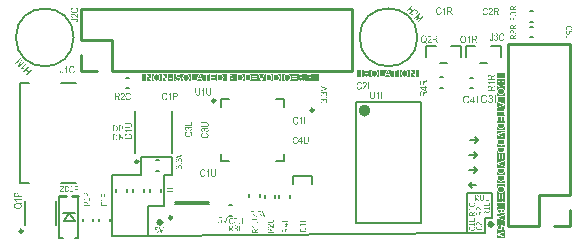
<source format=gbr>
%TF.GenerationSoftware,Altium Limited,Altium Designer,24.10.1 (45)*%
G04 Layer_Color=65535*
%FSLAX43Y43*%
%MOMM*%
%TF.SameCoordinates,1E8B00CD-57C1-46D1-8C79-DF170AAAF224*%
%TF.FilePolarity,Positive*%
%TF.FileFunction,Legend,Top*%
%TF.Part,Single*%
G01*
G75*
%TA.AperFunction,NonConductor*%
%ADD62C,0.200*%
%ADD63C,0.150*%
%ADD88C,0.250*%
%ADD89C,0.500*%
%ADD90C,0.254*%
G36*
X41869Y13428D02*
X41424D01*
X41869D01*
Y13179D01*
X41869Y13203D01*
X41866Y13224D01*
X41862Y13245D01*
X41858Y13262D01*
X41855Y13276D01*
X41853Y13283D01*
X41851Y13287D01*
X41849Y13291D01*
X41848Y13294D01*
X41847Y13296D01*
Y13297D01*
X41838Y13315D01*
X41828Y13332D01*
X41817Y13346D01*
X41807Y13357D01*
X41797Y13365D01*
X41790Y13371D01*
X41784Y13376D01*
X41783Y13377D01*
X41783D01*
X41767Y13386D01*
X41751Y13393D01*
X41735Y13397D01*
X41722Y13400D01*
X41710Y13402D01*
X41700Y13404D01*
X41697D01*
X41694D01*
X41693D01*
X41692D01*
X41676Y13403D01*
X41661Y13400D01*
X41648Y13396D01*
X41636Y13393D01*
X41626Y13389D01*
X41619Y13385D01*
X41614Y13383D01*
X41612Y13382D01*
X41599Y13372D01*
X41587Y13361D01*
X41577Y13350D01*
X41569Y13339D01*
X41562Y13330D01*
X41557Y13322D01*
X41553Y13316D01*
X41552Y13315D01*
Y13314D01*
X41549Y13307D01*
X41545Y13298D01*
X41538Y13280D01*
X41532Y13259D01*
X41526Y13238D01*
X41520Y13220D01*
X41518Y13212D01*
X41516Y13204D01*
X41514Y13199D01*
X41514Y13194D01*
X41513Y13191D01*
Y13190D01*
X41509Y13175D01*
X41505Y13160D01*
X41501Y13147D01*
X41499Y13136D01*
X41496Y13125D01*
X41493Y13115D01*
X41491Y13107D01*
X41489Y13101D01*
X41487Y13094D01*
X41486Y13089D01*
X41483Y13082D01*
X41482Y13077D01*
X41481Y13077D01*
X41476Y13063D01*
X41469Y13051D01*
X41463Y13040D01*
X41457Y13033D01*
X41452Y13027D01*
X41448Y13023D01*
X41445Y13020D01*
X41444Y13019D01*
X41436Y13013D01*
X41427Y13008D01*
X41417Y13005D01*
X41410Y13003D01*
X41403Y13002D01*
X41397Y13001D01*
X41392D01*
X41391D01*
X41380Y13002D01*
X41370Y13003D01*
X41361Y13006D01*
X41354Y13010D01*
X41346Y13014D01*
X41342Y13016D01*
X41338Y13018D01*
X41337Y13019D01*
X41328Y13027D01*
X41320Y13036D01*
X41314Y13045D01*
X41307Y13053D01*
X41304Y13062D01*
X41300Y13068D01*
X41298Y13073D01*
X41297Y13075D01*
X41293Y13089D01*
X41289Y13103D01*
X41287Y13118D01*
X41285Y13131D01*
X41284Y13142D01*
X41283Y13151D01*
Y13160D01*
X41284Y13180D01*
X41286Y13199D01*
X41289Y13215D01*
X41293Y13230D01*
X41296Y13242D01*
X41299Y13251D01*
X41300Y13254D01*
X41301Y13257D01*
X41302Y13258D01*
Y13259D01*
X41309Y13273D01*
X41318Y13287D01*
X41326Y13297D01*
X41334Y13307D01*
X41341Y13314D01*
X41347Y13319D01*
X41351Y13322D01*
X41352Y13322D01*
X41364Y13329D01*
X41377Y13335D01*
X41391Y13339D01*
X41403Y13343D01*
X41415Y13346D01*
X41423Y13347D01*
X41427D01*
X41429Y13348D01*
X41430D01*
X41431D01*
X41424Y13428D01*
X41401Y13426D01*
X41379Y13422D01*
X41359Y13417D01*
X41342Y13410D01*
X41328Y13404D01*
X41322Y13401D01*
X41318Y13399D01*
X41314Y13396D01*
X41311Y13396D01*
X41309Y13394D01*
X41308D01*
X41291Y13380D01*
X41275Y13365D01*
X41262Y13349D01*
X41251Y13334D01*
X41243Y13322D01*
X41237Y13310D01*
X41235Y13307D01*
X41233Y13304D01*
X41232Y13302D01*
Y13301D01*
X41224Y13278D01*
X41218Y13254D01*
X41214Y13230D01*
X41210Y13207D01*
X41209Y13196D01*
X41208Y13187D01*
Y13178D01*
X41207Y13171D01*
Y13156D01*
X41208Y13131D01*
X41211Y13108D01*
X41216Y13087D01*
X41220Y13069D01*
X41224Y13054D01*
X41227Y13048D01*
X41229Y13042D01*
X41231Y13039D01*
X41232Y13036D01*
X41232Y13034D01*
Y13033D01*
X41243Y13014D01*
X41254Y12997D01*
X41266Y12982D01*
X41277Y12970D01*
X41286Y12961D01*
X41294Y12954D01*
X41300Y12950D01*
X41301Y12949D01*
X41302D01*
X41319Y12939D01*
X41336Y12931D01*
X41352Y12927D01*
X41367Y12923D01*
X41379Y12921D01*
X41390Y12919D01*
X41398D01*
X41416Y12920D01*
X41434Y12923D01*
X41450Y12928D01*
X41463Y12932D01*
X41474Y12938D01*
X41482Y12942D01*
X41487Y12945D01*
X41489Y12946D01*
X41502Y12957D01*
X41515Y12970D01*
X41526Y12984D01*
X41537Y12998D01*
X41544Y13010D01*
X41550Y13020D01*
X41551Y13024D01*
X41553Y13027D01*
X41554Y13028D01*
Y13029D01*
X41558Y13037D01*
X41561Y13046D01*
X41564Y13056D01*
X41568Y13067D01*
X41575Y13090D01*
X41581Y13114D01*
X41584Y13126D01*
X41587Y13136D01*
X41589Y13146D01*
X41591Y13154D01*
X41593Y13161D01*
X41594Y13166D01*
X41595Y13170D01*
Y13171D01*
X41599Y13189D01*
X41603Y13206D01*
X41608Y13221D01*
X41612Y13234D01*
X41616Y13246D01*
X41620Y13256D01*
X41624Y13265D01*
X41626Y13273D01*
X41630Y13280D01*
X41633Y13285D01*
X41635Y13289D01*
X41637Y13293D01*
X41640Y13297D01*
X41641Y13298D01*
X41650Y13307D01*
X41660Y13312D01*
X41669Y13317D01*
X41678Y13320D01*
X41685Y13322D01*
X41692Y13322D01*
X41696D01*
X41698D01*
X41712Y13321D01*
X41725Y13317D01*
X41736Y13311D01*
X41747Y13305D01*
X41754Y13299D01*
X41760Y13294D01*
X41764Y13290D01*
X41765Y13288D01*
X41770Y13281D01*
X41774Y13273D01*
X41782Y13256D01*
X41786Y13237D01*
X41790Y13219D01*
X41792Y13202D01*
X41793Y13195D01*
X41794Y13189D01*
Y13176D01*
X41793Y13150D01*
X41789Y13127D01*
X41783Y13109D01*
X41778Y13093D01*
X41772Y13081D01*
X41767Y13072D01*
X41763Y13067D01*
X41762Y13065D01*
X41749Y13052D01*
X41735Y13042D01*
X41721Y13034D01*
X41706Y13028D01*
X41692Y13025D01*
X41682Y13022D01*
X41677Y13021D01*
X41674Y13020D01*
X41673D01*
X41672D01*
X41678Y12939D01*
X41698Y12941D01*
X41717Y12945D01*
X41734Y12950D01*
X41749Y12956D01*
X41761Y12962D01*
X41771Y12967D01*
X41773Y12968D01*
X41776Y12970D01*
X41777Y12971D01*
X41778D01*
X41794Y12983D01*
X41808Y12996D01*
X41820Y13010D01*
X41829Y13024D01*
X41837Y13036D01*
X41842Y13045D01*
X41844Y13049D01*
X41845Y13052D01*
X41846Y13053D01*
Y13054D01*
X41854Y13075D01*
X41859Y13097D01*
X41864Y13117D01*
X41867Y13137D01*
X41869Y13154D01*
Y13161D01*
X41869Y13167D01*
Y12919D01*
D01*
Y12829D01*
X41207D01*
Y12217D01*
D01*
Y12523D01*
X41209Y12492D01*
X41214Y12464D01*
X41220Y12437D01*
X41223Y12425D01*
X41227Y12414D01*
X41231Y12403D01*
X41234Y12394D01*
X41237Y12387D01*
X41240Y12380D01*
X41243Y12375D01*
X41244Y12370D01*
X41246Y12368D01*
Y12367D01*
X41263Y12342D01*
X41281Y12319D01*
X41301Y12301D01*
X41319Y12285D01*
X41337Y12272D01*
X41343Y12268D01*
X41350Y12264D01*
X41355Y12260D01*
X41359Y12258D01*
X41362Y12256D01*
X41363D01*
X41378Y12249D01*
X41392Y12243D01*
X41422Y12233D01*
X41452Y12226D01*
X41478Y12221D01*
X41490Y12220D01*
X41501Y12219D01*
X41512Y12218D01*
X41520D01*
X41527Y12217D01*
X41537D01*
X41572Y12219D01*
X41604Y12222D01*
X41619Y12225D01*
X41634Y12229D01*
X41647Y12232D01*
X41659Y12235D01*
X41670Y12239D01*
X41680Y12243D01*
X41688Y12245D01*
X41696Y12249D01*
X41701Y12251D01*
X41705Y12253D01*
X41708Y12255D01*
X41709D01*
X41735Y12269D01*
X41759Y12287D01*
X41780Y12305D01*
X41796Y12322D01*
X41809Y12338D01*
X41815Y12345D01*
X41820Y12351D01*
X41822Y12356D01*
X41825Y12360D01*
X41826Y12362D01*
X41827Y12363D01*
X41834Y12377D01*
X41841Y12391D01*
X41852Y12417D01*
X41859Y12445D01*
X41864Y12469D01*
X41866Y12480D01*
X41868Y12491D01*
X41869Y12500D01*
Y12508D01*
X41869Y12514D01*
Y12217D01*
D01*
Y9248D01*
X41207D01*
Y14060D01*
X41869D01*
Y13428D01*
D02*
G37*
G36*
X41498Y12827D02*
X41469Y12823D01*
X41441Y12818D01*
X41429Y12814D01*
X41417Y12810D01*
X41407Y12807D01*
X41398Y12804D01*
X41390Y12801D01*
X41382Y12798D01*
X41377Y12796D01*
X41373Y12795D01*
X41370Y12793D01*
X41369D01*
X41342Y12777D01*
X41319Y12760D01*
X41299Y12742D01*
X41282Y12724D01*
X41269Y12709D01*
X41263Y12702D01*
X41259Y12697D01*
X41256Y12691D01*
X41253Y12687D01*
X41252Y12685D01*
X41251Y12685D01*
X41244Y12671D01*
X41237Y12657D01*
X41226Y12629D01*
X41219Y12602D01*
X41213Y12577D01*
X41211Y12565D01*
X41210Y12555D01*
X41208Y12546D01*
Y12538D01*
X41207Y12532D01*
Y12829D01*
X41529D01*
X41498Y12827D01*
D02*
G37*
G36*
X41869Y12523D02*
X41869Y12548D01*
X41866Y12571D01*
X41861Y12593D01*
X41856Y12614D01*
X41848Y12634D01*
X41841Y12652D01*
X41832Y12669D01*
X41824Y12684D01*
X41816Y12697D01*
X41808Y12709D01*
X41800Y12720D01*
X41793Y12728D01*
X41787Y12734D01*
X41783Y12740D01*
X41780Y12743D01*
X41779Y12744D01*
X41761Y12758D01*
X41743Y12771D01*
X41722Y12783D01*
X41702Y12793D01*
X41681Y12801D01*
X41661Y12808D01*
X41640Y12814D01*
X41621Y12818D01*
X41602Y12821D01*
X41585Y12824D01*
X41569Y12826D01*
X41556Y12828D01*
X41545D01*
X41537Y12829D01*
X41869D01*
Y12523D01*
D02*
G37*
G36*
X41554Y12741D02*
X41578Y12739D01*
X41601Y12736D01*
X41622Y12732D01*
X41640Y12727D01*
X41657Y12721D01*
X41673Y12715D01*
X41685Y12709D01*
X41698Y12703D01*
X41708Y12697D01*
X41716Y12692D01*
X41722Y12687D01*
X41728Y12683D01*
X41732Y12680D01*
X41734Y12678D01*
X41734Y12677D01*
X41746Y12665D01*
X41755Y12652D01*
X41763Y12639D01*
X41771Y12625D01*
X41776Y12612D01*
X41782Y12599D01*
X41789Y12575D01*
X41791Y12564D01*
X41793Y12554D01*
X41795Y12546D01*
X41796Y12538D01*
X41796Y12531D01*
Y12523D01*
X41796Y12500D01*
X41792Y12477D01*
X41786Y12458D01*
X41781Y12441D01*
X41774Y12427D01*
X41771Y12422D01*
X41770Y12417D01*
X41767Y12413D01*
X41766Y12410D01*
X41764Y12409D01*
Y12408D01*
X41751Y12391D01*
X41736Y12375D01*
X41722Y12361D01*
X41707Y12350D01*
X41694Y12342D01*
X41683Y12335D01*
X41679Y12333D01*
X41676Y12331D01*
X41674Y12330D01*
X41673D01*
X41651Y12321D01*
X41627Y12315D01*
X41605Y12310D01*
X41584Y12307D01*
X41574Y12305D01*
X41565Y12305D01*
X41557D01*
X41550Y12304D01*
X41545D01*
X41541D01*
X41538D01*
X41538D01*
X41515Y12305D01*
X41494Y12306D01*
X41474Y12309D01*
X41455Y12313D01*
X41439Y12318D01*
X41423Y12323D01*
X41408Y12329D01*
X41395Y12334D01*
X41384Y12341D01*
X41374Y12346D01*
X41366Y12351D01*
X41359Y12355D01*
X41354Y12360D01*
X41349Y12363D01*
X41347Y12365D01*
X41346Y12366D01*
X41334Y12378D01*
X41324Y12391D01*
X41316Y12403D01*
X41307Y12416D01*
X41301Y12429D01*
X41296Y12443D01*
X41292Y12455D01*
X41288Y12468D01*
X41285Y12479D01*
X41283Y12490D01*
X41281Y12500D01*
X41281Y12508D01*
Y12514D01*
X41280Y12519D01*
Y12524D01*
X41281Y12541D01*
X41282Y12558D01*
X41286Y12573D01*
X41290Y12587D01*
X41295Y12601D01*
X41301Y12614D01*
X41306Y12626D01*
X41313Y12637D01*
X41319Y12647D01*
X41325Y12655D01*
X41330Y12662D01*
X41336Y12669D01*
X41340Y12673D01*
X41343Y12677D01*
X41345Y12679D01*
X41346Y12680D01*
X41359Y12691D01*
X41373Y12700D01*
X41388Y12709D01*
X41403Y12716D01*
X41418Y12721D01*
X41433Y12727D01*
X41463Y12734D01*
X41476Y12736D01*
X41489Y12738D01*
X41500Y12740D01*
X41509Y12741D01*
X41517Y12742D01*
X41524D01*
X41527D01*
X41528D01*
X41554Y12741D01*
D02*
G37*
G36*
X30770Y14373D02*
X30747Y14370D01*
X30724Y14366D01*
X30703Y14360D01*
X30684Y14353D01*
X30665Y14346D01*
X30649Y14337D01*
X30634Y14329D01*
X30620Y14321D01*
X30608Y14312D01*
X30598Y14305D01*
X30589Y14297D01*
X30583Y14292D01*
X30577Y14287D01*
X30575Y14285D01*
X30574Y14284D01*
X30559Y14266D01*
X30546Y14248D01*
X30534Y14227D01*
X30525Y14207D01*
X30516Y14186D01*
X30509Y14165D01*
X30503Y14145D01*
X30500Y14125D01*
X30496Y14107D01*
X30493Y14089D01*
X30491Y14074D01*
X30490Y14061D01*
Y14050D01*
X30489Y14041D01*
Y14374D01*
X30795D01*
X30770Y14373D01*
D02*
G37*
G36*
X33402Y14300D02*
X33424Y14297D01*
X33444Y14291D01*
X33460Y14285D01*
X33474Y14279D01*
X33480Y14276D01*
X33484Y14274D01*
X33489Y14272D01*
X33492Y14271D01*
X33493Y14269D01*
X33493D01*
X33511Y14256D01*
X33527Y14241D01*
X33541Y14226D01*
X33552Y14211D01*
X33560Y14199D01*
X33566Y14187D01*
X33568Y14184D01*
X33570Y14181D01*
X33571Y14179D01*
Y14178D01*
X33580Y14156D01*
X33587Y14132D01*
X33591Y14110D01*
X33594Y14089D01*
X33596Y14078D01*
X33597Y14070D01*
Y14062D01*
X33598Y14055D01*
Y14050D01*
Y14046D01*
Y14043D01*
Y14042D01*
X33597Y14020D01*
X33595Y13999D01*
X33592Y13978D01*
X33589Y13960D01*
X33583Y13943D01*
X33578Y13928D01*
X33573Y13913D01*
X33567Y13900D01*
X33561Y13889D01*
X33555Y13879D01*
X33551Y13870D01*
X33546Y13864D01*
X33542Y13858D01*
X33539Y13854D01*
X33537Y13852D01*
X33536Y13851D01*
X33524Y13839D01*
X33511Y13829D01*
X33498Y13820D01*
X33485Y13812D01*
X33472Y13806D01*
X33458Y13801D01*
X33446Y13796D01*
X33433Y13793D01*
X33422Y13790D01*
X33411Y13788D01*
X33402Y13786D01*
X33394Y13785D01*
X33387D01*
X33382Y13784D01*
X33378D01*
X33360Y13785D01*
X33344Y13787D01*
X33329Y13791D01*
X33314Y13795D01*
X33300Y13800D01*
X33287Y13806D01*
X33275Y13811D01*
X33264Y13818D01*
X33255Y13824D01*
X33247Y13830D01*
X33239Y13835D01*
X33233Y13841D01*
X33228Y13844D01*
X33224Y13848D01*
X33223Y13850D01*
X33222Y13851D01*
X33211Y13864D01*
X33201Y13878D01*
X33193Y13892D01*
X33186Y13907D01*
X33180Y13923D01*
X33174Y13938D01*
X33167Y13967D01*
X33165Y13980D01*
X33163Y13993D01*
X33162Y14004D01*
X33161Y14014D01*
X33160Y14022D01*
Y14028D01*
Y14032D01*
Y14033D01*
X33161Y14059D01*
X33162Y14083D01*
X33165Y14106D01*
X33170Y14126D01*
X33174Y14145D01*
X33180Y14162D01*
X33186Y14177D01*
X33192Y14190D01*
X33199Y14202D01*
X33204Y14212D01*
X33210Y14221D01*
X33214Y14227D01*
X33219Y14233D01*
X33222Y14236D01*
X33223Y14238D01*
X33224Y14239D01*
X33236Y14250D01*
X33249Y14260D01*
X33262Y14268D01*
X33276Y14275D01*
X33289Y14281D01*
X33302Y14286D01*
X33326Y14294D01*
X33337Y14296D01*
X33347Y14297D01*
X33356Y14299D01*
X33364Y14300D01*
X33370Y14301D01*
X33379D01*
X33402Y14300D01*
D02*
G37*
G36*
X30818D02*
X30840Y14297D01*
X30859Y14291D01*
X30876Y14285D01*
X30890Y14279D01*
X30895Y14276D01*
X30900Y14274D01*
X30905Y14272D01*
X30907Y14271D01*
X30908Y14269D01*
X30909D01*
X30927Y14256D01*
X30943Y14241D01*
X30956Y14226D01*
X30968Y14211D01*
X30976Y14199D01*
X30982Y14187D01*
X30984Y14184D01*
X30986Y14181D01*
X30987Y14179D01*
Y14178D01*
X30996Y14156D01*
X31003Y14132D01*
X31007Y14110D01*
X31010Y14089D01*
X31012Y14078D01*
X31013Y14070D01*
Y14062D01*
X31014Y14055D01*
Y14050D01*
Y14046D01*
Y14043D01*
Y14042D01*
X31013Y14020D01*
X31011Y13999D01*
X31008Y13978D01*
X31005Y13960D01*
X30999Y13943D01*
X30994Y13928D01*
X30989Y13913D01*
X30983Y13900D01*
X30977Y13889D01*
X30971Y13879D01*
X30967Y13870D01*
X30962Y13864D01*
X30957Y13858D01*
X30955Y13854D01*
X30953Y13852D01*
X30952Y13851D01*
X30940Y13839D01*
X30927Y13829D01*
X30914Y13820D01*
X30901Y13812D01*
X30888Y13806D01*
X30874Y13801D01*
X30862Y13796D01*
X30849Y13793D01*
X30838Y13790D01*
X30827Y13788D01*
X30818Y13786D01*
X30809Y13785D01*
X30803D01*
X30798Y13784D01*
X30794D01*
X30776Y13785D01*
X30760Y13787D01*
X30745Y13791D01*
X30730Y13795D01*
X30716Y13800D01*
X30703Y13806D01*
X30691Y13811D01*
X30680Y13818D01*
X30671Y13824D01*
X30662Y13830D01*
X30655Y13835D01*
X30649Y13841D01*
X30644Y13844D01*
X30640Y13848D01*
X30638Y13850D01*
X30637Y13851D01*
X30626Y13864D01*
X30617Y13878D01*
X30609Y13892D01*
X30601Y13907D01*
X30596Y13923D01*
X30590Y13938D01*
X30583Y13967D01*
X30581Y13980D01*
X30579Y13993D01*
X30577Y14004D01*
X30576Y14014D01*
X30576Y14022D01*
Y14028D01*
Y14032D01*
Y14033D01*
X30576Y14059D01*
X30578Y14083D01*
X30581Y14106D01*
X30586Y14126D01*
X30590Y14145D01*
X30596Y14162D01*
X30602Y14177D01*
X30608Y14190D01*
X30614Y14202D01*
X30620Y14212D01*
X30625Y14221D01*
X30630Y14227D01*
X30635Y14233D01*
X30637Y14236D01*
X30639Y14238D01*
X30640Y14239D01*
X30652Y14250D01*
X30665Y14260D01*
X30678Y14268D01*
X30692Y14275D01*
X30705Y14281D01*
X30718Y14286D01*
X30742Y14294D01*
X30753Y14296D01*
X30763Y14297D01*
X30772Y14299D01*
X30780Y14300D01*
X30786Y14301D01*
X30795D01*
X30818Y14300D01*
D02*
G37*
G36*
X33685Y14374D02*
X34619D01*
Y13712D01*
X29351D01*
Y14374D01*
X29890D01*
D01*
X30138D01*
X30114Y14373D01*
X30093Y14370D01*
X30073Y14367D01*
X30055Y14363D01*
X30041Y14359D01*
X30035Y14358D01*
X30030Y14356D01*
X30026Y14354D01*
X30024Y14353D01*
X30022Y14352D01*
X30021D01*
X30002Y14343D01*
X29986Y14333D01*
X29972Y14321D01*
X29961Y14311D01*
X29952Y14302D01*
X29946Y14295D01*
X29941Y14289D01*
X29940Y14288D01*
Y14287D01*
X29931Y14272D01*
X29925Y14256D01*
X29920Y14240D01*
X29917Y14226D01*
X29915Y14214D01*
X29914Y14205D01*
Y14201D01*
Y14199D01*
Y14198D01*
Y14197D01*
X29914Y14181D01*
X29917Y14166D01*
X29921Y14152D01*
X29925Y14140D01*
X29928Y14131D01*
X29932Y14124D01*
X29935Y14119D01*
X29936Y14117D01*
X29945Y14104D01*
X29956Y14092D01*
X29967Y14082D01*
X29978Y14074D01*
X29988Y14066D01*
X29996Y14062D01*
X30001Y14058D01*
X30002Y14057D01*
X30003D01*
X30011Y14053D01*
X30019Y14050D01*
X30037Y14043D01*
X30059Y14037D01*
X30079Y14030D01*
X30098Y14025D01*
X30106Y14023D01*
X30113Y14021D01*
X30119Y14019D01*
X30123Y14018D01*
X30126Y14017D01*
X30127D01*
X30143Y14014D01*
X30158Y14010D01*
X30171Y14006D01*
X30182Y14003D01*
X30193Y14001D01*
X30202Y13998D01*
X30210Y13996D01*
X30217Y13993D01*
X30223Y13991D01*
X30228Y13991D01*
X30235Y13988D01*
X30240Y13987D01*
X30241Y13986D01*
X30255Y13980D01*
X30267Y13974D01*
X30277Y13967D01*
X30284Y13962D01*
X30291Y13956D01*
X30294Y13953D01*
X30297Y13950D01*
X30298Y13949D01*
X30305Y13941D01*
X30309Y13931D01*
X30312Y13922D01*
X30315Y13915D01*
X30316Y13907D01*
X30317Y13902D01*
Y13897D01*
Y13896D01*
X30316Y13885D01*
X30314Y13875D01*
X30311Y13866D01*
X30307Y13858D01*
X30304Y13851D01*
X30301Y13846D01*
X30299Y13843D01*
X30298Y13842D01*
X30291Y13832D01*
X30282Y13825D01*
X30272Y13819D01*
X30264Y13812D01*
X30256Y13808D01*
X30249Y13805D01*
X30245Y13803D01*
X30243Y13802D01*
X30229Y13797D01*
X30214Y13794D01*
X30199Y13792D01*
X30186Y13790D01*
X30175Y13789D01*
X30166Y13788D01*
X30158D01*
X30137Y13789D01*
X30119Y13791D01*
X30102Y13794D01*
X30087Y13797D01*
X30075Y13801D01*
X30066Y13804D01*
X30063Y13805D01*
X30061Y13806D01*
X30060Y13807D01*
X30059D01*
X30044Y13814D01*
X30030Y13822D01*
X30020Y13831D01*
X30011Y13839D01*
X30003Y13845D01*
X29999Y13852D01*
X29996Y13856D01*
X29995Y13856D01*
X29988Y13868D01*
X29982Y13881D01*
X29978Y13895D01*
X29975Y13907D01*
X29972Y13919D01*
X29970Y13928D01*
Y13931D01*
X29969Y13934D01*
Y13935D01*
Y13936D01*
X29890Y13929D01*
X29891Y13905D01*
X29895Y13883D01*
X29901Y13864D01*
X29907Y13846D01*
X29914Y13832D01*
X29916Y13827D01*
X29918Y13822D01*
X29921Y13819D01*
X29922Y13816D01*
X29924Y13814D01*
Y13813D01*
X29938Y13795D01*
X29952Y13780D01*
X29968Y13767D01*
X29983Y13756D01*
X29996Y13747D01*
X30007Y13742D01*
X30011Y13740D01*
X30013Y13738D01*
X30015Y13737D01*
X30016D01*
X30039Y13729D01*
X30063Y13722D01*
X30087Y13719D01*
X30110Y13715D01*
X30122Y13714D01*
X30131Y13713D01*
X30139D01*
X30147Y13712D01*
X30161D01*
X30186Y13713D01*
X30209Y13716D01*
X30231Y13721D01*
X30248Y13725D01*
X30263Y13729D01*
X30270Y13732D01*
X30275Y13733D01*
X30279Y13735D01*
X30282Y13736D01*
X30283Y13737D01*
X30284D01*
X30304Y13747D01*
X30320Y13758D01*
X30335Y13770D01*
X30347Y13782D01*
X30356Y13791D01*
X30363Y13799D01*
X30368Y13805D01*
X30368Y13806D01*
Y13807D01*
X30379Y13824D01*
X30386Y13841D01*
X30391Y13856D01*
X30394Y13871D01*
X30396Y13884D01*
X30398Y13894D01*
Y13747D01*
Y13903D01*
X30397Y13921D01*
X30394Y13939D01*
X30390Y13954D01*
X30385Y13967D01*
X30380Y13978D01*
X30376Y13987D01*
X30372Y13991D01*
X30371Y13993D01*
X30360Y14007D01*
X30347Y14020D01*
X30333Y14031D01*
X30319Y14041D01*
X30307Y14049D01*
X30297Y14054D01*
X30294Y14056D01*
X30291Y14058D01*
X30289Y14059D01*
X30288D01*
X30281Y14063D01*
X30271Y14065D01*
X30261Y14069D01*
X30250Y14073D01*
X30227Y14079D01*
X30203Y14086D01*
X30192Y14089D01*
X30182Y14091D01*
X30171Y14094D01*
X30163Y14096D01*
X30157Y14098D01*
X30151Y14099D01*
X30147Y14100D01*
X30147D01*
X30128Y14104D01*
X30111Y14108D01*
X30097Y14113D01*
X30084Y14116D01*
X30072Y14121D01*
X30061Y14125D01*
X30052Y14128D01*
X30044Y14131D01*
X30037Y14135D01*
X30032Y14138D01*
X30028Y14139D01*
X30024Y14142D01*
X30020Y14145D01*
X30019Y14146D01*
X30011Y14155D01*
X30005Y14164D01*
X30000Y14174D01*
X29998Y14183D01*
X29996Y14190D01*
X29995Y14197D01*
Y14200D01*
Y14202D01*
X29997Y14217D01*
X30000Y14230D01*
X30006Y14241D01*
X30012Y14251D01*
X30018Y14259D01*
X30024Y14265D01*
X30027Y14269D01*
X30029Y14270D01*
X30037Y14274D01*
X30044Y14279D01*
X30061Y14286D01*
X30080Y14291D01*
X30098Y14295D01*
X30115Y14297D01*
X30122Y14297D01*
X30128Y14298D01*
X30141D01*
X30167Y14297D01*
X30190Y14294D01*
X30208Y14288D01*
X30224Y14283D01*
X30236Y14277D01*
X30245Y14272D01*
X30250Y14268D01*
X30252Y14267D01*
X30265Y14254D01*
X30275Y14240D01*
X30283Y14225D01*
X30289Y14211D01*
X30293Y14197D01*
X30295Y14187D01*
X30296Y14182D01*
X30297Y14179D01*
Y14177D01*
Y14176D01*
X30379Y14183D01*
X30377Y14203D01*
X30372Y14222D01*
X30368Y14239D01*
X30361Y14254D01*
X30355Y14266D01*
X30351Y14275D01*
X30349Y14278D01*
X30347Y14281D01*
X30346Y14282D01*
Y14283D01*
X30334Y14298D01*
X30321Y14312D01*
X30307Y14324D01*
X30294Y14334D01*
X30282Y14342D01*
X30272Y14346D01*
X30269Y14348D01*
X30266Y14350D01*
X30264Y14351D01*
X30263D01*
X30243Y14358D01*
X30221Y14364D01*
X30200Y14369D01*
X30181Y14371D01*
X30163Y14373D01*
X30157D01*
X30150Y14374D01*
X30398D01*
D01*
X30489D01*
Y13712D01*
Y14034D01*
X30490Y14003D01*
X30494Y13974D01*
X30500Y13946D01*
X30503Y13934D01*
X30507Y13922D01*
X30510Y13912D01*
X30514Y13903D01*
X30516Y13894D01*
X30519Y13887D01*
X30521Y13881D01*
X30523Y13878D01*
X30525Y13875D01*
Y13874D01*
X30540Y13847D01*
X30557Y13824D01*
X30576Y13804D01*
X30593Y13787D01*
X30609Y13773D01*
X30615Y13768D01*
X30621Y13764D01*
X30626Y13760D01*
X30630Y13758D01*
X30632Y13757D01*
X30633Y13756D01*
X30647Y13748D01*
X30661Y13742D01*
X30688Y13731D01*
X30715Y13723D01*
X30740Y13718D01*
X30752Y13716D01*
X30762Y13715D01*
X30772Y13713D01*
X30780D01*
X30785Y13712D01*
X30795D01*
X30825Y13714D01*
X30854Y13719D01*
X30881Y13724D01*
X30893Y13728D01*
X30904Y13732D01*
X30914Y13735D01*
X30923Y13739D01*
X30931Y13742D01*
X30937Y13745D01*
X30943Y13747D01*
X30947Y13749D01*
X30949Y13751D01*
X30950D01*
X30976Y13768D01*
X30998Y13786D01*
X31017Y13806D01*
X31032Y13824D01*
X31045Y13842D01*
X31050Y13848D01*
X31054Y13855D01*
X31057Y13860D01*
X31059Y13864D01*
X31061Y13867D01*
Y13868D01*
X31068Y13882D01*
X31074Y13897D01*
X31084Y13927D01*
X31091Y13956D01*
X31096Y13983D01*
X31097Y13995D01*
X31099Y14006D01*
X31100Y14016D01*
Y14025D01*
X31101Y14032D01*
Y13756D01*
Y14041D01*
X31099Y14076D01*
X31095Y14109D01*
X31092Y14124D01*
X31089Y14138D01*
X31085Y14151D01*
X31082Y14163D01*
X31078Y14174D01*
X31075Y14185D01*
X31072Y14193D01*
X31068Y14200D01*
X31066Y14206D01*
X31065Y14210D01*
X31063Y14212D01*
Y14213D01*
X31048Y14240D01*
X31030Y14264D01*
X31012Y14285D01*
X30995Y14301D01*
X30980Y14314D01*
X30972Y14320D01*
X30967Y14324D01*
X30961Y14327D01*
X30957Y14330D01*
X30956Y14331D01*
X30955Y14332D01*
X30941Y14339D01*
X30927Y14346D01*
X30900Y14357D01*
X30872Y14364D01*
X30848Y14369D01*
X30837Y14370D01*
X30826Y14372D01*
X30818Y14373D01*
X30809D01*
X30803Y14374D01*
X31101D01*
D01*
X33073D01*
D01*
X33379D01*
X33354Y14373D01*
X33331Y14370D01*
X33309Y14366D01*
X33287Y14360D01*
X33268Y14353D01*
X33249Y14346D01*
X33233Y14337D01*
X33218Y14329D01*
X33204Y14321D01*
X33192Y14312D01*
X33182Y14305D01*
X33174Y14297D01*
X33167Y14292D01*
X33162Y14287D01*
X33159Y14285D01*
X33158Y14284D01*
X33143Y14266D01*
X33130Y14248D01*
X33118Y14227D01*
X33109Y14207D01*
X33100Y14186D01*
X33093Y14165D01*
X33088Y14145D01*
X33084Y14125D01*
X33080Y14107D01*
X33077Y14089D01*
X33076Y14074D01*
X33074Y14061D01*
Y14050D01*
X33073Y14041D01*
Y13712D01*
Y14034D01*
X33075Y14003D01*
X33078Y13974D01*
X33084Y13946D01*
X33088Y13934D01*
X33091Y13922D01*
X33094Y13912D01*
X33098Y13903D01*
X33100Y13894D01*
X33103Y13887D01*
X33105Y13881D01*
X33107Y13878D01*
X33109Y13875D01*
Y13874D01*
X33125Y13847D01*
X33141Y13824D01*
X33160Y13804D01*
X33177Y13787D01*
X33193Y13773D01*
X33199Y13768D01*
X33205Y13764D01*
X33211Y13760D01*
X33214Y13758D01*
X33216Y13757D01*
X33217Y13756D01*
X33231Y13748D01*
X33245Y13742D01*
X33272Y13731D01*
X33299Y13723D01*
X33324Y13718D01*
X33336Y13716D01*
X33346Y13715D01*
X33356Y13713D01*
X33364D01*
X33370Y13712D01*
X33379D01*
X33409Y13714D01*
X33438Y13719D01*
X33465Y13724D01*
X33477Y13728D01*
X33488Y13732D01*
X33498Y13735D01*
X33507Y13739D01*
X33515Y13742D01*
X33521Y13745D01*
X33527Y13747D01*
X33531Y13749D01*
X33533Y13751D01*
X33534D01*
X33560Y13768D01*
X33582Y13786D01*
X33601Y13806D01*
X33616Y13824D01*
X33629Y13842D01*
X33634Y13848D01*
X33638Y13855D01*
X33641Y13860D01*
X33643Y13864D01*
X33645Y13867D01*
Y13868D01*
X33652Y13882D01*
X33658Y13897D01*
X33668Y13927D01*
X33676Y13956D01*
X33680Y13983D01*
X33681Y13995D01*
X33683Y14006D01*
X33684Y14016D01*
Y14025D01*
X33685Y14032D01*
Y13739D01*
Y14041D01*
X33683Y14076D01*
X33679Y14109D01*
X33676Y14124D01*
X33673Y14138D01*
X33669Y14151D01*
X33666Y14163D01*
X33663Y14174D01*
X33659Y14185D01*
X33656Y14193D01*
X33652Y14200D01*
X33651Y14206D01*
X33649Y14210D01*
X33647Y14212D01*
Y14213D01*
X33632Y14240D01*
X33615Y14264D01*
X33596Y14285D01*
X33579Y14301D01*
X33564Y14314D01*
X33556Y14320D01*
X33551Y14324D01*
X33545Y14327D01*
X33542Y14330D01*
X33540Y14331D01*
X33539Y14332D01*
X33525Y14339D01*
X33511Y14346D01*
X33484Y14357D01*
X33456Y14364D01*
X33432Y14369D01*
X33421Y14370D01*
X33410Y14372D01*
X33402Y14373D01*
X33394D01*
X33387Y14374D01*
X33685D01*
D01*
D02*
G37*
G36*
X23459Y13955D02*
X23481Y13951D01*
X23500Y13945D01*
X23517Y13940D01*
X23531Y13933D01*
X23537Y13931D01*
X23541Y13929D01*
X23546Y13926D01*
X23549Y13925D01*
X23549Y13923D01*
X23550D01*
X23568Y13910D01*
X23584Y13895D01*
X23598Y13881D01*
X23609Y13866D01*
X23617Y13853D01*
X23623Y13842D01*
X23625Y13838D01*
X23627Y13835D01*
X23628Y13833D01*
Y13833D01*
X23637Y13810D01*
X23644Y13786D01*
X23648Y13764D01*
X23651Y13743D01*
X23653Y13733D01*
X23654Y13724D01*
Y13716D01*
X23655Y13710D01*
Y13704D01*
Y13700D01*
Y13698D01*
Y13697D01*
X23654Y13674D01*
X23652Y13653D01*
X23649Y13633D01*
X23646Y13614D01*
X23640Y13598D01*
X23635Y13582D01*
X23630Y13567D01*
X23624Y13554D01*
X23618Y13543D01*
X23612Y13533D01*
X23608Y13525D01*
X23603Y13518D01*
X23598Y13513D01*
X23596Y13508D01*
X23594Y13506D01*
X23593Y13505D01*
X23581Y13493D01*
X23568Y13483D01*
X23555Y13475D01*
X23542Y13466D01*
X23529Y13460D01*
X23515Y13455D01*
X23503Y13451D01*
X23490Y13447D01*
X23479Y13444D01*
X23468Y13442D01*
X23459Y13441D01*
X23451Y13440D01*
X23444D01*
X23439Y13439D01*
X23435D01*
X23417Y13440D01*
X23401Y13441D01*
X23386Y13445D01*
X23371Y13449D01*
X23357Y13454D01*
X23344Y13460D01*
X23332Y13465D01*
X23321Y13472D01*
X23312Y13478D01*
X23304Y13484D01*
X23296Y13490D01*
X23290Y13495D01*
X23285Y13499D01*
X23281Y13502D01*
X23279Y13504D01*
X23279Y13505D01*
X23267Y13518D01*
X23258Y13532D01*
X23250Y13547D01*
X23242Y13562D01*
X23237Y13577D01*
X23231Y13592D01*
X23224Y13622D01*
X23222Y13635D01*
X23220Y13648D01*
X23218Y13659D01*
X23218Y13668D01*
X23217Y13676D01*
Y13683D01*
Y13686D01*
Y13687D01*
X23218Y13713D01*
X23219Y13737D01*
X23222Y13760D01*
X23227Y13781D01*
X23231Y13799D01*
X23237Y13816D01*
X23243Y13832D01*
X23249Y13845D01*
X23255Y13857D01*
X23261Y13867D01*
X23267Y13875D01*
X23271Y13882D01*
X23276Y13887D01*
X23279Y13891D01*
X23280Y13893D01*
X23281Y13894D01*
X23293Y13905D01*
X23306Y13914D01*
X23319Y13922D01*
X23333Y13930D01*
X23346Y13935D01*
X23359Y13941D01*
X23383Y13948D01*
X23394Y13950D01*
X23404Y13952D01*
X23413Y13954D01*
X23421Y13955D01*
X23427Y13955D01*
X23436D01*
X23459Y13955D01*
D02*
G37*
G36*
X23411Y14028D02*
X23388Y14025D01*
X23365Y14020D01*
X23344Y14015D01*
X23325Y14007D01*
X23306Y14000D01*
X23290Y13992D01*
X23275Y13983D01*
X23261Y13975D01*
X23249Y13967D01*
X23239Y13959D01*
X23230Y13952D01*
X23224Y13946D01*
X23218Y13942D01*
X23216Y13939D01*
X23215Y13938D01*
X23200Y13920D01*
X23187Y13902D01*
X23175Y13882D01*
X23166Y13861D01*
X23157Y13840D01*
X23150Y13820D01*
X23144Y13799D01*
X23141Y13780D01*
X23137Y13761D01*
X23134Y13744D01*
X23132Y13728D01*
X23131Y13715D01*
Y13704D01*
X23130Y13696D01*
Y13688D01*
X23132Y13657D01*
X23135Y13628D01*
X23141Y13600D01*
X23144Y13588D01*
X23148Y13576D01*
X23151Y13566D01*
X23155Y13557D01*
X23157Y13549D01*
X23160Y13541D01*
X23162Y13536D01*
X23164Y13532D01*
X23166Y13529D01*
Y13528D01*
X23181Y13502D01*
X23198Y13478D01*
X23217Y13458D01*
X23234Y13441D01*
X23250Y13428D01*
X23256Y13422D01*
X23262Y13418D01*
X23267Y13415D01*
X23271Y13412D01*
X23273Y13411D01*
X23274Y13410D01*
X23288Y13403D01*
X23302Y13396D01*
X23329Y13385D01*
X23356Y13378D01*
X23381Y13372D01*
X23393Y13370D01*
X23403Y13369D01*
X23413Y13367D01*
X23421D01*
X23426Y13367D01*
X18544D01*
Y13378D01*
Y14017D01*
X18792Y13378D01*
X18880D01*
X19130Y14017D01*
X19044D01*
X18870Y13552D01*
X18863Y13533D01*
X18856Y13514D01*
X18851Y13497D01*
X18846Y13481D01*
X18842Y13467D01*
X18839Y13457D01*
X18838Y13453D01*
X18837Y13451D01*
X18836Y13449D01*
Y13448D01*
X18825Y13485D01*
X18819Y13502D01*
X18814Y13518D01*
X18809Y13532D01*
X18807Y13538D01*
X18806Y13543D01*
X18805Y13547D01*
X18804Y13550D01*
X18803Y13551D01*
Y13552D01*
X18636Y14017D01*
X18544D01*
Y14029D01*
X23436D01*
X23411Y14028D01*
D02*
G37*
G36*
X26136Y14017D02*
X26050D01*
X25877Y13552D01*
X25869Y13533D01*
X25863Y13514D01*
X25857Y13497D01*
X25853Y13481D01*
X25848Y13467D01*
X25845Y13457D01*
X25844Y13453D01*
X25843Y13451D01*
X25842Y13449D01*
Y13448D01*
X25831Y13485D01*
X25826Y13502D01*
X25820Y13518D01*
X25816Y13532D01*
X25814Y13538D01*
X25813Y13543D01*
X25811Y13547D01*
X25810Y13550D01*
X25809Y13551D01*
Y13552D01*
X25643Y14017D01*
X25550D01*
X25798Y13378D01*
X25887D01*
X26136Y14017D01*
Y13378D01*
Y13367D01*
X25290D01*
X25308Y13367D01*
X25324Y13369D01*
X25339Y13372D01*
X25354Y13376D01*
X25368Y13380D01*
X25380Y13385D01*
X25392Y13391D01*
X25402Y13396D01*
X25412Y13401D01*
X25421Y13406D01*
X25428Y13411D01*
X25434Y13416D01*
X25438Y13419D01*
X25442Y13422D01*
X25444Y13424D01*
X25445Y13425D01*
X25456Y13436D01*
X25465Y13448D01*
X25473Y13460D01*
X25481Y13472D01*
X25486Y13483D01*
X25492Y13495D01*
X25499Y13517D01*
X25501Y13527D01*
X25503Y13537D01*
X25505Y13545D01*
X25506Y13552D01*
X25507Y13558D01*
Y13566D01*
X25506Y13588D01*
X25502Y13609D01*
X25497Y13626D01*
X25491Y13641D01*
X25485Y13653D01*
X25480Y13662D01*
X25476Y13668D01*
X25475Y13670D01*
X25462Y13684D01*
X25448Y13696D01*
X25434Y13705D01*
X25419Y13712D01*
X25406Y13718D01*
X25396Y13722D01*
X25392Y13722D01*
X25389Y13723D01*
X25387Y13724D01*
X25387D01*
X25402Y13733D01*
X25415Y13741D01*
X25426Y13750D01*
X25436Y13759D01*
X25443Y13766D01*
X25448Y13772D01*
X25451Y13776D01*
X25452Y13778D01*
X25460Y13791D01*
X25465Y13804D01*
X25470Y13817D01*
X25473Y13829D01*
X25474Y13839D01*
X25475Y13846D01*
Y13852D01*
Y13854D01*
X25474Y13870D01*
X25472Y13885D01*
X25468Y13899D01*
X25463Y13911D01*
X25459Y13921D01*
X25455Y13930D01*
X25452Y13934D01*
X25451Y13936D01*
X25442Y13950D01*
X25431Y13962D01*
X25420Y13972D01*
X25409Y13981D01*
X25399Y13988D01*
X25391Y13993D01*
X25386Y13996D01*
X25385Y13997D01*
X25384D01*
X25367Y14004D01*
X25350Y14010D01*
X25334Y14015D01*
X25319Y14017D01*
X25307Y14019D01*
X25297Y14020D01*
X25274D01*
X25261Y14018D01*
X25236Y14014D01*
X25215Y14006D01*
X25196Y13999D01*
X25188Y13994D01*
X25181Y13991D01*
X25175Y13987D01*
X25170Y13983D01*
X25167Y13980D01*
X25164Y13979D01*
X25162Y13978D01*
X25161Y13977D01*
X25143Y13959D01*
X25130Y13940D01*
X25118Y13919D01*
X25109Y13899D01*
X25104Y13882D01*
X25101Y13874D01*
X25099Y13868D01*
X25098Y13862D01*
X25097Y13858D01*
X25096Y13856D01*
Y13855D01*
X25175Y13841D01*
X25179Y13861D01*
X25184Y13879D01*
X25191Y13894D01*
X25197Y13906D01*
X25203Y13915D01*
X25209Y13921D01*
X25213Y13926D01*
X25214Y13927D01*
X25226Y13936D01*
X25239Y13943D01*
X25251Y13948D01*
X25263Y13952D01*
X25274Y13954D01*
X25282Y13955D01*
X25289D01*
X25306Y13955D01*
X25321Y13951D01*
X25334Y13946D01*
X25345Y13942D01*
X25353Y13936D01*
X25360Y13931D01*
X25364Y13928D01*
X25365Y13927D01*
X25375Y13916D01*
X25383Y13904D01*
X25387Y13892D01*
X25391Y13881D01*
X25393Y13870D01*
X25395Y13863D01*
Y13857D01*
Y13857D01*
Y13856D01*
Y13845D01*
X25393Y13836D01*
X25388Y13821D01*
X25382Y13807D01*
X25375Y13795D01*
X25367Y13786D01*
X25361Y13780D01*
X25356Y13776D01*
X25355Y13775D01*
X25354D01*
X25338Y13767D01*
X25324Y13760D01*
X25308Y13756D01*
X25294Y13753D01*
X25282Y13751D01*
X25272Y13749D01*
X25260D01*
X25256Y13750D01*
X25252D01*
X25242Y13681D01*
X25254Y13684D01*
X25265Y13686D01*
X25275Y13687D01*
X25283Y13688D01*
X25289Y13689D01*
X25298D01*
X25317Y13687D01*
X25335Y13684D01*
X25350Y13678D01*
X25363Y13672D01*
X25374Y13665D01*
X25381Y13660D01*
X25386Y13656D01*
X25387Y13654D01*
X25399Y13640D01*
X25409Y13625D01*
X25415Y13611D01*
X25419Y13596D01*
X25422Y13584D01*
X25423Y13574D01*
X25424Y13570D01*
Y13567D01*
Y13565D01*
Y13564D01*
X25422Y13544D01*
X25417Y13526D01*
X25412Y13510D01*
X25404Y13496D01*
X25397Y13485D01*
X25391Y13477D01*
X25387Y13471D01*
X25385Y13469D01*
X25370Y13456D01*
X25354Y13447D01*
X25338Y13441D01*
X25324Y13436D01*
X25311Y13433D01*
X25301Y13432D01*
X25297Y13431D01*
X25291D01*
X25275Y13432D01*
X25259Y13436D01*
X25245Y13441D01*
X25234Y13446D01*
X25225Y13451D01*
X25217Y13455D01*
X25214Y13459D01*
X25212Y13460D01*
X25201Y13473D01*
X25191Y13488D01*
X25183Y13503D01*
X25177Y13520D01*
X25172Y13534D01*
X25170Y13540D01*
X25169Y13546D01*
X25168Y13551D01*
X25167Y13554D01*
X25167Y13556D01*
Y13557D01*
X25088Y13547D01*
X25090Y13532D01*
X25093Y13518D01*
X25101Y13492D01*
X25111Y13470D01*
X25117Y13461D01*
X25122Y13452D01*
X25128Y13443D01*
X25133Y13437D01*
X25138Y13430D01*
X25142Y13426D01*
X25145Y13422D01*
X25148Y13419D01*
X25150Y13417D01*
X25151Y13416D01*
X25162Y13408D01*
X25173Y13400D01*
X25184Y13393D01*
X25196Y13388D01*
X25219Y13379D01*
X25241Y13373D01*
X25252Y13371D01*
X25261Y13369D01*
X25269Y13368D01*
X25277Y13367D01*
X25282Y13367D01*
X24544D01*
X24562Y13367D01*
X24578Y13369D01*
X24593Y13372D01*
X24608Y13376D01*
X24622Y13380D01*
X24634Y13385D01*
X24646Y13391D01*
X24656Y13396D01*
X24666Y13401D01*
X24675Y13406D01*
X24682Y13411D01*
X24688Y13416D01*
X24692Y13419D01*
X24696Y13422D01*
X24698Y13424D01*
X24699Y13425D01*
X24710Y13436D01*
X24719Y13448D01*
X24727Y13460D01*
X24735Y13472D01*
X24740Y13483D01*
X24746Y13495D01*
X24753Y13517D01*
X24755Y13527D01*
X24757Y13537D01*
X24759Y13545D01*
X24760Y13552D01*
X24761Y13558D01*
Y13566D01*
X24760Y13588D01*
X24756Y13609D01*
X24750Y13626D01*
X24745Y13641D01*
X24739Y13653D01*
X24734Y13662D01*
X24730Y13668D01*
X24729Y13670D01*
X24716Y13684D01*
X24702Y13696D01*
X24688Y13705D01*
X24673Y13712D01*
X24660Y13718D01*
X24650Y13722D01*
X24646Y13722D01*
X24643Y13723D01*
X24641Y13724D01*
X24640D01*
X24656Y13733D01*
X24669Y13741D01*
X24680Y13750D01*
X24689Y13759D01*
X24697Y13766D01*
X24702Y13772D01*
X24705Y13776D01*
X24706Y13778D01*
X24713Y13791D01*
X24719Y13804D01*
X24724Y13817D01*
X24726Y13829D01*
X24728Y13839D01*
X24729Y13846D01*
Y13852D01*
Y13854D01*
X24728Y13870D01*
X24725Y13885D01*
X24722Y13899D01*
X24717Y13911D01*
X24713Y13921D01*
X24709Y13930D01*
X24706Y13934D01*
X24705Y13936D01*
X24696Y13950D01*
X24685Y13962D01*
X24674Y13972D01*
X24663Y13981D01*
X24653Y13988D01*
X24645Y13993D01*
X24639Y13996D01*
X24639Y13997D01*
X24638D01*
X24621Y14004D01*
X24604Y14010D01*
X24588Y14015D01*
X24573Y14017D01*
X24561Y14019D01*
X24551Y14020D01*
X24528D01*
X24515Y14018D01*
X24490Y14014D01*
X24468Y14006D01*
X24450Y13999D01*
X24442Y13994D01*
X24435Y13991D01*
X24429Y13987D01*
X24424Y13983D01*
X24420Y13980D01*
X24418Y13979D01*
X24416Y13978D01*
X24415Y13977D01*
X24397Y13959D01*
X24383Y13940D01*
X24372Y13919D01*
X24363Y13899D01*
X24358Y13882D01*
X24355Y13874D01*
X24353Y13868D01*
X24352Y13862D01*
X24351Y13858D01*
X24350Y13856D01*
Y13855D01*
X24429Y13841D01*
X24432Y13861D01*
X24438Y13879D01*
X24444Y13894D01*
X24451Y13906D01*
X24457Y13915D01*
X24463Y13921D01*
X24467Y13926D01*
X24468Y13927D01*
X24480Y13936D01*
X24493Y13943D01*
X24505Y13948D01*
X24517Y13952D01*
X24528Y13954D01*
X24536Y13955D01*
X24543D01*
X24560Y13955D01*
X24575Y13951D01*
X24588Y13946D01*
X24599Y13942D01*
X24607Y13936D01*
X24614Y13931D01*
X24618Y13928D01*
X24619Y13927D01*
X24629Y13916D01*
X24637Y13904D01*
X24641Y13892D01*
X24645Y13881D01*
X24647Y13870D01*
X24649Y13863D01*
Y13857D01*
Y13857D01*
Y13856D01*
Y13845D01*
X24647Y13836D01*
X24642Y13821D01*
X24636Y13807D01*
X24628Y13795D01*
X24621Y13786D01*
X24615Y13780D01*
X24610Y13776D01*
X24609Y13775D01*
X24608D01*
X24592Y13767D01*
X24578Y13760D01*
X24562Y13756D01*
X24548Y13753D01*
X24536Y13751D01*
X24526Y13749D01*
X24514D01*
X24510Y13750D01*
X24505D01*
X24496Y13681D01*
X24508Y13684D01*
X24519Y13686D01*
X24529Y13687D01*
X24537Y13688D01*
X24543Y13689D01*
X24552D01*
X24571Y13687D01*
X24589Y13684D01*
X24604Y13678D01*
X24617Y13672D01*
X24627Y13665D01*
X24635Y13660D01*
X24639Y13656D01*
X24641Y13654D01*
X24653Y13640D01*
X24663Y13625D01*
X24669Y13611D01*
X24673Y13596D01*
X24676Y13584D01*
X24676Y13574D01*
X24677Y13570D01*
Y13567D01*
Y13565D01*
Y13564D01*
X24676Y13544D01*
X24671Y13526D01*
X24665Y13510D01*
X24658Y13496D01*
X24651Y13485D01*
X24645Y13477D01*
X24640Y13471D01*
X24639Y13469D01*
X24624Y13456D01*
X24608Y13447D01*
X24592Y13441D01*
X24578Y13436D01*
X24565Y13433D01*
X24554Y13432D01*
X24551Y13431D01*
X24545D01*
X24529Y13432D01*
X24513Y13436D01*
X24499Y13441D01*
X24488Y13446D01*
X24479Y13451D01*
X24471Y13455D01*
X24468Y13459D01*
X24466Y13460D01*
X24455Y13473D01*
X24445Y13488D01*
X24437Y13503D01*
X24431Y13520D01*
X24426Y13534D01*
X24424Y13540D01*
X24423Y13546D01*
X24422Y13551D01*
X24421Y13554D01*
X24420Y13556D01*
Y13557D01*
X24342Y13547D01*
X24344Y13532D01*
X24346Y13518D01*
X24355Y13492D01*
X24365Y13470D01*
X24370Y13461D01*
X24376Y13452D01*
X24382Y13443D01*
X24387Y13437D01*
X24392Y13430D01*
X24396Y13426D01*
X24399Y13422D01*
X24402Y13419D01*
X24404Y13417D01*
X24405Y13416D01*
X24416Y13408D01*
X24427Y13400D01*
X24438Y13393D01*
X24450Y13388D01*
X24473Y13379D01*
X24495Y13373D01*
X24505Y13371D01*
X24515Y13369D01*
X24523Y13368D01*
X24530Y13367D01*
X24536Y13367D01*
X23436D01*
X23466Y13368D01*
X23495Y13373D01*
X23522Y13379D01*
X23534Y13382D01*
X23545Y13386D01*
X23555Y13390D01*
X23564Y13393D01*
X23572Y13396D01*
X23578Y13399D01*
X23584Y13402D01*
X23588Y13404D01*
X23590Y13405D01*
X23591D01*
X23617Y13422D01*
X23639Y13441D01*
X23658Y13460D01*
X23673Y13478D01*
X23686Y13496D01*
X23691Y13502D01*
X23695Y13509D01*
X23698Y13514D01*
X23700Y13518D01*
X23702Y13521D01*
Y13522D01*
X23709Y13537D01*
X23715Y13551D01*
X23725Y13581D01*
X23733Y13611D01*
X23737Y13637D01*
X23738Y13649D01*
X23740Y13661D01*
X23741Y13671D01*
Y13679D01*
X23742Y13686D01*
Y13696D01*
X23740Y13731D01*
X23736Y13763D01*
X23733Y13778D01*
X23730Y13793D01*
X23726Y13806D01*
X23723Y13818D01*
X23720Y13829D01*
X23716Y13839D01*
X23713Y13847D01*
X23709Y13855D01*
X23708Y13860D01*
X23706Y13864D01*
X23704Y13867D01*
Y13868D01*
X23689Y13894D01*
X23671Y13919D01*
X23653Y13939D01*
X23636Y13955D01*
X23621Y13968D01*
X23613Y13974D01*
X23608Y13979D01*
X23602Y13981D01*
X23598Y13984D01*
X23597Y13985D01*
X23596Y13986D01*
X23582Y13993D01*
X23568Y14000D01*
X23541Y14011D01*
X23513Y14018D01*
X23489Y14023D01*
X23478Y14025D01*
X23467Y14027D01*
X23459Y14028D01*
X23451D01*
X23444Y14029D01*
X26136D01*
Y14017D01*
D02*
G37*
G36*
X41216Y8890D02*
Y8801D01*
X41855Y8551D01*
Y9137D01*
X41866D01*
Y4552D01*
X41204D01*
X41526D01*
X41495Y4550D01*
X41466Y4546D01*
X41438Y4541D01*
X41426Y4537D01*
X41414Y4533D01*
X41404Y4530D01*
X41395Y4527D01*
X41387Y4524D01*
X41379Y4521D01*
X41374Y4519D01*
X41370Y4517D01*
X41367Y4516D01*
X41366D01*
X41339Y4500D01*
X41316Y4483D01*
X41296Y4465D01*
X41279Y4447D01*
X41266Y4431D01*
X41260Y4425D01*
X41256Y4419D01*
X41253Y4414D01*
X41250Y4410D01*
X41249Y4408D01*
X41248Y4407D01*
X41241Y4394D01*
X41234Y4380D01*
X41223Y4352D01*
X41216Y4325D01*
X41210Y4300D01*
X41208Y4288D01*
X41207Y4278D01*
X41205Y4269D01*
Y4260D01*
X41204Y4255D01*
Y4246D01*
X41206Y4215D01*
X41211Y4186D01*
X41217Y4160D01*
X41220Y4148D01*
X41224Y4136D01*
X41228Y4126D01*
X41231Y4117D01*
X41234Y4110D01*
X41237Y4103D01*
X41240Y4098D01*
X41241Y4093D01*
X41243Y4091D01*
Y4090D01*
X41260Y4064D01*
X41278Y4042D01*
X41298Y4024D01*
X41316Y4008D01*
X41334Y3995D01*
X41340Y3990D01*
X41347Y3987D01*
X41352Y3983D01*
X41356Y3981D01*
X41359Y3979D01*
X41360D01*
X41375Y3972D01*
X41389Y3966D01*
X41419Y3956D01*
X41449Y3949D01*
X41475Y3944D01*
X41487Y3943D01*
X41499Y3941D01*
X41509Y3940D01*
X41517D01*
X41524Y3940D01*
X41534D01*
X41569Y3941D01*
X41601Y3945D01*
X41616Y3948D01*
X41631Y3952D01*
X41644Y3955D01*
X41656Y3958D01*
X41667Y3962D01*
X41677Y3965D01*
X41685Y3968D01*
X41693Y3972D01*
X41698Y3974D01*
X41702Y3976D01*
X41705Y3977D01*
X41706D01*
X41732Y3992D01*
X41756Y4010D01*
X41777Y4028D01*
X41793Y4045D01*
X41806Y4061D01*
X41812Y4068D01*
X41817Y4074D01*
X41819Y4079D01*
X41822Y4083D01*
X41823Y4085D01*
X41824Y4086D01*
X41831Y4100D01*
X41838Y4113D01*
X41849Y4140D01*
X41856Y4168D01*
X41861Y4192D01*
X41863Y4203D01*
X41865Y4214D01*
X41866Y4222D01*
Y4231D01*
X41866Y4237D01*
Y3940D01*
D01*
Y153D01*
X41216D01*
X41855D01*
Y740D01*
X41216Y492D01*
Y403D01*
X41855Y153D01*
X41216D01*
D01*
X41204D01*
Y9137D01*
X41216D01*
D01*
X41855D01*
X41216Y8890D01*
D02*
G37*
G36*
X41855Y8637D02*
X41390Y8811D01*
X41371Y8818D01*
X41352Y8825D01*
X41335Y8830D01*
X41319Y8835D01*
X41305Y8840D01*
X41295Y8843D01*
X41291Y8843D01*
X41289Y8844D01*
X41287Y8845D01*
X41286D01*
X41323Y8856D01*
X41340Y8862D01*
X41356Y8867D01*
X41370Y8872D01*
X41376Y8874D01*
X41381Y8875D01*
X41385Y8877D01*
X41388Y8878D01*
X41389Y8879D01*
X41390D01*
X41855Y9045D01*
Y8637D01*
D02*
G37*
G36*
X41866Y4246D02*
X41866Y4271D01*
X41863Y4294D01*
X41858Y4316D01*
X41853Y4337D01*
X41845Y4357D01*
X41838Y4375D01*
X41829Y4392D01*
X41821Y4406D01*
X41813Y4420D01*
X41805Y4432D01*
X41797Y4443D01*
X41790Y4451D01*
X41784Y4457D01*
X41780Y4463D01*
X41777Y4466D01*
X41776Y4467D01*
X41758Y4481D01*
X41740Y4494D01*
X41719Y4506D01*
X41699Y4516D01*
X41678Y4524D01*
X41658Y4531D01*
X41637Y4537D01*
X41618Y4541D01*
X41599Y4544D01*
X41582Y4547D01*
X41566Y4549D01*
X41553Y4551D01*
X41542D01*
X41534Y4552D01*
X41866D01*
Y4246D01*
D02*
G37*
G36*
X41551Y4464D02*
X41575Y4462D01*
X41598Y4459D01*
X41619Y4455D01*
X41637Y4450D01*
X41654Y4444D01*
X41670Y4438D01*
X41682Y4432D01*
X41695Y4426D01*
X41705Y4420D01*
X41713Y4415D01*
X41719Y4410D01*
X41725Y4406D01*
X41729Y4403D01*
X41731Y4401D01*
X41731Y4400D01*
X41743Y4388D01*
X41752Y4375D01*
X41760Y4362D01*
X41768Y4348D01*
X41773Y4335D01*
X41779Y4322D01*
X41786Y4298D01*
X41788Y4287D01*
X41790Y4277D01*
X41792Y4269D01*
X41793Y4260D01*
X41793Y4254D01*
Y4246D01*
X41793Y4222D01*
X41789Y4200D01*
X41783Y4181D01*
X41778Y4164D01*
X41771Y4150D01*
X41768Y4145D01*
X41767Y4140D01*
X41764Y4136D01*
X41763Y4133D01*
X41761Y4132D01*
Y4131D01*
X41748Y4113D01*
X41733Y4098D01*
X41719Y4084D01*
X41704Y4073D01*
X41691Y4064D01*
X41680Y4058D01*
X41676Y4056D01*
X41673Y4054D01*
X41671Y4053D01*
X41670D01*
X41648Y4044D01*
X41624Y4038D01*
X41602Y4033D01*
X41581Y4030D01*
X41571Y4028D01*
X41562Y4027D01*
X41554D01*
X41548Y4026D01*
X41542D01*
X41538D01*
X41535D01*
X41535D01*
X41512Y4027D01*
X41491Y4029D01*
X41471Y4032D01*
X41452Y4036D01*
X41436Y4041D01*
X41420Y4046D01*
X41405Y4051D01*
X41392Y4057D01*
X41381Y4063D01*
X41371Y4069D01*
X41363Y4074D01*
X41356Y4078D01*
X41351Y4083D01*
X41346Y4086D01*
X41344Y4087D01*
X41343Y4088D01*
X41331Y4100D01*
X41321Y4113D01*
X41313Y4126D01*
X41304Y4139D01*
X41298Y4152D01*
X41293Y4166D01*
X41289Y4178D01*
X41285Y4191D01*
X41282Y4202D01*
X41280Y4213D01*
X41278Y4222D01*
X41278Y4231D01*
Y4237D01*
X41277Y4242D01*
Y4247D01*
X41278Y4264D01*
X41279Y4281D01*
X41283Y4296D01*
X41287Y4310D01*
X41292Y4324D01*
X41298Y4337D01*
X41303Y4349D01*
X41310Y4360D01*
X41316Y4369D01*
X41322Y4378D01*
X41327Y4385D01*
X41333Y4392D01*
X41337Y4396D01*
X41340Y4400D01*
X41342Y4402D01*
X41343Y4403D01*
X41356Y4414D01*
X41370Y4423D01*
X41385Y4431D01*
X41400Y4439D01*
X41415Y4444D01*
X41430Y4450D01*
X41460Y4457D01*
X41473Y4459D01*
X41486Y4461D01*
X41497Y4463D01*
X41506Y4464D01*
X41514Y4465D01*
X41521D01*
X41524D01*
X41525D01*
X41551Y4464D01*
D02*
G37*
G36*
X41855Y239D02*
X41390Y413D01*
X41371Y421D01*
X41352Y427D01*
X41335Y433D01*
X41319Y437D01*
X41305Y442D01*
X41295Y445D01*
X41291Y446D01*
X41289Y447D01*
X41287Y447D01*
X41286D01*
X41323Y459D01*
X41340Y464D01*
X41356Y470D01*
X41370Y474D01*
X41376Y476D01*
X41381Y477D01*
X41385Y479D01*
X41388Y480D01*
X41389Y481D01*
X41390D01*
X41855Y647D01*
Y239D01*
D02*
G37*
G36*
X14836Y14033D02*
X14812Y14030D01*
X14790Y14026D01*
X14769Y14020D01*
X14750Y14013D01*
X14731Y14005D01*
X14714Y13997D01*
X14700Y13989D01*
X14686Y13980D01*
X14674Y13972D01*
X14664Y13965D01*
X14655Y13957D01*
X14649Y13952D01*
X14643Y13947D01*
X14640Y13944D01*
X14640Y13943D01*
X14625Y13926D01*
X14612Y13907D01*
X14600Y13887D01*
X14591Y13867D01*
X14582Y13845D01*
X14575Y13825D01*
X14569Y13805D01*
X14566Y13785D01*
X14562Y13767D01*
X14559Y13749D01*
X14557Y13734D01*
X14555Y13721D01*
Y13709D01*
X14554Y13701D01*
Y13694D01*
X14556Y13662D01*
X14560Y13634D01*
X14566Y13606D01*
X14569Y13594D01*
X14573Y13582D01*
X14576Y13572D01*
X14579Y13562D01*
X14582Y13554D01*
X14585Y13547D01*
X14587Y13541D01*
X14589Y13538D01*
X14591Y13535D01*
Y13534D01*
X14606Y13507D01*
X14623Y13484D01*
X14641Y13464D01*
X14659Y13447D01*
X14675Y13433D01*
X14681Y13427D01*
X14687Y13424D01*
X14692Y13420D01*
X14696Y13417D01*
X14698Y13416D01*
X14699Y13415D01*
X14713Y13408D01*
X14726Y13402D01*
X14754Y13390D01*
X14781Y13383D01*
X14806Y13378D01*
X14818Y13376D01*
X14828Y13375D01*
X14837Y13373D01*
X14846D01*
X14851Y13372D01*
X14227D01*
X14252Y13373D01*
X14275Y13376D01*
X14297Y13380D01*
X14314Y13385D01*
X14329Y13389D01*
X14335Y13391D01*
X14341Y13393D01*
X14345Y13395D01*
X14347Y13396D01*
X14349Y13397D01*
X14350D01*
X14370Y13407D01*
X14386Y13418D01*
X14401Y13430D01*
X14413Y13441D01*
X14422Y13451D01*
X14429Y13459D01*
X14433Y13464D01*
X14434Y13465D01*
Y13466D01*
X14444Y13484D01*
X14452Y13501D01*
X14456Y13516D01*
X14460Y13531D01*
X14462Y13544D01*
X14464Y13554D01*
Y13562D01*
X14463Y13581D01*
X14460Y13599D01*
X14456Y13614D01*
X14451Y13627D01*
X14445Y13638D01*
X14442Y13647D01*
X14438Y13651D01*
X14437Y13653D01*
X14426Y13667D01*
X14413Y13680D01*
X14399Y13691D01*
X14385Y13701D01*
X14373Y13709D01*
X14363Y13714D01*
X14359Y13716D01*
X14357Y13718D01*
X14355Y13719D01*
X14354D01*
X14346Y13722D01*
X14337Y13725D01*
X14327Y13729D01*
X14316Y13733D01*
X14293Y13739D01*
X14269Y13746D01*
X14258Y13748D01*
X14248Y13751D01*
X14237Y13754D01*
X14229Y13756D01*
X14223Y13758D01*
X14217Y13758D01*
X14213Y13759D01*
X14212D01*
X14194Y13764D01*
X14177Y13768D01*
X14162Y13772D01*
X14150Y13776D01*
X14138Y13781D01*
X14127Y13784D01*
X14118Y13788D01*
X14110Y13791D01*
X14103Y13795D01*
X14098Y13797D01*
X14094Y13799D01*
X14090Y13802D01*
X14086Y13805D01*
X14085Y13806D01*
X14076Y13815D01*
X14071Y13824D01*
X14066Y13833D01*
X14064Y13843D01*
X14062Y13850D01*
X14061Y13856D01*
Y13860D01*
Y13862D01*
X14063Y13877D01*
X14066Y13890D01*
X14072Y13901D01*
X14078Y13911D01*
X14084Y13918D01*
X14089Y13925D01*
X14093Y13929D01*
X14095Y13930D01*
X14102Y13934D01*
X14110Y13939D01*
X14127Y13946D01*
X14146Y13951D01*
X14164Y13954D01*
X14181Y13956D01*
X14188Y13957D01*
X14194Y13958D01*
X14207D01*
X14233Y13957D01*
X14256Y13954D01*
X14274Y13948D01*
X14290Y13942D01*
X14302Y13937D01*
X14311Y13931D01*
X14316Y13928D01*
X14318Y13927D01*
X14331Y13914D01*
X14341Y13900D01*
X14349Y13885D01*
X14355Y13870D01*
X14358Y13856D01*
X14361Y13846D01*
X14362Y13842D01*
X14363Y13839D01*
Y13837D01*
Y13836D01*
X14444Y13843D01*
X14443Y13863D01*
X14438Y13881D01*
X14433Y13899D01*
X14427Y13914D01*
X14421Y13926D01*
X14417Y13935D01*
X14415Y13938D01*
X14413Y13941D01*
X14412Y13942D01*
Y13942D01*
X14400Y13958D01*
X14387Y13972D01*
X14373Y13984D01*
X14359Y13993D01*
X14347Y14002D01*
X14338Y14006D01*
X14334Y14008D01*
X14332Y14010D01*
X14330Y14011D01*
X14329D01*
X14309Y14018D01*
X14286Y14024D01*
X14266Y14028D01*
X14247Y14031D01*
X14229Y14033D01*
X14223D01*
X14216Y14034D01*
X14861D01*
X14836Y14033D01*
D02*
G37*
G36*
X14180D02*
X14159Y14030D01*
X14138Y14027D01*
X14121Y14023D01*
X14107Y14019D01*
X14101Y14017D01*
X14096Y14016D01*
X14092Y14014D01*
X14089Y14013D01*
X14088Y14012D01*
X14087D01*
X14068Y14003D01*
X14052Y13992D01*
X14038Y13981D01*
X14027Y13971D01*
X14018Y13962D01*
X14012Y13954D01*
X14007Y13949D01*
X14006Y13948D01*
Y13947D01*
X13997Y13931D01*
X13991Y13916D01*
X13986Y13900D01*
X13983Y13886D01*
X13981Y13874D01*
X13979Y13865D01*
Y13861D01*
Y13858D01*
Y13857D01*
Y13856D01*
X13980Y13841D01*
X13983Y13826D01*
X13987Y13812D01*
X13991Y13800D01*
X13994Y13791D01*
X13998Y13783D01*
X14001Y13779D01*
X14002Y13777D01*
X14011Y13764D01*
X14022Y13752D01*
X14033Y13742D01*
X14044Y13734D01*
X14053Y13726D01*
X14062Y13721D01*
X14067Y13718D01*
X14068Y13717D01*
X14069D01*
X14076Y13713D01*
X14085Y13709D01*
X14103Y13703D01*
X14125Y13697D01*
X14145Y13690D01*
X14163Y13684D01*
X14172Y13683D01*
X14179Y13681D01*
X14185Y13679D01*
X14189Y13678D01*
X14192Y13677D01*
X14193D01*
X14209Y13673D01*
X14223Y13670D01*
X14236Y13666D01*
X14248Y13663D01*
X14259Y13660D01*
X14268Y13658D01*
X14276Y13656D01*
X14283Y13653D01*
X14289Y13651D01*
X14294Y13650D01*
X14301Y13648D01*
X14306Y13647D01*
X14307Y13646D01*
X14321Y13640D01*
X14333Y13634D01*
X14343Y13627D01*
X14350Y13622D01*
X14357Y13616D01*
X14360Y13612D01*
X14363Y13610D01*
X14364Y13609D01*
X14370Y13600D01*
X14375Y13591D01*
X14378Y13582D01*
X14381Y13574D01*
X14382Y13567D01*
X14383Y13562D01*
Y13557D01*
Y13556D01*
X14382Y13545D01*
X14380Y13535D01*
X14377Y13525D01*
X14373Y13518D01*
X14370Y13511D01*
X14367Y13506D01*
X14365Y13502D01*
X14364Y13501D01*
X14357Y13492D01*
X14347Y13485D01*
X14338Y13478D01*
X14330Y13472D01*
X14321Y13468D01*
X14315Y13464D01*
X14310Y13463D01*
X14309Y13462D01*
X14295Y13457D01*
X14280Y13453D01*
X14265Y13452D01*
X14252Y13450D01*
X14241Y13449D01*
X14232Y13448D01*
X14223D01*
X14203Y13449D01*
X14185Y13451D01*
X14168Y13453D01*
X14153Y13457D01*
X14141Y13461D01*
X14132Y13464D01*
X14129Y13464D01*
X14126Y13465D01*
X14125Y13466D01*
X14125D01*
X14110Y13474D01*
X14096Y13482D01*
X14086Y13490D01*
X14076Y13499D01*
X14069Y13505D01*
X14064Y13512D01*
X14062Y13515D01*
X14061Y13516D01*
X14054Y13528D01*
X14048Y13541D01*
X14044Y13555D01*
X14040Y13567D01*
X14038Y13579D01*
X14036Y13587D01*
Y13591D01*
X14035Y13594D01*
Y13595D01*
Y13596D01*
X13955Y13588D01*
X13957Y13565D01*
X13961Y13543D01*
X13966Y13524D01*
X13973Y13506D01*
X13979Y13492D01*
X13982Y13487D01*
X13984Y13482D01*
X13987Y13478D01*
X13988Y13476D01*
X13990Y13474D01*
Y13473D01*
X14003Y13455D01*
X14018Y13439D01*
X14034Y13427D01*
X14049Y13415D01*
X14062Y13407D01*
X14073Y13402D01*
X14076Y13400D01*
X14079Y13398D01*
X14081Y13397D01*
X14082D01*
X14105Y13389D01*
X14129Y13382D01*
X14153Y13378D01*
X14176Y13375D01*
X14187Y13374D01*
X14197Y13373D01*
X14205D01*
X14212Y13372D01*
X12377D01*
X12408Y13374D01*
X12436Y13378D01*
X12463Y13384D01*
X12475Y13388D01*
X12486Y13391D01*
X12496Y13395D01*
X12506Y13399D01*
X12513Y13402D01*
X12520Y13404D01*
X12525Y13407D01*
X12530Y13409D01*
X12532Y13411D01*
X12532D01*
X12558Y13427D01*
X12581Y13446D01*
X12599Y13465D01*
X12615Y13484D01*
X12628Y13501D01*
X12632Y13508D01*
X12636Y13514D01*
X12640Y13520D01*
X12642Y13524D01*
X12643Y13526D01*
Y13527D01*
X12651Y13542D01*
X12656Y13557D01*
X12667Y13587D01*
X12674Y13616D01*
X12679Y13643D01*
X12679Y13655D01*
X12681Y13666D01*
X12682Y13676D01*
Y13684D01*
X12683Y13692D01*
Y13701D01*
X12681Y13736D01*
X12678Y13769D01*
X12675Y13783D01*
X12671Y13798D01*
X12667Y13811D01*
X12665Y13823D01*
X12661Y13834D01*
X12657Y13844D01*
X12655Y13853D01*
X12651Y13860D01*
X12649Y13866D01*
X12647Y13869D01*
X12645Y13872D01*
Y13873D01*
X12630Y13900D01*
X12613Y13924D01*
X12594Y13944D01*
X12578Y13961D01*
X12562Y13974D01*
X12555Y13979D01*
X12549Y13984D01*
X12544Y13987D01*
X12540Y13990D01*
X12538Y13991D01*
X12537Y13991D01*
X12523Y13999D01*
X12509Y14005D01*
X12483Y14016D01*
X12455Y14024D01*
X12431Y14028D01*
X12420Y14030D01*
X12409Y14032D01*
X12400Y14033D01*
X12392D01*
X12385Y14034D01*
X14204D01*
X14180Y14033D01*
D02*
G37*
G36*
X14884Y13960D02*
X14906Y13956D01*
X14925Y13951D01*
X14942Y13945D01*
X14956Y13939D01*
X14961Y13936D01*
X14966Y13934D01*
X14971Y13931D01*
X14973Y13930D01*
X14974Y13929D01*
X14975D01*
X14993Y13916D01*
X15008Y13901D01*
X15022Y13886D01*
X15033Y13871D01*
X15042Y13858D01*
X15048Y13847D01*
X15050Y13844D01*
X15052Y13841D01*
X15053Y13839D01*
Y13838D01*
X15062Y13816D01*
X15069Y13792D01*
X15073Y13770D01*
X15076Y13748D01*
X15078Y13738D01*
X15079Y13730D01*
Y13721D01*
X15080Y13715D01*
Y13709D01*
Y13706D01*
Y13703D01*
Y13702D01*
X15079Y13680D01*
X15077Y13659D01*
X15074Y13638D01*
X15070Y13620D01*
X15065Y13603D01*
X15060Y13587D01*
X15055Y13573D01*
X15049Y13560D01*
X15043Y13549D01*
X15037Y13538D01*
X15032Y13530D01*
X15028Y13524D01*
X15023Y13518D01*
X15020Y13513D01*
X15019Y13512D01*
X15018Y13511D01*
X15006Y13499D01*
X14993Y13488D01*
X14980Y13480D01*
X14967Y13472D01*
X14954Y13465D01*
X14940Y13461D01*
X14928Y13456D01*
X14915Y13452D01*
X14904Y13450D01*
X14893Y13448D01*
X14884Y13446D01*
X14875Y13445D01*
X14869D01*
X14864Y13444D01*
X14860D01*
X14842Y13445D01*
X14825Y13447D01*
X14811Y13451D01*
X14796Y13454D01*
X14782Y13460D01*
X14769Y13465D01*
X14757Y13471D01*
X14746Y13477D01*
X14737Y13484D01*
X14728Y13489D01*
X14721Y13495D01*
X14714Y13501D01*
X14710Y13504D01*
X14706Y13508D01*
X14704Y13510D01*
X14703Y13511D01*
X14692Y13524D01*
X14683Y13538D01*
X14675Y13552D01*
X14667Y13567D01*
X14662Y13583D01*
X14656Y13598D01*
X14649Y13627D01*
X14647Y13640D01*
X14645Y13653D01*
X14643Y13664D01*
X14642Y13673D01*
X14641Y13682D01*
Y13688D01*
Y13692D01*
Y13693D01*
X14642Y13719D01*
X14644Y13743D01*
X14647Y13766D01*
X14652Y13786D01*
X14656Y13805D01*
X14662Y13821D01*
X14668Y13837D01*
X14674Y13850D01*
X14680Y13862D01*
X14686Y13872D01*
X14691Y13881D01*
X14696Y13887D01*
X14701Y13893D01*
X14703Y13896D01*
X14705Y13898D01*
X14706Y13899D01*
X14718Y13910D01*
X14731Y13919D01*
X14744Y13928D01*
X14758Y13935D01*
X14771Y13941D01*
X14784Y13946D01*
X14808Y13954D01*
X14819Y13955D01*
X14829Y13957D01*
X14837Y13959D01*
X14846Y13960D01*
X14852Y13961D01*
X14861D01*
X14884Y13960D01*
D02*
G37*
G36*
X12400D02*
X12422Y13956D01*
X12442Y13951D01*
X12459Y13945D01*
X12472Y13939D01*
X12478Y13936D01*
X12483Y13934D01*
X12487Y13931D01*
X12490Y13930D01*
X12491Y13929D01*
X12492D01*
X12509Y13916D01*
X12525Y13901D01*
X12539Y13886D01*
X12550Y13871D01*
X12558Y13858D01*
X12565Y13847D01*
X12567Y13844D01*
X12569Y13841D01*
X12569Y13839D01*
Y13838D01*
X12579Y13816D01*
X12585Y13792D01*
X12590Y13770D01*
X12593Y13748D01*
X12594Y13738D01*
X12595Y13730D01*
Y13721D01*
X12596Y13715D01*
Y13709D01*
Y13706D01*
Y13703D01*
Y13702D01*
X12595Y13680D01*
X12593Y13659D01*
X12591Y13638D01*
X12587Y13620D01*
X12581Y13603D01*
X12577Y13587D01*
X12571Y13573D01*
X12566Y13560D01*
X12559Y13549D01*
X12554Y13538D01*
X12549Y13530D01*
X12544Y13524D01*
X12540Y13518D01*
X12537Y13513D01*
X12535Y13512D01*
X12534Y13511D01*
X12522Y13499D01*
X12509Y13488D01*
X12496Y13480D01*
X12483Y13472D01*
X12471Y13465D01*
X12457Y13461D01*
X12445Y13456D01*
X12432Y13452D01*
X12421Y13450D01*
X12410Y13448D01*
X12400Y13446D01*
X12392Y13445D01*
X12385D01*
X12381Y13444D01*
X12376D01*
X12359Y13445D01*
X12342Y13447D01*
X12327Y13451D01*
X12312Y13454D01*
X12299Y13460D01*
X12286Y13465D01*
X12274Y13471D01*
X12262Y13477D01*
X12253Y13484D01*
X12245Y13489D01*
X12238Y13495D01*
X12231Y13501D01*
X12226Y13504D01*
X12223Y13508D01*
X12221Y13510D01*
X12220Y13511D01*
X12209Y13524D01*
X12200Y13538D01*
X12191Y13552D01*
X12184Y13567D01*
X12178Y13583D01*
X12173Y13598D01*
X12165Y13627D01*
X12164Y13640D01*
X12162Y13653D01*
X12160Y13664D01*
X12159Y13673D01*
X12158Y13682D01*
Y13688D01*
Y13692D01*
Y13693D01*
X12159Y13719D01*
X12161Y13743D01*
X12164Y13766D01*
X12168Y13786D01*
X12173Y13805D01*
X12178Y13821D01*
X12185Y13837D01*
X12190Y13850D01*
X12197Y13862D01*
X12202Y13872D01*
X12208Y13881D01*
X12213Y13887D01*
X12217Y13893D01*
X12220Y13896D01*
X12222Y13898D01*
X12223Y13899D01*
X12235Y13910D01*
X12248Y13919D01*
X12261Y13928D01*
X12275Y13935D01*
X12287Y13941D01*
X12300Y13946D01*
X12324Y13954D01*
X12336Y13955D01*
X12346Y13957D01*
X12354Y13959D01*
X12362Y13960D01*
X12369Y13961D01*
X12377D01*
X12400Y13960D01*
D02*
G37*
G36*
X18337Y13372D02*
X14861D01*
X14891Y13374D01*
X14920Y13378D01*
X14946Y13384D01*
X14959Y13388D01*
X14970Y13391D01*
X14980Y13395D01*
X14989Y13399D01*
X14996Y13402D01*
X15003Y13404D01*
X15008Y13407D01*
X15013Y13409D01*
X15015Y13411D01*
X15016D01*
X15042Y13427D01*
X15064Y13446D01*
X15082Y13465D01*
X15098Y13484D01*
X15111Y13501D01*
X15116Y13508D01*
X15119Y13514D01*
X15123Y13520D01*
X15125Y13524D01*
X15127Y13526D01*
Y13527D01*
X15134Y13542D01*
X15140Y13557D01*
X15150Y13587D01*
X15157Y13616D01*
X15162Y13643D01*
X15163Y13655D01*
X15165Y13666D01*
X15166Y13676D01*
Y13684D01*
X15167Y13692D01*
Y13701D01*
X15165Y13736D01*
X15161Y13769D01*
X15158Y13783D01*
X15155Y13798D01*
X15151Y13811D01*
X15148Y13823D01*
X15144Y13834D01*
X15141Y13844D01*
X15138Y13853D01*
X15134Y13860D01*
X15132Y13866D01*
X15130Y13869D01*
X15129Y13872D01*
Y13873D01*
X15114Y13900D01*
X15096Y13924D01*
X15078Y13944D01*
X15061Y13961D01*
X15045Y13974D01*
X15038Y13979D01*
X15032Y13984D01*
X15027Y13987D01*
X15023Y13990D01*
X15021Y13991D01*
X15020Y13991D01*
X15007Y13999D01*
X14993Y14005D01*
X14966Y14016D01*
X14938Y14024D01*
X14914Y14028D01*
X14903Y14030D01*
X14892Y14032D01*
X14884Y14033D01*
X14875D01*
X14869Y14034D01*
X18337D01*
Y13372D01*
D02*
G37*
G36*
X12352Y14033D02*
X12329Y14030D01*
X12307Y14026D01*
X12286Y14020D01*
X12266Y14013D01*
X12248Y14005D01*
X12231Y13997D01*
X12216Y13989D01*
X12202Y13980D01*
X12190Y13972D01*
X12180Y13965D01*
X12172Y13957D01*
X12165Y13952D01*
X12160Y13947D01*
X12157Y13944D01*
X12156Y13943D01*
X12141Y13926D01*
X12128Y13907D01*
X12116Y13887D01*
X12107Y13867D01*
X12099Y13845D01*
X12091Y13825D01*
X12086Y13805D01*
X12082Y13785D01*
X12079Y13767D01*
X12076Y13749D01*
X12074Y13734D01*
X12072Y13721D01*
Y13709D01*
X12071Y13701D01*
Y13694D01*
X12073Y13662D01*
X12077Y13634D01*
X12082Y13606D01*
X12086Y13594D01*
X12090Y13582D01*
X12092Y13572D01*
X12096Y13562D01*
X12099Y13554D01*
X12102Y13547D01*
X12103Y13541D01*
X12105Y13538D01*
X12107Y13535D01*
Y13534D01*
X12123Y13507D01*
X12140Y13484D01*
X12158Y13464D01*
X12176Y13447D01*
X12191Y13433D01*
X12198Y13427D01*
X12203Y13424D01*
X12209Y13420D01*
X12213Y13417D01*
X12214Y13416D01*
X12215Y13415D01*
X12229Y13408D01*
X12243Y13402D01*
X12271Y13390D01*
X12298Y13383D01*
X12323Y13378D01*
X12335Y13376D01*
X12345Y13375D01*
X12354Y13373D01*
X12362D01*
X12368Y13372D01*
X11134D01*
Y14034D01*
X12377D01*
X12352Y14033D01*
D02*
G37*
G36*
X12837Y531D02*
X12764D01*
X12598Y1029D01*
X12654D01*
X12800Y576D01*
X12942Y1029D01*
X12998D01*
X12837Y531D01*
D02*
G37*
G36*
X12508Y984D02*
X12291D01*
Y827D01*
X12292D01*
X12294Y828D01*
X12298Y830D01*
X12303Y831D01*
X12316Y835D01*
X12329Y838D01*
X12330D01*
X12333Y839D01*
X12338D01*
X12343Y839D01*
X12350Y840D01*
X12358D01*
X12367Y841D01*
X12385D01*
X12393Y840D01*
X12405Y839D01*
X12418Y837D01*
X12432Y834D01*
X12446Y829D01*
X12460Y823D01*
X12462Y822D01*
X12465Y820D01*
X12472Y815D01*
X12480Y810D01*
X12489Y803D01*
X12498Y795D01*
X12507Y786D01*
X12514Y775D01*
X12515Y774D01*
X12517Y769D01*
X12521Y764D01*
X12525Y755D01*
X12527Y745D01*
X12531Y734D01*
X12533Y722D01*
X12534Y708D01*
Y661D01*
Y659D01*
Y655D01*
X12533Y647D01*
X12531Y638D01*
X12528Y627D01*
X12525Y615D01*
X12519Y602D01*
X12512Y590D01*
X12511Y589D01*
X12508Y584D01*
X12503Y579D01*
X12496Y572D01*
X12488Y564D01*
X12477Y556D01*
X12465Y547D01*
X12451Y540D01*
X12450Y539D01*
X12445Y537D01*
X12437Y534D01*
X12427Y532D01*
X12414Y528D01*
X12399Y525D01*
X12382Y523D01*
X12365Y522D01*
X12354D01*
X12350Y523D01*
X12343D01*
X12329Y525D01*
X12314Y527D01*
X12297Y531D01*
X12281Y536D01*
X12266Y543D01*
X12264Y544D01*
X12259Y546D01*
X12252Y551D01*
X12243Y557D01*
X12231Y566D01*
X12219Y576D01*
X12206Y588D01*
X12194Y602D01*
X12229Y630D01*
X12230Y629D01*
X12233Y625D01*
X12240Y619D01*
X12247Y612D01*
X12255Y605D01*
X12266Y596D01*
X12276Y588D01*
X12287Y581D01*
X12289Y581D01*
X12292Y579D01*
X12299Y577D01*
X12308Y574D01*
X12319Y570D01*
X12332Y569D01*
X12346Y567D01*
X12363Y566D01*
X12371D01*
X12381Y568D01*
X12393Y569D01*
X12407Y572D01*
X12421Y577D01*
X12435Y583D01*
X12448Y592D01*
X12450Y593D01*
X12453Y596D01*
X12458Y603D01*
X12464Y611D01*
X12471Y621D01*
X12476Y634D01*
X12479Y648D01*
X12481Y665D01*
Y704D01*
Y704D01*
Y705D01*
X12480Y711D01*
X12479Y719D01*
X12477Y729D01*
X12473Y740D01*
X12467Y752D01*
X12459Y763D01*
X12448Y773D01*
X12446Y774D01*
X12441Y777D01*
X12435Y781D01*
X12425Y786D01*
X12412Y790D01*
X12397Y794D01*
X12379Y797D01*
X12360Y798D01*
X12346D01*
X12333Y796D01*
X12318Y794D01*
X12317D01*
X12316Y793D01*
X12312Y792D01*
X12306Y791D01*
X12300Y790D01*
X12293Y788D01*
X12285Y785D01*
X12276Y782D01*
X12238D01*
Y1029D01*
X12508D01*
Y984D01*
D02*
G37*
G36*
X26789Y12803D02*
Y12730D01*
X26290Y12564D01*
Y12620D01*
X26743Y12766D01*
X26290Y12909D01*
Y12964D01*
X26789Y12803D01*
D02*
G37*
G36*
X26672Y12495D02*
X26682Y12493D01*
X26693Y12490D01*
X26705Y12485D01*
X26717Y12480D01*
X26730Y12472D01*
X26730Y12471D01*
X26735Y12469D01*
X26741Y12463D01*
X26747Y12457D01*
X26755Y12447D01*
X26764Y12437D01*
X26772Y12424D01*
X26779Y12410D01*
X26780Y12409D01*
X26782Y12403D01*
X26785Y12396D01*
X26788Y12384D01*
X26791Y12372D01*
X26794Y12356D01*
X26796Y12339D01*
X26797Y12322D01*
Y12311D01*
X26796Y12306D01*
Y12300D01*
X26794Y12286D01*
X26792Y12270D01*
X26789Y12252D01*
X26784Y12236D01*
X26778Y12220D01*
X26777Y12218D01*
X26774Y12213D01*
X26769Y12206D01*
X26764Y12197D01*
X26756Y12186D01*
X26747Y12174D01*
X26736Y12162D01*
X26724Y12150D01*
X26693Y12182D01*
X26693Y12183D01*
X26697Y12187D01*
X26703Y12192D01*
X26709Y12200D01*
X26717Y12208D01*
X26725Y12218D01*
X26732Y12229D01*
X26739Y12241D01*
X26740Y12243D01*
X26742Y12247D01*
X26743Y12254D01*
X26746Y12263D01*
X26750Y12274D01*
X26752Y12287D01*
X26754Y12302D01*
X26754Y12319D01*
Y12328D01*
X26754Y12337D01*
X26752Y12350D01*
X26748Y12364D01*
X26744Y12379D01*
X26738Y12393D01*
X26730Y12407D01*
X26729Y12409D01*
X26725Y12412D01*
X26718Y12418D01*
X26710Y12424D01*
X26700Y12431D01*
X26687Y12436D01*
X26672Y12440D01*
X26656Y12442D01*
X26634D01*
X26633D01*
X26632D01*
X26627Y12441D01*
X26619Y12440D01*
X26609Y12437D01*
X26598Y12433D01*
X26587Y12427D01*
X26577Y12418D01*
X26568Y12406D01*
X26567Y12404D01*
X26564Y12399D01*
X26560Y12392D01*
X26557Y12382D01*
X26553Y12370D01*
X26549Y12356D01*
X26546Y12341D01*
X26546Y12324D01*
Y12275D01*
X26503D01*
Y12332D01*
X26502Y12339D01*
X26500Y12348D01*
X26498Y12360D01*
X26496Y12372D01*
X26491Y12384D01*
X26485Y12395D01*
X26484Y12396D01*
X26481Y12399D01*
X26476Y12404D01*
X26470Y12409D01*
X26461Y12415D01*
X26452Y12420D01*
X26440Y12423D01*
X26426Y12424D01*
X26409D01*
X26408D01*
X26407D01*
X26401D01*
X26394Y12422D01*
X26385Y12421D01*
X26374Y12417D01*
X26364Y12411D01*
X26354Y12404D01*
X26346Y12394D01*
X26345Y12393D01*
X26342Y12388D01*
X26339Y12382D01*
X26335Y12373D01*
X26331Y12362D01*
X26328Y12349D01*
X26325Y12335D01*
X26325Y12318D01*
Y12311D01*
X26325Y12304D01*
X26326Y12295D01*
X26328Y12284D01*
X26331Y12272D01*
X26335Y12259D01*
X26339Y12247D01*
X26340Y12246D01*
X26342Y12241D01*
X26346Y12236D01*
X26350Y12227D01*
X26356Y12218D01*
X26363Y12208D01*
X26372Y12197D01*
X26382Y12186D01*
X26351Y12156D01*
X26350Y12157D01*
X26349Y12160D01*
X26345Y12164D01*
X26340Y12169D01*
X26336Y12176D01*
X26329Y12184D01*
X26323Y12193D01*
X26316Y12203D01*
X26310Y12215D01*
X26304Y12227D01*
X26298Y12241D01*
X26293Y12256D01*
X26288Y12271D01*
X26285Y12286D01*
X26283Y12303D01*
X26282Y12321D01*
Y12328D01*
X26283Y12336D01*
X26284Y12347D01*
X26286Y12359D01*
X26288Y12372D01*
X26292Y12385D01*
X26297Y12399D01*
X26298Y12401D01*
X26300Y12405D01*
X26303Y12412D01*
X26308Y12420D01*
X26313Y12429D01*
X26321Y12438D01*
X26329Y12447D01*
X26339Y12456D01*
X26340Y12457D01*
X26344Y12459D01*
X26350Y12462D01*
X26358Y12467D01*
X26367Y12470D01*
X26378Y12473D01*
X26390Y12476D01*
X26403Y12477D01*
X26428D01*
X26430D01*
X26434D01*
X26440Y12476D01*
X26448Y12473D01*
X26459Y12470D01*
X26469Y12466D01*
X26479Y12459D01*
X26489Y12450D01*
X26490Y12449D01*
X26493Y12446D01*
X26497Y12440D01*
X26503Y12433D01*
X26509Y12423D01*
X26514Y12412D01*
X26518Y12400D01*
X26521Y12387D01*
Y12388D01*
X26522Y12392D01*
X26523Y12396D01*
X26524Y12402D01*
X26527Y12409D01*
X26530Y12418D01*
X26534Y12427D01*
X26538Y12436D01*
X26539Y12437D01*
X26541Y12441D01*
X26544Y12446D01*
X26548Y12451D01*
X26554Y12458D01*
X26560Y12464D01*
X26568Y12471D01*
X26576Y12478D01*
X26577Y12479D01*
X26580Y12481D01*
X26585Y12483D01*
X26592Y12487D01*
X26599Y12490D01*
X26608Y12493D01*
X26619Y12495D01*
X26630Y12495D01*
X26658D01*
X26660D01*
X26665D01*
X26672Y12495D01*
D02*
G37*
G36*
X26764Y12074D02*
X26767D01*
X26776Y12070D01*
X26780Y12068D01*
X26784Y12065D01*
X26786Y12063D01*
X26789Y12057D01*
X26792Y12050D01*
X26793Y12044D01*
X26794Y12039D01*
Y12036D01*
X26793Y12033D01*
Y12029D01*
X26790Y12021D01*
X26788Y12017D01*
X26784Y12012D01*
X26783D01*
X26782Y12010D01*
X26777Y12007D01*
X26769Y12004D01*
X26764Y12003D01*
X26758Y12002D01*
X26757D01*
X26755D01*
X26753Y12003D01*
X26749D01*
X26741Y12006D01*
X26736Y12008D01*
X26732Y12012D01*
X26731Y12013D01*
X26730Y12014D01*
X26727Y12019D01*
X26723Y12028D01*
X26721Y12033D01*
Y12041D01*
X26722Y12044D01*
Y12048D01*
X26726Y12056D01*
X26729Y12061D01*
X26732Y12065D01*
Y12066D01*
X26734Y12066D01*
X26740Y12070D01*
X26747Y12073D01*
X26753Y12075D01*
X26758D01*
X26759D01*
X26761D01*
X26764Y12074D01*
D02*
G37*
G36*
X26672Y11902D02*
X26682Y11900D01*
X26693Y11897D01*
X26705Y11893D01*
X26717Y11887D01*
X26730Y11880D01*
X26730Y11879D01*
X26735Y11876D01*
X26741Y11870D01*
X26747Y11864D01*
X26755Y11855D01*
X26764Y11845D01*
X26772Y11832D01*
X26779Y11818D01*
X26780Y11816D01*
X26782Y11810D01*
X26785Y11803D01*
X26788Y11792D01*
X26791Y11779D01*
X26794Y11763D01*
X26796Y11747D01*
X26797Y11729D01*
Y11719D01*
X26796Y11713D01*
Y11708D01*
X26794Y11693D01*
X26792Y11677D01*
X26789Y11660D01*
X26784Y11643D01*
X26778Y11627D01*
X26777Y11625D01*
X26774Y11621D01*
X26769Y11613D01*
X26764Y11604D01*
X26756Y11593D01*
X26747Y11581D01*
X26736Y11569D01*
X26724Y11557D01*
X26693Y11589D01*
X26693Y11590D01*
X26697Y11594D01*
X26703Y11600D01*
X26709Y11607D01*
X26717Y11615D01*
X26725Y11625D01*
X26732Y11637D01*
X26739Y11649D01*
X26740Y11650D01*
X26742Y11654D01*
X26743Y11661D01*
X26746Y11671D01*
X26750Y11682D01*
X26752Y11695D01*
X26754Y11710D01*
X26754Y11726D01*
Y11735D01*
X26754Y11745D01*
X26752Y11758D01*
X26748Y11771D01*
X26744Y11786D01*
X26738Y11800D01*
X26730Y11814D01*
X26729Y11816D01*
X26725Y11820D01*
X26718Y11825D01*
X26710Y11832D01*
X26700Y11838D01*
X26687Y11844D01*
X26672Y11847D01*
X26656Y11849D01*
X26634D01*
X26633D01*
X26632D01*
X26627Y11848D01*
X26619Y11847D01*
X26609Y11845D01*
X26598Y11841D01*
X26587Y11834D01*
X26577Y11825D01*
X26568Y11813D01*
X26567Y11811D01*
X26564Y11807D01*
X26560Y11799D01*
X26557Y11789D01*
X26553Y11777D01*
X26549Y11763D01*
X26546Y11748D01*
X26546Y11732D01*
Y11683D01*
X26503D01*
Y11739D01*
X26502Y11747D01*
X26500Y11756D01*
X26498Y11767D01*
X26496Y11779D01*
X26491Y11791D01*
X26485Y11802D01*
X26484Y11803D01*
X26481Y11807D01*
X26476Y11811D01*
X26470Y11817D01*
X26461Y11822D01*
X26452Y11827D01*
X26440Y11831D01*
X26426Y11832D01*
X26409D01*
X26408D01*
X26407D01*
X26401D01*
X26394Y11830D01*
X26385Y11828D01*
X26374Y11824D01*
X26364Y11819D01*
X26354Y11811D01*
X26346Y11801D01*
X26345Y11800D01*
X26342Y11796D01*
X26339Y11789D01*
X26335Y11781D01*
X26331Y11770D01*
X26328Y11757D01*
X26325Y11742D01*
X26325Y11725D01*
Y11719D01*
X26325Y11711D01*
X26326Y11702D01*
X26328Y11691D01*
X26331Y11679D01*
X26335Y11666D01*
X26339Y11654D01*
X26340Y11653D01*
X26342Y11649D01*
X26346Y11643D01*
X26350Y11635D01*
X26356Y11625D01*
X26363Y11615D01*
X26372Y11604D01*
X26382Y11593D01*
X26351Y11563D01*
X26350Y11564D01*
X26349Y11567D01*
X26345Y11571D01*
X26340Y11576D01*
X26336Y11583D01*
X26329Y11591D01*
X26323Y11600D01*
X26316Y11611D01*
X26310Y11623D01*
X26304Y11635D01*
X26298Y11649D01*
X26293Y11663D01*
X26288Y11678D01*
X26285Y11694D01*
X26283Y11710D01*
X26282Y11728D01*
Y11735D01*
X26283Y11744D01*
X26284Y11754D01*
X26286Y11766D01*
X26288Y11780D01*
X26292Y11793D01*
X26297Y11807D01*
X26298Y11808D01*
X26300Y11812D01*
X26303Y11820D01*
X26308Y11827D01*
X26313Y11836D01*
X26321Y11845D01*
X26329Y11855D01*
X26339Y11863D01*
X26340Y11864D01*
X26344Y11867D01*
X26350Y11870D01*
X26358Y11874D01*
X26367Y11878D01*
X26378Y11881D01*
X26390Y11883D01*
X26403Y11884D01*
X26428D01*
X26430D01*
X26434D01*
X26440Y11883D01*
X26448Y11881D01*
X26459Y11878D01*
X26469Y11873D01*
X26479Y11867D01*
X26489Y11857D01*
X26490Y11857D01*
X26493Y11853D01*
X26497Y11847D01*
X26503Y11840D01*
X26509Y11831D01*
X26514Y11820D01*
X26518Y11808D01*
X26521Y11795D01*
Y11796D01*
X26522Y11799D01*
X26523Y11804D01*
X26524Y11809D01*
X26527Y11817D01*
X26530Y11825D01*
X26534Y11834D01*
X26538Y11844D01*
X26539Y11845D01*
X26541Y11848D01*
X26544Y11853D01*
X26548Y11858D01*
X26554Y11865D01*
X26560Y11871D01*
X26568Y11879D01*
X26576Y11885D01*
X26577Y11886D01*
X26580Y11888D01*
X26585Y11891D01*
X26592Y11894D01*
X26599Y11897D01*
X26608Y11900D01*
X26619Y11902D01*
X26630Y11903D01*
X26658D01*
X26660D01*
X26665D01*
X26672Y11902D01*
D02*
G37*
G36*
X21572Y1878D02*
X21499D01*
X21332Y2376D01*
X21389D01*
X21535Y1923D01*
X21677Y2376D01*
X21733D01*
X21572Y1878D01*
D02*
G37*
G36*
X21105Y2384D02*
X21115Y2383D01*
X21127Y2381D01*
X21141Y2378D01*
X21154Y2374D01*
X21168Y2370D01*
X21170Y2369D01*
X21173Y2367D01*
X21181Y2363D01*
X21188Y2359D01*
X21197Y2353D01*
X21207Y2346D01*
X21216Y2337D01*
X21224Y2327D01*
X21225Y2326D01*
X21228Y2323D01*
X21231Y2316D01*
X21235Y2309D01*
X21239Y2300D01*
X21242Y2288D01*
X21244Y2276D01*
X21245Y2264D01*
Y2239D01*
Y2237D01*
Y2233D01*
X21244Y2227D01*
X21242Y2218D01*
X21239Y2208D01*
X21234Y2198D01*
X21228Y2188D01*
X21219Y2178D01*
X21218Y2177D01*
X21214Y2174D01*
X21208Y2169D01*
X21201Y2164D01*
X21192Y2158D01*
X21181Y2153D01*
X21169Y2149D01*
X21156Y2145D01*
X21157D01*
X21160Y2144D01*
X21165Y2143D01*
X21170Y2142D01*
X21178Y2140D01*
X21186Y2137D01*
X21195Y2133D01*
X21205Y2129D01*
X21206Y2128D01*
X21209Y2126D01*
X21214Y2123D01*
X21219Y2118D01*
X21226Y2113D01*
X21232Y2106D01*
X21240Y2099D01*
X21246Y2091D01*
X21247Y2090D01*
X21249Y2087D01*
X21252Y2081D01*
X21256Y2075D01*
X21258Y2068D01*
X21261Y2058D01*
X21263Y2048D01*
X21264Y2037D01*
Y2008D01*
Y2006D01*
Y2002D01*
X21263Y1994D01*
X21261Y1984D01*
X21258Y1973D01*
X21254Y1961D01*
X21248Y1949D01*
X21241Y1937D01*
X21240Y1936D01*
X21237Y1932D01*
X21231Y1926D01*
X21225Y1920D01*
X21216Y1911D01*
X21206Y1903D01*
X21193Y1895D01*
X21179Y1887D01*
X21177Y1886D01*
X21171Y1884D01*
X21164Y1882D01*
X21153Y1879D01*
X21140Y1875D01*
X21124Y1872D01*
X21108Y1871D01*
X21090Y1870D01*
X21080D01*
X21074Y1871D01*
X21069D01*
X21054Y1872D01*
X21038Y1874D01*
X21021Y1878D01*
X21004Y1883D01*
X20988Y1889D01*
X20986Y1890D01*
X20982Y1893D01*
X20974Y1897D01*
X20965Y1903D01*
X20954Y1910D01*
X20942Y1920D01*
X20930Y1931D01*
X20918Y1943D01*
X20950Y1974D01*
X20951Y1973D01*
X20955Y1970D01*
X20961Y1964D01*
X20968Y1957D01*
X20976Y1950D01*
X20986Y1942D01*
X20998Y1934D01*
X21010Y1928D01*
X21011Y1927D01*
X21015Y1925D01*
X21023Y1923D01*
X21032Y1921D01*
X21043Y1917D01*
X21056Y1915D01*
X21071Y1913D01*
X21087Y1912D01*
X21096D01*
X21106Y1913D01*
X21119Y1915D01*
X21133Y1919D01*
X21147Y1922D01*
X21161Y1929D01*
X21175Y1937D01*
X21177Y1938D01*
X21181Y1942D01*
X21186Y1948D01*
X21193Y1957D01*
X21199Y1967D01*
X21205Y1980D01*
X21208Y1994D01*
X21210Y2011D01*
Y2032D01*
Y2033D01*
Y2034D01*
X21209Y2040D01*
X21208Y2048D01*
X21206Y2057D01*
X21202Y2068D01*
X21195Y2080D01*
X21186Y2090D01*
X21174Y2099D01*
X21172Y2100D01*
X21168Y2103D01*
X21160Y2106D01*
X21150Y2110D01*
X21138Y2114D01*
X21124Y2117D01*
X21109Y2120D01*
X21093Y2121D01*
X21044D01*
Y2164D01*
X21100D01*
X21108Y2165D01*
X21117Y2166D01*
X21128Y2168D01*
X21140Y2171D01*
X21152Y2176D01*
X21163Y2182D01*
X21164Y2183D01*
X21168Y2186D01*
X21172Y2190D01*
X21178Y2197D01*
X21183Y2205D01*
X21188Y2215D01*
X21192Y2227D01*
X21193Y2240D01*
Y2258D01*
Y2259D01*
Y2260D01*
Y2265D01*
X21191Y2273D01*
X21189Y2282D01*
X21185Y2292D01*
X21180Y2302D01*
X21172Y2313D01*
X21162Y2321D01*
X21161Y2322D01*
X21157Y2325D01*
X21150Y2327D01*
X21142Y2332D01*
X21131Y2336D01*
X21118Y2338D01*
X21103Y2341D01*
X21086Y2342D01*
X21080D01*
X21072Y2341D01*
X21063Y2340D01*
X21052Y2338D01*
X21040Y2336D01*
X21027Y2332D01*
X21015Y2327D01*
X21014Y2326D01*
X21010Y2325D01*
X21004Y2321D01*
X20996Y2316D01*
X20986Y2311D01*
X20976Y2303D01*
X20965Y2295D01*
X20954Y2285D01*
X20925Y2315D01*
X20925Y2316D01*
X20928Y2318D01*
X20932Y2322D01*
X20937Y2326D01*
X20944Y2331D01*
X20952Y2337D01*
X20962Y2344D01*
X20972Y2350D01*
X20984Y2357D01*
X20996Y2362D01*
X21010Y2369D01*
X21024Y2374D01*
X21039Y2378D01*
X21055Y2382D01*
X21072Y2384D01*
X21089Y2385D01*
X21096D01*
X21105Y2384D01*
D02*
G37*
G36*
X20512D02*
X20522Y2383D01*
X20534Y2381D01*
X20548Y2378D01*
X20561Y2374D01*
X20575Y2370D01*
X20577Y2369D01*
X20581Y2367D01*
X20588Y2363D01*
X20595Y2359D01*
X20605Y2353D01*
X20614Y2346D01*
X20623Y2337D01*
X20631Y2327D01*
X20632Y2326D01*
X20635Y2323D01*
X20638Y2316D01*
X20643Y2309D01*
X20646Y2300D01*
X20649Y2288D01*
X20652Y2276D01*
X20653Y2264D01*
Y2239D01*
Y2237D01*
Y2233D01*
X20652Y2227D01*
X20649Y2218D01*
X20646Y2208D01*
X20642Y2198D01*
X20635Y2188D01*
X20626Y2178D01*
X20625Y2177D01*
X20621Y2174D01*
X20616Y2169D01*
X20608Y2164D01*
X20599Y2158D01*
X20588Y2153D01*
X20576Y2149D01*
X20563Y2145D01*
X20564D01*
X20568Y2144D01*
X20572Y2143D01*
X20578Y2142D01*
X20585Y2140D01*
X20594Y2137D01*
X20603Y2133D01*
X20612Y2129D01*
X20613Y2128D01*
X20617Y2126D01*
X20621Y2123D01*
X20627Y2118D01*
X20633Y2113D01*
X20640Y2106D01*
X20647Y2099D01*
X20654Y2091D01*
X20655Y2090D01*
X20656Y2087D01*
X20659Y2081D01*
X20663Y2075D01*
X20666Y2068D01*
X20668Y2058D01*
X20670Y2048D01*
X20671Y2037D01*
Y2008D01*
Y2006D01*
Y2002D01*
X20670Y1994D01*
X20668Y1984D01*
X20666Y1973D01*
X20661Y1961D01*
X20655Y1949D01*
X20648Y1937D01*
X20647Y1936D01*
X20644Y1932D01*
X20639Y1926D01*
X20632Y1920D01*
X20623Y1911D01*
X20613Y1903D01*
X20600Y1895D01*
X20586Y1887D01*
X20584Y1886D01*
X20579Y1884D01*
X20571Y1882D01*
X20560Y1879D01*
X20547Y1875D01*
X20532Y1872D01*
X20515Y1871D01*
X20497Y1870D01*
X20487D01*
X20482Y1871D01*
X20476D01*
X20461Y1872D01*
X20446Y1874D01*
X20428Y1878D01*
X20411Y1883D01*
X20396Y1889D01*
X20394Y1890D01*
X20389Y1893D01*
X20382Y1897D01*
X20373Y1903D01*
X20361Y1910D01*
X20349Y1920D01*
X20337Y1931D01*
X20325Y1943D01*
X20358Y1974D01*
X20359Y1973D01*
X20362Y1970D01*
X20368Y1964D01*
X20375Y1957D01*
X20384Y1950D01*
X20394Y1942D01*
X20405Y1934D01*
X20417Y1928D01*
X20419Y1927D01*
X20422Y1925D01*
X20430Y1923D01*
X20439Y1921D01*
X20450Y1917D01*
X20463Y1915D01*
X20478Y1913D01*
X20495Y1912D01*
X20504D01*
X20513Y1913D01*
X20526Y1915D01*
X20540Y1919D01*
X20555Y1922D01*
X20569Y1929D01*
X20582Y1937D01*
X20584Y1938D01*
X20588Y1942D01*
X20594Y1948D01*
X20600Y1957D01*
X20606Y1967D01*
X20612Y1980D01*
X20616Y1994D01*
X20618Y2011D01*
Y2032D01*
Y2033D01*
Y2034D01*
X20617Y2040D01*
X20616Y2048D01*
X20613Y2057D01*
X20609Y2068D01*
X20603Y2080D01*
X20594Y2090D01*
X20581Y2099D01*
X20580Y2100D01*
X20575Y2103D01*
X20568Y2106D01*
X20557Y2110D01*
X20545Y2114D01*
X20532Y2117D01*
X20517Y2120D01*
X20500Y2121D01*
X20451D01*
Y2164D01*
X20508D01*
X20515Y2165D01*
X20524Y2166D01*
X20535Y2168D01*
X20547Y2171D01*
X20559Y2176D01*
X20570Y2182D01*
X20571Y2183D01*
X20575Y2186D01*
X20580Y2190D01*
X20585Y2197D01*
X20591Y2205D01*
X20595Y2215D01*
X20599Y2227D01*
X20600Y2240D01*
Y2258D01*
Y2259D01*
Y2260D01*
Y2265D01*
X20598Y2273D01*
X20596Y2282D01*
X20593Y2292D01*
X20587Y2302D01*
X20580Y2313D01*
X20569Y2321D01*
X20569Y2322D01*
X20564Y2325D01*
X20557Y2327D01*
X20549Y2332D01*
X20538Y2336D01*
X20525Y2338D01*
X20510Y2341D01*
X20494Y2342D01*
X20487D01*
X20480Y2341D01*
X20471Y2340D01*
X20459Y2338D01*
X20447Y2336D01*
X20434Y2332D01*
X20422Y2327D01*
X20422Y2326D01*
X20417Y2325D01*
X20411Y2321D01*
X20403Y2316D01*
X20394Y2311D01*
X20384Y2303D01*
X20373Y2295D01*
X20361Y2285D01*
X20332Y2315D01*
X20333Y2316D01*
X20336Y2318D01*
X20339Y2322D01*
X20345Y2326D01*
X20351Y2331D01*
X20360Y2337D01*
X20369Y2344D01*
X20379Y2350D01*
X20391Y2357D01*
X20403Y2362D01*
X20417Y2369D01*
X20432Y2374D01*
X20447Y2378D01*
X20462Y2382D01*
X20479Y2384D01*
X20496Y2385D01*
X20504D01*
X20512Y2384D01*
D02*
G37*
G36*
X20813Y1945D02*
X20816D01*
X20825Y1941D01*
X20829Y1938D01*
X20833Y1934D01*
X20834D01*
X20835Y1933D01*
X20839Y1927D01*
X20841Y1920D01*
X20843Y1914D01*
Y1908D01*
Y1908D01*
Y1906D01*
X20842Y1903D01*
Y1899D01*
X20839Y1891D01*
X20837Y1886D01*
X20833Y1883D01*
X20831Y1881D01*
X20826Y1878D01*
X20818Y1874D01*
X20813Y1873D01*
X20807Y1872D01*
X20804D01*
X20802Y1873D01*
X20798D01*
X20790Y1877D01*
X20785Y1879D01*
X20780Y1883D01*
Y1884D01*
X20778Y1884D01*
X20776Y1890D01*
X20772Y1897D01*
X20771Y1903D01*
X20770Y1908D01*
Y1909D01*
Y1911D01*
X20771Y1914D01*
Y1918D01*
X20775Y1926D01*
X20777Y1931D01*
X20780Y1934D01*
X20781Y1935D01*
X20782Y1936D01*
X20788Y1940D01*
X20796Y1944D01*
X20802Y1945D01*
X20810D01*
X20813Y1945D01*
D02*
G37*
G36*
X18213Y1361D02*
X18140D01*
X17974Y1859D01*
X18030D01*
X18176Y1406D01*
X18319Y1859D01*
X18374D01*
X18213Y1361D01*
D02*
G37*
G36*
X17884Y1814D02*
X17667D01*
Y1658D01*
X17668D01*
X17671Y1658D01*
X17674Y1660D01*
X17679Y1661D01*
X17692Y1665D01*
X17706Y1668D01*
X17707D01*
X17709Y1669D01*
X17714D01*
X17720Y1670D01*
X17726Y1670D01*
X17734D01*
X17744Y1671D01*
X17761D01*
X17770Y1670D01*
X17782Y1670D01*
X17795Y1667D01*
X17808Y1664D01*
X17822Y1659D01*
X17836Y1653D01*
X17838Y1652D01*
X17842Y1650D01*
X17848Y1646D01*
X17856Y1640D01*
X17866Y1633D01*
X17874Y1625D01*
X17883Y1616D01*
X17891Y1605D01*
X17892Y1604D01*
X17893Y1599D01*
X17897Y1594D01*
X17901Y1585D01*
X17904Y1575D01*
X17907Y1564D01*
X17909Y1552D01*
X17910Y1538D01*
Y1491D01*
Y1489D01*
Y1485D01*
X17909Y1477D01*
X17907Y1468D01*
X17905Y1457D01*
X17901Y1445D01*
X17895Y1432D01*
X17888Y1420D01*
X17887Y1419D01*
X17884Y1414D01*
X17880Y1409D01*
X17872Y1402D01*
X17864Y1394D01*
X17854Y1386D01*
X17842Y1377D01*
X17828Y1370D01*
X17826Y1369D01*
X17821Y1367D01*
X17813Y1364D01*
X17803Y1362D01*
X17790Y1358D01*
X17775Y1355D01*
X17758Y1353D01*
X17741Y1352D01*
X17731D01*
X17726Y1353D01*
X17720D01*
X17706Y1355D01*
X17690Y1357D01*
X17673Y1361D01*
X17658Y1366D01*
X17642Y1373D01*
X17640Y1374D01*
X17636Y1376D01*
X17628Y1381D01*
X17619Y1388D01*
X17608Y1396D01*
X17596Y1406D01*
X17583Y1418D01*
X17571Y1432D01*
X17605Y1461D01*
X17606Y1459D01*
X17610Y1455D01*
X17616Y1449D01*
X17623Y1442D01*
X17632Y1435D01*
X17642Y1426D01*
X17652Y1418D01*
X17663Y1412D01*
X17665Y1411D01*
X17669Y1409D01*
X17675Y1407D01*
X17685Y1404D01*
X17696Y1401D01*
X17709Y1399D01*
X17722Y1397D01*
X17739Y1396D01*
X17747D01*
X17758Y1398D01*
X17770Y1400D01*
X17783Y1402D01*
X17797Y1407D01*
X17811Y1413D01*
X17824Y1422D01*
X17826Y1423D01*
X17830Y1426D01*
X17834Y1433D01*
X17841Y1441D01*
X17847Y1451D01*
X17852Y1464D01*
X17856Y1478D01*
X17857Y1495D01*
Y1534D01*
Y1535D01*
Y1535D01*
X17856Y1541D01*
X17856Y1549D01*
X17854Y1559D01*
X17849Y1570D01*
X17844Y1582D01*
X17835Y1593D01*
X17824Y1603D01*
X17822Y1604D01*
X17818Y1607D01*
X17811Y1611D01*
X17801Y1616D01*
X17788Y1620D01*
X17773Y1624D01*
X17756Y1627D01*
X17736Y1628D01*
X17722D01*
X17709Y1626D01*
X17695Y1624D01*
X17694D01*
X17692Y1623D01*
X17688Y1622D01*
X17683Y1621D01*
X17676Y1620D01*
X17670Y1618D01*
X17661Y1615D01*
X17652Y1612D01*
X17614D01*
Y1859D01*
X17884D01*
Y1814D01*
D02*
G37*
G36*
X14504Y7169D02*
Y7096D01*
X14005Y6929D01*
Y6986D01*
X14458Y7132D01*
X14005Y7274D01*
Y7330D01*
X14504Y7169D01*
D02*
G37*
G36*
X14387Y6860D02*
X14397Y6858D01*
X14408Y6855D01*
X14420Y6851D01*
X14432Y6845D01*
X14445Y6838D01*
X14445Y6837D01*
X14450Y6834D01*
X14456Y6828D01*
X14462Y6822D01*
X14470Y6813D01*
X14479Y6803D01*
X14487Y6790D01*
X14494Y6776D01*
X14495Y6774D01*
X14497Y6768D01*
X14500Y6761D01*
X14503Y6750D01*
X14506Y6737D01*
X14509Y6721D01*
X14511Y6705D01*
X14512Y6687D01*
Y6677D01*
X14511Y6671D01*
Y6666D01*
X14509Y6651D01*
X14507Y6635D01*
X14504Y6618D01*
X14499Y6601D01*
X14493Y6585D01*
X14492Y6583D01*
X14489Y6579D01*
X14484Y6571D01*
X14479Y6562D01*
X14471Y6551D01*
X14462Y6539D01*
X14451Y6527D01*
X14439Y6515D01*
X14408Y6547D01*
X14408Y6548D01*
X14412Y6552D01*
X14418Y6558D01*
X14424Y6565D01*
X14432Y6573D01*
X14440Y6583D01*
X14447Y6595D01*
X14454Y6607D01*
X14455Y6608D01*
X14457Y6612D01*
X14458Y6620D01*
X14461Y6629D01*
X14465Y6640D01*
X14467Y6653D01*
X14469Y6668D01*
X14469Y6684D01*
Y6694D01*
X14469Y6703D01*
X14467Y6716D01*
X14463Y6730D01*
X14459Y6744D01*
X14453Y6758D01*
X14445Y6772D01*
X14444Y6774D01*
X14440Y6778D01*
X14433Y6783D01*
X14425Y6790D01*
X14415Y6796D01*
X14402Y6802D01*
X14387Y6805D01*
X14371Y6807D01*
X14349D01*
X14348D01*
X14347D01*
X14342Y6806D01*
X14334Y6805D01*
X14324Y6803D01*
X14313Y6799D01*
X14302Y6792D01*
X14292Y6783D01*
X14283Y6771D01*
X14282Y6769D01*
X14279Y6765D01*
X14275Y6757D01*
X14272Y6747D01*
X14268Y6735D01*
X14264Y6721D01*
X14261Y6706D01*
X14261Y6690D01*
Y6641D01*
X14218D01*
Y6697D01*
X14217Y6705D01*
X14215Y6714D01*
X14213Y6725D01*
X14211Y6737D01*
X14206Y6749D01*
X14200Y6760D01*
X14199Y6761D01*
X14196Y6765D01*
X14191Y6769D01*
X14185Y6775D01*
X14176Y6780D01*
X14167Y6785D01*
X14155Y6789D01*
X14141Y6790D01*
X14124D01*
X14123D01*
X14122D01*
X14116D01*
X14109Y6788D01*
X14100Y6786D01*
X14089Y6782D01*
X14079Y6777D01*
X14069Y6769D01*
X14061Y6759D01*
X14060Y6758D01*
X14057Y6754D01*
X14054Y6747D01*
X14050Y6739D01*
X14046Y6728D01*
X14043Y6715D01*
X14040Y6700D01*
X14040Y6683D01*
Y6677D01*
X14040Y6669D01*
X14041Y6660D01*
X14043Y6649D01*
X14046Y6637D01*
X14050Y6624D01*
X14054Y6612D01*
X14055Y6611D01*
X14057Y6607D01*
X14061Y6601D01*
X14065Y6593D01*
X14071Y6583D01*
X14078Y6573D01*
X14087Y6562D01*
X14097Y6551D01*
X14066Y6522D01*
X14065Y6522D01*
X14064Y6525D01*
X14060Y6529D01*
X14055Y6534D01*
X14051Y6541D01*
X14044Y6549D01*
X14038Y6559D01*
X14031Y6569D01*
X14025Y6581D01*
X14019Y6593D01*
X14013Y6607D01*
X14008Y6621D01*
X14004Y6636D01*
X14000Y6652D01*
X13998Y6669D01*
X13997Y6686D01*
Y6694D01*
X13998Y6702D01*
X13999Y6712D01*
X14001Y6724D01*
X14004Y6738D01*
X14007Y6751D01*
X14012Y6765D01*
X14013Y6767D01*
X14015Y6770D01*
X14018Y6778D01*
X14023Y6785D01*
X14028Y6794D01*
X14036Y6804D01*
X14044Y6813D01*
X14054Y6821D01*
X14055Y6822D01*
X14059Y6825D01*
X14065Y6828D01*
X14073Y6832D01*
X14082Y6836D01*
X14093Y6839D01*
X14105Y6841D01*
X14118Y6842D01*
X14143D01*
X14145D01*
X14149D01*
X14155Y6841D01*
X14163Y6839D01*
X14174Y6836D01*
X14184Y6831D01*
X14194Y6825D01*
X14204Y6816D01*
X14205Y6815D01*
X14208Y6811D01*
X14212Y6805D01*
X14218Y6798D01*
X14224Y6789D01*
X14229Y6778D01*
X14233Y6766D01*
X14236Y6753D01*
Y6754D01*
X14237Y6757D01*
X14238Y6762D01*
X14239Y6767D01*
X14242Y6775D01*
X14245Y6783D01*
X14249Y6792D01*
X14253Y6802D01*
X14254Y6803D01*
X14256Y6806D01*
X14259Y6811D01*
X14263Y6816D01*
X14269Y6823D01*
X14275Y6829D01*
X14283Y6837D01*
X14291Y6843D01*
X14292Y6844D01*
X14295Y6846D01*
X14300Y6849D01*
X14307Y6853D01*
X14314Y6855D01*
X14323Y6858D01*
X14334Y6860D01*
X14345Y6861D01*
X14373D01*
X14375D01*
X14380D01*
X14387Y6860D01*
D02*
G37*
G36*
X14479Y6439D02*
X14482D01*
X14491Y6436D01*
X14495Y6434D01*
X14499Y6430D01*
X14501Y6428D01*
X14504Y6423D01*
X14507Y6415D01*
X14508Y6410D01*
X14509Y6404D01*
Y6401D01*
X14508Y6399D01*
Y6395D01*
X14505Y6387D01*
X14503Y6382D01*
X14499Y6377D01*
X14498D01*
X14497Y6375D01*
X14492Y6373D01*
X14484Y6369D01*
X14479Y6368D01*
X14473Y6367D01*
X14472D01*
X14470D01*
X14468Y6368D01*
X14464D01*
X14456Y6372D01*
X14451Y6374D01*
X14447Y6377D01*
X14446Y6378D01*
X14445Y6379D01*
X14442Y6385D01*
X14438Y6393D01*
X14436Y6399D01*
Y6407D01*
X14437Y6410D01*
Y6413D01*
X14441Y6422D01*
X14444Y6426D01*
X14447Y6430D01*
Y6431D01*
X14449Y6432D01*
X14455Y6436D01*
X14462Y6438D01*
X14468Y6440D01*
X14473D01*
X14474D01*
X14476D01*
X14479Y6439D01*
D02*
G37*
G36*
X14387Y6267D02*
X14397Y6265D01*
X14408Y6263D01*
X14420Y6258D01*
X14432Y6252D01*
X14445Y6245D01*
X14445Y6244D01*
X14450Y6241D01*
X14456Y6236D01*
X14462Y6229D01*
X14470Y6220D01*
X14479Y6210D01*
X14487Y6197D01*
X14494Y6183D01*
X14495Y6181D01*
X14497Y6176D01*
X14500Y6168D01*
X14503Y6157D01*
X14506Y6144D01*
X14509Y6129D01*
X14511Y6112D01*
X14512Y6094D01*
Y6084D01*
X14511Y6079D01*
Y6073D01*
X14509Y6058D01*
X14507Y6043D01*
X14504Y6025D01*
X14499Y6008D01*
X14493Y5993D01*
X14492Y5991D01*
X14489Y5986D01*
X14484Y5979D01*
X14479Y5970D01*
X14471Y5958D01*
X14462Y5946D01*
X14451Y5934D01*
X14439Y5922D01*
X14408Y5955D01*
X14408Y5956D01*
X14412Y5959D01*
X14418Y5965D01*
X14424Y5972D01*
X14432Y5981D01*
X14440Y5991D01*
X14447Y6002D01*
X14454Y6014D01*
X14455Y6016D01*
X14457Y6019D01*
X14458Y6027D01*
X14461Y6036D01*
X14465Y6047D01*
X14467Y6060D01*
X14469Y6075D01*
X14469Y6092D01*
Y6101D01*
X14469Y6110D01*
X14467Y6123D01*
X14463Y6137D01*
X14459Y6152D01*
X14453Y6166D01*
X14445Y6179D01*
X14444Y6181D01*
X14440Y6185D01*
X14433Y6191D01*
X14425Y6197D01*
X14415Y6203D01*
X14402Y6209D01*
X14387Y6213D01*
X14371Y6215D01*
X14349D01*
X14348D01*
X14347D01*
X14342Y6214D01*
X14334Y6213D01*
X14324Y6210D01*
X14313Y6206D01*
X14302Y6200D01*
X14292Y6191D01*
X14283Y6179D01*
X14282Y6177D01*
X14279Y6172D01*
X14275Y6165D01*
X14272Y6154D01*
X14268Y6142D01*
X14264Y6129D01*
X14261Y6114D01*
X14261Y6097D01*
Y6048D01*
X14218D01*
Y6105D01*
X14217Y6112D01*
X14215Y6121D01*
X14213Y6132D01*
X14211Y6144D01*
X14206Y6156D01*
X14200Y6167D01*
X14199Y6168D01*
X14196Y6172D01*
X14191Y6177D01*
X14185Y6182D01*
X14176Y6188D01*
X14167Y6192D01*
X14155Y6196D01*
X14141Y6197D01*
X14124D01*
X14123D01*
X14122D01*
X14116D01*
X14109Y6195D01*
X14100Y6193D01*
X14089Y6190D01*
X14079Y6184D01*
X14069Y6177D01*
X14061Y6167D01*
X14060Y6166D01*
X14057Y6161D01*
X14054Y6154D01*
X14050Y6146D01*
X14046Y6135D01*
X14043Y6122D01*
X14040Y6107D01*
X14040Y6091D01*
Y6084D01*
X14040Y6077D01*
X14041Y6068D01*
X14043Y6056D01*
X14046Y6044D01*
X14050Y6032D01*
X14054Y6019D01*
X14055Y6019D01*
X14057Y6014D01*
X14061Y6008D01*
X14065Y6000D01*
X14071Y5991D01*
X14078Y5981D01*
X14087Y5970D01*
X14097Y5958D01*
X14066Y5929D01*
X14065Y5930D01*
X14064Y5933D01*
X14060Y5936D01*
X14055Y5942D01*
X14051Y5948D01*
X14044Y5957D01*
X14038Y5966D01*
X14031Y5976D01*
X14025Y5988D01*
X14019Y6000D01*
X14013Y6014D01*
X14008Y6029D01*
X14004Y6044D01*
X14000Y6059D01*
X13998Y6076D01*
X13997Y6093D01*
Y6101D01*
X13998Y6109D01*
X13999Y6119D01*
X14001Y6131D01*
X14004Y6145D01*
X14007Y6158D01*
X14012Y6172D01*
X14013Y6174D01*
X14015Y6178D01*
X14018Y6185D01*
X14023Y6192D01*
X14028Y6202D01*
X14036Y6211D01*
X14044Y6220D01*
X14054Y6228D01*
X14055Y6229D01*
X14059Y6232D01*
X14065Y6235D01*
X14073Y6240D01*
X14082Y6243D01*
X14093Y6246D01*
X14105Y6249D01*
X14118Y6250D01*
X14143D01*
X14145D01*
X14149D01*
X14155Y6249D01*
X14163Y6246D01*
X14174Y6243D01*
X14184Y6239D01*
X14194Y6232D01*
X14204Y6223D01*
X14205Y6222D01*
X14208Y6218D01*
X14212Y6213D01*
X14218Y6205D01*
X14224Y6196D01*
X14229Y6185D01*
X14233Y6173D01*
X14236Y6160D01*
Y6161D01*
X14237Y6165D01*
X14238Y6169D01*
X14239Y6175D01*
X14242Y6182D01*
X14245Y6191D01*
X14249Y6200D01*
X14253Y6209D01*
X14254Y6210D01*
X14256Y6214D01*
X14259Y6218D01*
X14263Y6224D01*
X14269Y6230D01*
X14275Y6237D01*
X14283Y6244D01*
X14291Y6251D01*
X14292Y6252D01*
X14295Y6253D01*
X14300Y6256D01*
X14307Y6260D01*
X14314Y6263D01*
X14323Y6265D01*
X14334Y6267D01*
X14345Y6268D01*
X14373D01*
X14375D01*
X14380D01*
X14387Y6267D01*
D02*
G37*
G36*
X9368Y9642D02*
X9374D01*
X9382Y9641D01*
X9400Y9638D01*
X9419Y9634D01*
X9440Y9628D01*
X9460Y9619D01*
X9479Y9607D01*
X9479D01*
X9480Y9605D01*
X9486Y9600D01*
X9493Y9592D01*
X9502Y9581D01*
X9510Y9566D01*
X9517Y9548D01*
X9523Y9527D01*
X9524Y9516D01*
X9525Y9504D01*
Y9465D01*
Y9464D01*
Y9462D01*
Y9459D01*
X9524Y9454D01*
X9523Y9449D01*
X9522Y9442D01*
X9518Y9427D01*
X9513Y9411D01*
X9504Y9394D01*
X9499Y9386D01*
X9492Y9377D01*
X9484Y9369D01*
X9476Y9362D01*
X9475D01*
X9474Y9360D01*
X9471Y9358D01*
X9467Y9356D01*
X9462Y9353D01*
X9456Y9350D01*
X9449Y9347D01*
X9442Y9343D01*
X9432Y9340D01*
X9422Y9337D01*
X9411Y9333D01*
X9399Y9330D01*
X9386Y9328D01*
X9373Y9327D01*
X9343Y9325D01*
X9263D01*
Y9144D01*
X9209D01*
Y9643D01*
X9362D01*
X9368Y9642D01*
D02*
G37*
G36*
X8879D02*
X8888Y9641D01*
X8898Y9640D01*
X8908Y9638D01*
X8919Y9636D01*
X8943Y9630D01*
X8956Y9625D01*
X8968Y9621D01*
X8980Y9614D01*
X8992Y9607D01*
X9003Y9598D01*
X9013Y9589D01*
X9014Y9588D01*
X9015Y9586D01*
X9018Y9584D01*
X9022Y9579D01*
X9026Y9574D01*
X9030Y9567D01*
X9035Y9560D01*
X9039Y9551D01*
X9044Y9541D01*
X9049Y9530D01*
X9053Y9518D01*
X9057Y9505D01*
X9061Y9491D01*
X9063Y9476D01*
X9064Y9460D01*
X9065Y9443D01*
Y9356D01*
Y9355D01*
Y9352D01*
Y9347D01*
X9064Y9340D01*
X9063Y9331D01*
X9062Y9322D01*
X9061Y9311D01*
X9058Y9300D01*
X9051Y9275D01*
X9047Y9262D01*
X9041Y9249D01*
X9035Y9236D01*
X9026Y9224D01*
X9018Y9212D01*
X9008Y9201D01*
X9007Y9200D01*
X9005Y9198D01*
X9002Y9195D01*
X8998Y9193D01*
X8991Y9188D01*
X8985Y9183D01*
X8976Y9178D01*
X8966Y9173D01*
X8955Y9168D01*
X8943Y9162D01*
X8930Y9157D01*
X8915Y9154D01*
X8900Y9150D01*
X8883Y9147D01*
X8865Y9145D01*
X8845Y9144D01*
X8721D01*
Y9643D01*
X8873D01*
X8879Y9642D01*
D02*
G37*
G36*
X9548Y8385D02*
X9484D01*
X9244Y8816D01*
Y8385D01*
X9195D01*
Y8883D01*
X9261D01*
Y8882D01*
X9500Y8453D01*
Y8883D01*
X9548D01*
Y8385D01*
D02*
G37*
G36*
X8865Y8882D02*
X8873Y8881D01*
X8883Y8880D01*
X8894Y8878D01*
X8905Y8876D01*
X8929Y8870D01*
X8942Y8865D01*
X8954Y8861D01*
X8966Y8854D01*
X8978Y8847D01*
X8989Y8839D01*
X8999Y8829D01*
X9000Y8828D01*
X9001Y8827D01*
X9004Y8824D01*
X9007Y8819D01*
X9011Y8814D01*
X9016Y8807D01*
X9020Y8800D01*
X9025Y8791D01*
X9029Y8781D01*
X9034Y8770D01*
X9039Y8758D01*
X9042Y8745D01*
X9046Y8731D01*
X9049Y8717D01*
X9050Y8700D01*
X9051Y8683D01*
Y8596D01*
Y8595D01*
Y8592D01*
Y8587D01*
X9050Y8580D01*
X9049Y8571D01*
X9048Y8562D01*
X9046Y8551D01*
X9043Y8540D01*
X9037Y8515D01*
X9032Y8502D01*
X9027Y8489D01*
X9020Y8476D01*
X9012Y8464D01*
X9004Y8452D01*
X8993Y8441D01*
X8992Y8440D01*
X8991Y8438D01*
X8988Y8435D01*
X8983Y8433D01*
X8977Y8428D01*
X8970Y8423D01*
X8962Y8418D01*
X8952Y8413D01*
X8941Y8408D01*
X8929Y8402D01*
X8916Y8398D01*
X8901Y8394D01*
X8885Y8390D01*
X8869Y8387D01*
X8850Y8386D01*
X8831Y8385D01*
X8707D01*
Y8883D01*
X8858D01*
X8865Y8882D01*
D02*
G37*
G36*
X47370Y18046D02*
X47376D01*
X47390Y18044D01*
X47406Y18041D01*
X47424Y18037D01*
X47441Y18032D01*
X47459Y18024D01*
X47460D01*
X47461Y18023D01*
X47466Y18020D01*
X47475Y18015D01*
X47484Y18008D01*
X47495Y17998D01*
X47507Y17987D01*
X47517Y17974D01*
X47527Y17960D01*
Y17959D01*
X47528Y17958D01*
X47531Y17952D01*
X47536Y17943D01*
X47540Y17931D01*
X47544Y17916D01*
X47549Y17899D01*
X47551Y17879D01*
X47552Y17858D01*
Y17851D01*
X47551Y17841D01*
X47550Y17831D01*
X47549Y17818D01*
X47547Y17805D01*
X47543Y17792D01*
X47538Y17779D01*
X47537Y17777D01*
X47536Y17774D01*
X47533Y17767D01*
X47528Y17759D01*
X47523Y17750D01*
X47516Y17739D01*
X47509Y17728D01*
X47500Y17716D01*
X47467Y17745D01*
X47468Y17746D01*
X47471Y17749D01*
X47475Y17754D01*
X47478Y17760D01*
X47484Y17768D01*
X47488Y17777D01*
X47493Y17786D01*
X47498Y17795D01*
X47499Y17796D01*
X47500Y17800D01*
X47501Y17805D01*
X47503Y17813D01*
X47505Y17822D01*
X47507Y17832D01*
X47509Y17844D01*
Y17863D01*
X47508Y17868D01*
Y17873D01*
X47507Y17879D01*
X47504Y17894D01*
X47499Y17910D01*
X47491Y17926D01*
X47482Y17943D01*
X47476Y17950D01*
X47468Y17958D01*
X47466Y17960D01*
X47461Y17963D01*
X47452Y17969D01*
X47439Y17975D01*
X47424Y17982D01*
X47404Y17987D01*
X47382Y17991D01*
X47356Y17993D01*
X47224D01*
X47223D01*
X47221D01*
X47218D01*
X47213Y17992D01*
X47207D01*
X47200Y17991D01*
X47185Y17988D01*
X47168Y17985D01*
X47150Y17979D01*
X47133Y17971D01*
X47118Y17960D01*
X47116Y17958D01*
X47112Y17953D01*
X47106Y17946D01*
X47099Y17935D01*
X47092Y17921D01*
X47085Y17904D01*
X47082Y17884D01*
X47080Y17862D01*
Y17855D01*
X47081Y17849D01*
Y17839D01*
X47083Y17829D01*
X47084Y17819D01*
X47086Y17808D01*
X47090Y17797D01*
X47091Y17796D01*
X47092Y17792D01*
X47095Y17787D01*
X47098Y17780D01*
X47102Y17772D01*
X47108Y17764D01*
X47120Y17745D01*
X47085Y17721D01*
X47084Y17722D01*
X47082Y17726D01*
X47078Y17731D01*
X47073Y17739D01*
X47068Y17748D01*
X47061Y17758D01*
X47056Y17770D01*
X47050Y17783D01*
X47049Y17785D01*
X47048Y17789D01*
X47047Y17796D01*
X47044Y17806D01*
X47041Y17817D01*
X47039Y17831D01*
X47038Y17846D01*
X47037Y17862D01*
Y17870D01*
X47038Y17876D01*
X47039Y17884D01*
X47040Y17892D01*
X47042Y17901D01*
X47044Y17912D01*
X47049Y17934D01*
X47059Y17956D01*
X47064Y17968D01*
X47071Y17978D01*
X47079Y17989D01*
X47087Y17998D01*
X47088Y17999D01*
X47090Y18000D01*
X47093Y18003D01*
X47096Y18006D01*
X47102Y18010D01*
X47108Y18013D01*
X47115Y18018D01*
X47123Y18022D01*
X47133Y18027D01*
X47143Y18032D01*
X47154Y18035D01*
X47166Y18039D01*
X47193Y18045D01*
X47207Y18046D01*
X47222Y18046D01*
X47354D01*
X47355D01*
X47357D01*
X47360D01*
X47365D01*
X47370Y18046D01*
D02*
G37*
G36*
X47145Y17635D02*
X47144Y17634D01*
X47140Y17630D01*
X47134Y17624D01*
X47127Y17617D01*
X47120Y17608D01*
X47111Y17598D01*
X47103Y17588D01*
X47096Y17577D01*
X47096Y17575D01*
X47094Y17571D01*
X47092Y17565D01*
X47089Y17556D01*
X47085Y17544D01*
X47084Y17532D01*
X47082Y17518D01*
X47081Y17501D01*
Y17493D01*
X47083Y17483D01*
X47084Y17471D01*
X47087Y17457D01*
X47092Y17443D01*
X47098Y17429D01*
X47107Y17416D01*
X47108Y17414D01*
X47111Y17410D01*
X47118Y17406D01*
X47126Y17399D01*
X47136Y17393D01*
X47149Y17388D01*
X47163Y17385D01*
X47180Y17383D01*
X47219D01*
X47219D01*
X47220D01*
X47226Y17384D01*
X47234Y17385D01*
X47243Y17386D01*
X47255Y17391D01*
X47267Y17397D01*
X47278Y17405D01*
X47288Y17416D01*
X47289Y17418D01*
X47292Y17422D01*
X47296Y17429D01*
X47301Y17439D01*
X47305Y17452D01*
X47309Y17467D01*
X47312Y17484D01*
X47313Y17504D01*
Y17518D01*
X47311Y17531D01*
X47309Y17545D01*
Y17546D01*
X47308Y17548D01*
X47307Y17552D01*
X47306Y17557D01*
X47305Y17564D01*
X47303Y17570D01*
X47300Y17579D01*
X47297Y17588D01*
Y17626D01*
X47544D01*
Y17356D01*
X47499D01*
Y17573D01*
X47342D01*
Y17572D01*
X47343Y17569D01*
X47345Y17566D01*
X47346Y17561D01*
X47350Y17548D01*
X47353Y17534D01*
Y17533D01*
X47354Y17531D01*
Y17526D01*
X47354Y17520D01*
X47355Y17514D01*
Y17506D01*
X47356Y17496D01*
Y17479D01*
X47355Y17471D01*
X47354Y17458D01*
X47352Y17446D01*
X47349Y17432D01*
X47344Y17418D01*
X47338Y17404D01*
X47337Y17402D01*
X47335Y17398D01*
X47330Y17392D01*
X47325Y17384D01*
X47318Y17374D01*
X47310Y17366D01*
X47301Y17357D01*
X47290Y17349D01*
X47289Y17348D01*
X47284Y17347D01*
X47279Y17343D01*
X47270Y17339D01*
X47260Y17336D01*
X47249Y17333D01*
X47237Y17331D01*
X47223Y17330D01*
X47176D01*
X47174D01*
X47170D01*
X47162Y17331D01*
X47153Y17333D01*
X47142Y17336D01*
X47130Y17339D01*
X47117Y17345D01*
X47105Y17352D01*
X47104Y17353D01*
X47099Y17356D01*
X47094Y17360D01*
X47087Y17368D01*
X47079Y17376D01*
X47071Y17386D01*
X47062Y17398D01*
X47055Y17412D01*
X47054Y17414D01*
X47052Y17419D01*
X47049Y17427D01*
X47047Y17437D01*
X47043Y17450D01*
X47040Y17465D01*
X47038Y17482D01*
X47037Y17499D01*
Y17509D01*
X47038Y17514D01*
Y17520D01*
X47040Y17534D01*
X47042Y17550D01*
X47046Y17567D01*
X47051Y17582D01*
X47058Y17598D01*
X47059Y17600D01*
X47061Y17605D01*
X47066Y17612D01*
X47072Y17621D01*
X47081Y17632D01*
X47091Y17644D01*
X47103Y17657D01*
X47117Y17669D01*
X47145Y17635D01*
D02*
G37*
G36*
X47544Y17056D02*
X47501D01*
Y17116D01*
X47089D01*
Y17056D01*
X47046D01*
Y17229D01*
X47089D01*
Y17170D01*
X47501D01*
Y17229D01*
X47544D01*
Y17056D01*
D02*
G37*
G36*
X38622Y12166D02*
X38630Y12166D01*
X38640Y12165D01*
X38651Y12164D01*
X38663Y12161D01*
X38688Y12155D01*
X38715Y12147D01*
X38729Y12142D01*
X38742Y12135D01*
X38755Y12127D01*
X38768Y12118D01*
X38769Y12117D01*
X38771Y12117D01*
X38775Y12114D01*
X38779Y12109D01*
X38784Y12105D01*
X38790Y12098D01*
X38797Y12091D01*
X38804Y12083D01*
X38812Y12074D01*
X38819Y12063D01*
X38827Y12052D01*
X38835Y12040D01*
X38841Y12026D01*
X38849Y12012D01*
X38854Y11997D01*
X38860Y11981D01*
X38776Y11961D01*
Y11962D01*
X38775Y11964D01*
X38774Y11968D01*
X38772Y11972D01*
X38770Y11978D01*
X38767Y11985D01*
X38760Y12000D01*
X38751Y12017D01*
X38739Y12033D01*
X38726Y12049D01*
X38711Y12063D01*
X38709Y12065D01*
X38703Y12068D01*
X38694Y12073D01*
X38682Y12080D01*
X38666Y12085D01*
X38649Y12091D01*
X38628Y12094D01*
X38604Y12095D01*
X38597D01*
X38592Y12094D01*
X38586D01*
X38579Y12093D01*
X38561Y12091D01*
X38542Y12087D01*
X38521Y12080D01*
X38500Y12071D01*
X38481Y12059D01*
X38480D01*
X38479Y12057D01*
X38472Y12053D01*
X38464Y12045D01*
X38454Y12034D01*
X38442Y12020D01*
X38431Y12005D01*
X38420Y11985D01*
X38411Y11964D01*
Y11963D01*
X38410Y11961D01*
X38409Y11958D01*
X38408Y11954D01*
X38407Y11948D01*
X38405Y11942D01*
X38402Y11926D01*
X38398Y11908D01*
X38395Y11887D01*
X38393Y11865D01*
X38392Y11841D01*
Y11840D01*
Y11837D01*
Y11833D01*
Y11827D01*
X38393Y11821D01*
Y11812D01*
X38394Y11803D01*
X38395Y11793D01*
X38397Y11771D01*
X38402Y11747D01*
X38408Y11723D01*
X38415Y11699D01*
Y11698D01*
X38416Y11696D01*
X38418Y11693D01*
X38420Y11688D01*
X38425Y11677D01*
X38433Y11664D01*
X38444Y11650D01*
X38457Y11634D01*
X38471Y11620D01*
X38489Y11607D01*
X38490D01*
X38492Y11606D01*
X38494Y11604D01*
X38498Y11602D01*
X38503Y11601D01*
X38508Y11598D01*
X38521Y11592D01*
X38538Y11587D01*
X38556Y11582D01*
X38577Y11578D01*
X38598Y11578D01*
X38604D01*
X38610Y11578D01*
X38616D01*
X38623Y11579D01*
X38640Y11583D01*
X38659Y11588D01*
X38678Y11595D01*
X38699Y11605D01*
X38709Y11611D01*
X38718Y11618D01*
X38719Y11619D01*
X38720Y11620D01*
X38723Y11623D01*
X38726Y11626D01*
X38730Y11630D01*
X38735Y11636D01*
X38740Y11641D01*
X38745Y11649D01*
X38751Y11657D01*
X38757Y11666D01*
X38763Y11676D01*
X38768Y11687D01*
X38773Y11699D01*
X38777Y11712D01*
X38782Y11725D01*
X38786Y11740D01*
X38871Y11719D01*
Y11718D01*
X38870Y11714D01*
X38868Y11709D01*
X38865Y11701D01*
X38862Y11693D01*
X38859Y11683D01*
X38854Y11672D01*
X38849Y11660D01*
X38836Y11634D01*
X38819Y11608D01*
X38809Y11595D01*
X38799Y11582D01*
X38787Y11571D01*
X38775Y11560D01*
X38774Y11559D01*
X38772Y11557D01*
X38767Y11555D01*
X38763Y11552D01*
X38755Y11547D01*
X38748Y11542D01*
X38738Y11538D01*
X38727Y11533D01*
X38715Y11528D01*
X38702Y11523D01*
X38689Y11518D01*
X38674Y11514D01*
X38658Y11510D01*
X38641Y11508D01*
X38624Y11506D01*
X38605Y11505D01*
X38595D01*
X38588Y11506D01*
X38579D01*
X38569Y11507D01*
X38558Y11509D01*
X38545Y11511D01*
X38518Y11516D01*
X38491Y11523D01*
X38463Y11533D01*
X38450Y11540D01*
X38437Y11547D01*
X38436Y11548D01*
X38434Y11549D01*
X38431Y11552D01*
X38427Y11555D01*
X38421Y11559D01*
X38415Y11565D01*
X38408Y11571D01*
X38400Y11578D01*
X38393Y11587D01*
X38384Y11595D01*
X38368Y11616D01*
X38352Y11641D01*
X38338Y11669D01*
Y11670D01*
X38336Y11673D01*
X38335Y11677D01*
X38333Y11683D01*
X38331Y11690D01*
X38328Y11700D01*
X38324Y11710D01*
X38322Y11721D01*
X38319Y11733D01*
X38315Y11747D01*
X38310Y11775D01*
X38307Y11808D01*
X38305Y11841D01*
Y11842D01*
Y11846D01*
Y11851D01*
X38306Y11858D01*
Y11867D01*
X38307Y11876D01*
X38308Y11888D01*
X38310Y11900D01*
X38314Y11927D01*
X38321Y11957D01*
X38330Y11986D01*
X38343Y12015D01*
X38344Y12016D01*
X38345Y12019D01*
X38346Y12022D01*
X38350Y12027D01*
X38354Y12033D01*
X38359Y12041D01*
X38371Y12057D01*
X38386Y12076D01*
X38405Y12094D01*
X38426Y12113D01*
X38451Y12129D01*
X38452Y12129D01*
X38455Y12130D01*
X38458Y12132D01*
X38463Y12135D01*
X38470Y12138D01*
X38478Y12141D01*
X38487Y12144D01*
X38497Y12148D01*
X38508Y12152D01*
X38520Y12155D01*
X38546Y12161D01*
X38576Y12166D01*
X38606Y12167D01*
X38616D01*
X38622Y12166D01*
D02*
G37*
G36*
X39572Y11517D02*
X39486D01*
Y12156D01*
X39572D01*
Y11517D01*
D02*
G37*
G36*
X39273Y11742D02*
X39360D01*
Y11670D01*
X39273D01*
Y11517D01*
X39194D01*
Y11670D01*
X38916D01*
Y11742D01*
X39209Y12156D01*
X39273D01*
Y11742D01*
D02*
G37*
G36*
X40121Y12217D02*
X40129Y12216D01*
X40139Y12215D01*
X40149Y12214D01*
X40161Y12212D01*
X40186Y12206D01*
X40214Y12198D01*
X40228Y12192D01*
X40241Y12186D01*
X40254Y12178D01*
X40267Y12169D01*
X40268Y12168D01*
X40269Y12167D01*
X40273Y12165D01*
X40278Y12160D01*
X40282Y12155D01*
X40289Y12149D01*
X40295Y12141D01*
X40303Y12134D01*
X40310Y12125D01*
X40318Y12114D01*
X40326Y12103D01*
X40333Y12091D01*
X40340Y12077D01*
X40347Y12063D01*
X40353Y12048D01*
X40358Y12031D01*
X40275Y12012D01*
Y12013D01*
X40274Y12015D01*
X40272Y12018D01*
X40270Y12023D01*
X40269Y12029D01*
X40266Y12036D01*
X40258Y12051D01*
X40249Y12067D01*
X40238Y12084D01*
X40224Y12100D01*
X40209Y12114D01*
X40208Y12116D01*
X40202Y12119D01*
X40193Y12124D01*
X40181Y12130D01*
X40165Y12136D01*
X40147Y12141D01*
X40126Y12145D01*
X40103Y12146D01*
X40096D01*
X40091Y12145D01*
X40085D01*
X40077Y12144D01*
X40060Y12141D01*
X40040Y12138D01*
X40020Y12131D01*
X39999Y12122D01*
X39979Y12110D01*
X39978D01*
X39977Y12108D01*
X39971Y12104D01*
X39963Y12096D01*
X39952Y12085D01*
X39940Y12071D01*
X39929Y12055D01*
X39919Y12036D01*
X39910Y12015D01*
Y12014D01*
X39909Y12012D01*
X39908Y12009D01*
X39907Y12005D01*
X39905Y11999D01*
X39903Y11993D01*
X39901Y11977D01*
X39897Y11958D01*
X39893Y11938D01*
X39891Y11916D01*
X39890Y11892D01*
Y11891D01*
Y11888D01*
Y11884D01*
Y11878D01*
X39891Y11871D01*
Y11863D01*
X39892Y11854D01*
X39893Y11844D01*
X39896Y11822D01*
X39901Y11798D01*
X39906Y11773D01*
X39914Y11749D01*
Y11749D01*
X39914Y11747D01*
X39916Y11744D01*
X39918Y11739D01*
X39924Y11728D01*
X39932Y11715D01*
X39942Y11700D01*
X39955Y11685D01*
X39970Y11671D01*
X39987Y11658D01*
X39988D01*
X39990Y11657D01*
X39993Y11655D01*
X39997Y11653D01*
X40001Y11651D01*
X40007Y11649D01*
X40020Y11643D01*
X40036Y11638D01*
X40055Y11633D01*
X40075Y11629D01*
X40097Y11628D01*
X40103D01*
X40109Y11629D01*
X40115D01*
X40122Y11630D01*
X40138Y11634D01*
X40158Y11638D01*
X40177Y11646D01*
X40197Y11656D01*
X40208Y11662D01*
X40217Y11669D01*
X40218Y11670D01*
X40219Y11671D01*
X40221Y11674D01*
X40225Y11676D01*
X40229Y11681D01*
X40233Y11687D01*
X40239Y11692D01*
X40244Y11700D01*
X40249Y11708D01*
X40256Y11717D01*
X40261Y11726D01*
X40267Y11737D01*
X40271Y11749D01*
X40276Y11762D01*
X40281Y11776D01*
X40284Y11791D01*
X40369Y11770D01*
Y11769D01*
X40368Y11765D01*
X40367Y11760D01*
X40364Y11752D01*
X40361Y11744D01*
X40357Y11734D01*
X40353Y11723D01*
X40347Y11711D01*
X40334Y11685D01*
X40318Y11659D01*
X40307Y11646D01*
X40297Y11633D01*
X40286Y11622D01*
X40273Y11611D01*
X40272Y11610D01*
X40270Y11608D01*
X40266Y11606D01*
X40261Y11602D01*
X40254Y11598D01*
X40246Y11593D01*
X40236Y11589D01*
X40226Y11584D01*
X40214Y11578D01*
X40201Y11574D01*
X40187Y11569D01*
X40172Y11565D01*
X40157Y11561D01*
X40140Y11559D01*
X40122Y11557D01*
X40104Y11556D01*
X40094D01*
X40086Y11557D01*
X40078D01*
X40068Y11558D01*
X40057Y11560D01*
X40044Y11562D01*
X40017Y11566D01*
X39989Y11574D01*
X39962Y11584D01*
X39949Y11590D01*
X39936Y11598D01*
X39935Y11599D01*
X39933Y11600D01*
X39929Y11602D01*
X39926Y11606D01*
X39920Y11610D01*
X39914Y11615D01*
X39906Y11622D01*
X39899Y11629D01*
X39891Y11638D01*
X39883Y11646D01*
X39866Y11667D01*
X39851Y11692D01*
X39837Y11720D01*
Y11721D01*
X39835Y11724D01*
X39834Y11728D01*
X39831Y11734D01*
X39829Y11741D01*
X39827Y11750D01*
X39823Y11761D01*
X39820Y11772D01*
X39817Y11784D01*
X39814Y11798D01*
X39809Y11826D01*
X39805Y11859D01*
X39803Y11892D01*
Y11893D01*
Y11896D01*
Y11902D01*
X39804Y11908D01*
Y11918D01*
X39805Y11927D01*
X39806Y11939D01*
X39808Y11951D01*
X39813Y11978D01*
X39819Y12007D01*
X39828Y12037D01*
X39841Y12066D01*
X39842Y12067D01*
X39843Y12069D01*
X39845Y12073D01*
X39849Y12078D01*
X39852Y12084D01*
X39857Y12092D01*
X39869Y12108D01*
X39885Y12127D01*
X39903Y12145D01*
X39925Y12164D01*
X39950Y12179D01*
X39950Y12180D01*
X39953Y12181D01*
X39957Y12183D01*
X39962Y12186D01*
X39969Y12189D01*
X39976Y12191D01*
X39986Y12195D01*
X39996Y12199D01*
X40007Y12202D01*
X40019Y12206D01*
X40045Y12212D01*
X40074Y12216D01*
X40105Y12218D01*
X40114D01*
X40121Y12217D01*
D02*
G37*
G36*
X40661Y12209D02*
X40673Y12207D01*
X40688Y12204D01*
X40705Y12200D01*
X40722Y12194D01*
X40738Y12187D01*
X40739D01*
X40740Y12186D01*
X40746Y12183D01*
X40754Y12178D01*
X40763Y12171D01*
X40774Y12162D01*
X40785Y12152D01*
X40796Y12140D01*
X40806Y12126D01*
X40807Y12124D01*
X40809Y12119D01*
X40813Y12111D01*
X40818Y12101D01*
X40822Y12089D01*
X40826Y12075D01*
X40829Y12059D01*
X40830Y12043D01*
Y12042D01*
Y12036D01*
X40829Y12029D01*
X40827Y12018D01*
X40824Y12006D01*
X40820Y11994D01*
X40814Y11981D01*
X40807Y11968D01*
X40806Y11966D01*
X40803Y11962D01*
X40797Y11956D01*
X40790Y11948D01*
X40781Y11940D01*
X40770Y11931D01*
X40757Y11922D01*
X40741Y11914D01*
X40742D01*
X40744Y11913D01*
X40747Y11912D01*
X40750Y11911D01*
X40760Y11908D01*
X40773Y11902D01*
X40788Y11895D01*
X40803Y11885D01*
X40817Y11873D01*
X40830Y11859D01*
X40831Y11858D01*
X40834Y11852D01*
X40840Y11843D01*
X40845Y11831D01*
X40851Y11816D01*
X40857Y11798D01*
X40860Y11778D01*
X40861Y11756D01*
Y11755D01*
Y11752D01*
Y11748D01*
X40860Y11742D01*
X40859Y11735D01*
X40857Y11726D01*
X40856Y11717D01*
X40854Y11707D01*
X40846Y11685D01*
X40841Y11673D01*
X40835Y11662D01*
X40828Y11650D01*
X40820Y11638D01*
X40810Y11626D01*
X40799Y11614D01*
X40798Y11614D01*
X40796Y11612D01*
X40793Y11609D01*
X40788Y11605D01*
X40783Y11601D01*
X40775Y11596D01*
X40767Y11590D01*
X40757Y11586D01*
X40747Y11580D01*
X40735Y11575D01*
X40722Y11570D01*
X40709Y11565D01*
X40694Y11562D01*
X40678Y11559D01*
X40662Y11557D01*
X40645Y11556D01*
X40637D01*
X40631Y11557D01*
X40624Y11558D01*
X40615Y11559D01*
X40606Y11561D01*
X40596Y11563D01*
X40574Y11568D01*
X40551Y11577D01*
X40539Y11583D01*
X40527Y11589D01*
X40516Y11598D01*
X40505Y11606D01*
X40504Y11607D01*
X40502Y11609D01*
X40500Y11612D01*
X40497Y11615D01*
X40492Y11620D01*
X40488Y11626D01*
X40482Y11633D01*
X40477Y11641D01*
X40471Y11651D01*
X40465Y11660D01*
X40455Y11682D01*
X40447Y11708D01*
X40444Y11722D01*
X40442Y11736D01*
X40521Y11747D01*
Y11746D01*
X40522Y11744D01*
X40523Y11740D01*
X40524Y11736D01*
X40525Y11730D01*
X40526Y11724D01*
X40531Y11710D01*
X40538Y11693D01*
X40546Y11677D01*
X40555Y11663D01*
X40566Y11650D01*
X40568Y11649D01*
X40572Y11645D01*
X40579Y11640D01*
X40588Y11636D01*
X40600Y11630D01*
X40613Y11626D01*
X40629Y11622D01*
X40646Y11621D01*
X40651D01*
X40655Y11622D01*
X40665Y11623D01*
X40678Y11626D01*
X40693Y11630D01*
X40709Y11637D01*
X40724Y11646D01*
X40739Y11659D01*
X40741Y11661D01*
X40746Y11666D01*
X40751Y11675D01*
X40759Y11686D01*
X40766Y11700D01*
X40771Y11715D01*
X40776Y11734D01*
X40778Y11754D01*
Y11755D01*
Y11757D01*
Y11760D01*
X40777Y11763D01*
X40776Y11773D01*
X40773Y11785D01*
X40770Y11800D01*
X40763Y11815D01*
X40754Y11830D01*
X40742Y11844D01*
X40740Y11846D01*
X40735Y11849D01*
X40728Y11855D01*
X40718Y11861D01*
X40705Y11868D01*
X40689Y11873D01*
X40672Y11877D01*
X40652Y11879D01*
X40644D01*
X40637Y11878D01*
X40629Y11877D01*
X40620Y11875D01*
X40609Y11873D01*
X40597Y11871D01*
X40606Y11940D01*
X40611D01*
X40614Y11939D01*
X40626D01*
X40637Y11941D01*
X40649Y11943D01*
X40662Y11945D01*
X40678Y11950D01*
X40693Y11957D01*
X40709Y11965D01*
X40710D01*
X40710Y11966D01*
X40715Y11969D01*
X40722Y11976D01*
X40729Y11984D01*
X40736Y11996D01*
X40743Y12010D01*
X40747Y12026D01*
X40749Y12035D01*
Y12045D01*
Y12046D01*
Y12047D01*
Y12053D01*
X40747Y12060D01*
X40746Y12070D01*
X40742Y12081D01*
X40737Y12093D01*
X40730Y12105D01*
X40720Y12116D01*
X40719Y12117D01*
X40714Y12121D01*
X40708Y12126D01*
X40699Y12131D01*
X40688Y12136D01*
X40675Y12141D01*
X40661Y12144D01*
X40644Y12145D01*
X40637D01*
X40628Y12143D01*
X40617Y12141D01*
X40605Y12138D01*
X40593Y12133D01*
X40580Y12126D01*
X40568Y12116D01*
X40567Y12116D01*
X40563Y12111D01*
X40558Y12104D01*
X40551Y12095D01*
X40545Y12083D01*
X40539Y12068D01*
X40533Y12051D01*
X40529Y12031D01*
X40451Y12044D01*
Y12045D01*
X40452Y12048D01*
X40453Y12052D01*
X40453Y12057D01*
X40455Y12064D01*
X40458Y12071D01*
X40464Y12089D01*
X40473Y12109D01*
X40484Y12129D01*
X40498Y12149D01*
X40515Y12166D01*
X40516Y12167D01*
X40518Y12168D01*
X40521Y12170D01*
X40525Y12173D01*
X40529Y12177D01*
X40536Y12180D01*
X40542Y12184D01*
X40551Y12189D01*
X40569Y12196D01*
X40590Y12203D01*
X40615Y12208D01*
X40628Y12210D01*
X40651D01*
X40661Y12209D01*
D02*
G37*
G36*
X41070Y11567D02*
X40985D01*
Y12207D01*
X41070D01*
Y11567D01*
D02*
G37*
G36*
X18731Y1798D02*
X18741Y1797D01*
X18754Y1795D01*
X18767Y1793D01*
X18780Y1789D01*
X18792Y1785D01*
X18794Y1784D01*
X18798Y1782D01*
X18805Y1779D01*
X18813Y1774D01*
X18822Y1769D01*
X18833Y1762D01*
X18844Y1755D01*
X18855Y1746D01*
X18827Y1713D01*
X18826Y1714D01*
X18823Y1717D01*
X18817Y1721D01*
X18812Y1725D01*
X18804Y1730D01*
X18795Y1735D01*
X18786Y1739D01*
X18777Y1744D01*
X18776Y1745D01*
X18772Y1746D01*
X18767Y1748D01*
X18759Y1750D01*
X18750Y1751D01*
X18740Y1753D01*
X18728Y1755D01*
X18708D01*
X18704Y1754D01*
X18699D01*
X18693Y1753D01*
X18678Y1750D01*
X18662Y1745D01*
X18646Y1738D01*
X18629Y1728D01*
X18621Y1722D01*
X18614Y1714D01*
X18612Y1713D01*
X18609Y1707D01*
X18603Y1698D01*
X18597Y1686D01*
X18590Y1670D01*
X18584Y1651D01*
X18581Y1628D01*
X18579Y1603D01*
Y1470D01*
Y1469D01*
Y1468D01*
Y1464D01*
X18580Y1459D01*
Y1454D01*
X18581Y1446D01*
X18584Y1431D01*
X18587Y1414D01*
X18593Y1396D01*
X18601Y1380D01*
X18612Y1364D01*
X18614Y1362D01*
X18619Y1358D01*
X18626Y1352D01*
X18637Y1345D01*
X18651Y1338D01*
X18668Y1332D01*
X18688Y1328D01*
X18710Y1326D01*
X18717D01*
X18723Y1327D01*
X18732D01*
X18743Y1329D01*
X18753Y1331D01*
X18764Y1333D01*
X18775Y1336D01*
X18776Y1337D01*
X18780Y1338D01*
X18785Y1341D01*
X18792Y1345D01*
X18800Y1348D01*
X18808Y1354D01*
X18827Y1366D01*
X18851Y1332D01*
X18850Y1331D01*
X18846Y1328D01*
X18841Y1324D01*
X18833Y1320D01*
X18824Y1314D01*
X18814Y1308D01*
X18802Y1302D01*
X18789Y1296D01*
X18787Y1296D01*
X18782Y1295D01*
X18776Y1293D01*
X18766Y1290D01*
X18755Y1287D01*
X18741Y1285D01*
X18726Y1284D01*
X18710Y1284D01*
X18702D01*
X18695Y1284D01*
X18688Y1285D01*
X18680Y1286D01*
X18670Y1288D01*
X18660Y1290D01*
X18638Y1296D01*
X18616Y1305D01*
X18604Y1310D01*
X18594Y1317D01*
X18583Y1325D01*
X18573Y1333D01*
X18572Y1334D01*
X18572Y1336D01*
X18569Y1339D01*
X18566Y1343D01*
X18562Y1348D01*
X18559Y1354D01*
X18554Y1361D01*
X18549Y1370D01*
X18545Y1379D01*
X18540Y1389D01*
X18536Y1400D01*
X18533Y1412D01*
X18527Y1439D01*
X18526Y1453D01*
X18525Y1468D01*
Y1601D01*
Y1602D01*
Y1603D01*
Y1606D01*
Y1611D01*
X18526Y1616D01*
Y1622D01*
X18528Y1637D01*
X18531Y1652D01*
X18535Y1670D01*
X18540Y1688D01*
X18547Y1705D01*
Y1706D01*
X18548Y1707D01*
X18552Y1713D01*
X18557Y1721D01*
X18564Y1730D01*
X18573Y1741D01*
X18584Y1753D01*
X18597Y1763D01*
X18612Y1774D01*
X18613D01*
X18614Y1774D01*
X18620Y1777D01*
X18629Y1782D01*
X18641Y1787D01*
X18656Y1790D01*
X18673Y1795D01*
X18693Y1798D01*
X18714Y1799D01*
X18721D01*
X18731Y1798D01*
D02*
G37*
G36*
X19683Y1453D02*
Y1452D01*
Y1449D01*
Y1445D01*
X19682Y1441D01*
Y1434D01*
X19680Y1427D01*
X19677Y1409D01*
X19672Y1390D01*
X19663Y1370D01*
X19659Y1359D01*
X19652Y1349D01*
X19646Y1340D01*
X19638Y1331D01*
X19637Y1330D01*
X19636Y1329D01*
X19633Y1326D01*
X19629Y1323D01*
X19625Y1320D01*
X19618Y1316D01*
X19612Y1311D01*
X19603Y1308D01*
X19595Y1303D01*
X19585Y1298D01*
X19574Y1295D01*
X19561Y1291D01*
X19548Y1288D01*
X19533Y1285D01*
X19518Y1284D01*
X19502Y1284D01*
X19493D01*
X19487Y1284D01*
X19479Y1285D01*
X19471Y1286D01*
X19451Y1289D01*
X19430Y1295D01*
X19407Y1304D01*
X19396Y1309D01*
X19385Y1315D01*
X19376Y1322D01*
X19367Y1331D01*
X19366Y1332D01*
X19365Y1333D01*
X19363Y1335D01*
X19359Y1339D01*
X19356Y1344D01*
X19353Y1349D01*
X19348Y1357D01*
X19344Y1364D01*
X19336Y1382D01*
X19329Y1402D01*
X19323Y1426D01*
X19322Y1439D01*
X19321Y1453D01*
Y1790D01*
X19375D01*
Y1452D01*
Y1451D01*
Y1449D01*
Y1446D01*
X19376Y1443D01*
X19377Y1431D01*
X19379Y1419D01*
X19382Y1405D01*
X19388Y1389D01*
X19395Y1374D01*
X19405Y1360D01*
X19407Y1358D01*
X19411Y1355D01*
X19418Y1349D01*
X19430Y1344D01*
X19442Y1337D01*
X19459Y1332D01*
X19479Y1328D01*
X19502Y1326D01*
X19508D01*
X19513Y1327D01*
X19518D01*
X19524Y1328D01*
X19539Y1331D01*
X19554Y1334D01*
X19570Y1341D01*
X19585Y1349D01*
X19598Y1360D01*
X19599Y1362D01*
X19602Y1367D01*
X19608Y1374D01*
X19614Y1384D01*
X19619Y1397D01*
X19625Y1413D01*
X19628Y1431D01*
X19629Y1452D01*
Y1790D01*
X19683D01*
Y1453D01*
D02*
G37*
G36*
X19073Y1798D02*
X19084Y1797D01*
X19096Y1794D01*
X19110Y1791D01*
X19123Y1787D01*
X19137Y1781D01*
X19139Y1780D01*
X19143Y1778D01*
X19149Y1774D01*
X19158Y1769D01*
X19166Y1762D01*
X19175Y1754D01*
X19184Y1745D01*
X19191Y1735D01*
X19192Y1734D01*
X19194Y1730D01*
X19197Y1724D01*
X19201Y1716D01*
X19204Y1707D01*
X19208Y1697D01*
X19209Y1686D01*
X19210Y1674D01*
Y1652D01*
Y1651D01*
Y1646D01*
X19209Y1639D01*
X19208Y1629D01*
X19204Y1618D01*
X19200Y1607D01*
X19194Y1594D01*
X19185Y1582D01*
X19185Y1580D01*
X19181Y1577D01*
X19175Y1570D01*
X19166Y1561D01*
X19155Y1551D01*
X19141Y1539D01*
X19124Y1526D01*
X19105Y1512D01*
X19043Y1468D01*
X19042D01*
X19041Y1468D01*
X19036Y1463D01*
X19028Y1457D01*
X19019Y1450D01*
X19009Y1441D01*
X18999Y1431D01*
X18990Y1419D01*
X18983Y1408D01*
X18982Y1407D01*
X18980Y1403D01*
X18978Y1397D01*
X18975Y1389D01*
X18972Y1378D01*
X18969Y1366D01*
X18966Y1352D01*
X18965Y1336D01*
X19214D01*
Y1292D01*
X18914D01*
Y1322D01*
Y1323D01*
Y1325D01*
Y1329D01*
Y1333D01*
X18915Y1338D01*
Y1345D01*
X18916Y1359D01*
X18919Y1376D01*
X18924Y1393D01*
X18929Y1410D01*
X18937Y1426D01*
Y1427D01*
X18938Y1428D01*
X18941Y1432D01*
X18947Y1441D01*
X18954Y1450D01*
X18964Y1461D01*
X18976Y1474D01*
X18991Y1487D01*
X19008Y1500D01*
X19082Y1553D01*
X19083D01*
X19084Y1554D01*
X19088Y1557D01*
X19096Y1563D01*
X19105Y1570D01*
X19114Y1578D01*
X19124Y1586D01*
X19133Y1594D01*
X19140Y1603D01*
X19141Y1603D01*
X19143Y1606D01*
X19146Y1611D01*
X19148Y1616D01*
X19151Y1624D01*
X19154Y1633D01*
X19156Y1642D01*
X19157Y1653D01*
Y1673D01*
Y1675D01*
Y1678D01*
X19155Y1685D01*
X19153Y1692D01*
X19150Y1701D01*
X19145Y1711D01*
X19138Y1721D01*
X19129Y1730D01*
X19128Y1731D01*
X19124Y1734D01*
X19118Y1738D01*
X19110Y1743D01*
X19099Y1747D01*
X19087Y1751D01*
X19072Y1754D01*
X19055Y1755D01*
X19049D01*
X19042Y1754D01*
X19034D01*
X19024Y1752D01*
X19013Y1750D01*
X19001Y1748D01*
X18989Y1744D01*
X18989D01*
X18984Y1742D01*
X18978Y1739D01*
X18971Y1736D01*
X18961Y1731D01*
X18951Y1725D01*
X18939Y1717D01*
X18927Y1709D01*
X18902Y1741D01*
X18903Y1742D01*
X18908Y1746D01*
X18915Y1751D01*
X18924Y1758D01*
X18935Y1765D01*
X18947Y1772D01*
X18960Y1779D01*
X18974Y1785D01*
X18976Y1786D01*
X18980Y1787D01*
X18989Y1789D01*
X18999Y1792D01*
X19011Y1794D01*
X19025Y1797D01*
X19039Y1798D01*
X19056Y1799D01*
X19063D01*
X19073Y1798D01*
D02*
G37*
G36*
X39941Y1608D02*
X39442D01*
Y1662D01*
X39895D01*
Y1878D01*
X39941D01*
Y1608D01*
D02*
G37*
G36*
Y1184D02*
X39910D01*
X39909D01*
X39907D01*
X39904D01*
X39900D01*
X39895Y1184D01*
X39888D01*
X39873Y1186D01*
X39857Y1189D01*
X39840Y1194D01*
X39822Y1199D01*
X39807Y1207D01*
X39806D01*
X39805Y1208D01*
X39800Y1211D01*
X39792Y1217D01*
X39783Y1224D01*
X39772Y1234D01*
X39759Y1246D01*
X39746Y1261D01*
X39733Y1278D01*
X39680Y1352D01*
Y1353D01*
X39679Y1354D01*
X39675Y1358D01*
X39670Y1366D01*
X39662Y1375D01*
X39655Y1384D01*
X39647Y1394D01*
X39638Y1403D01*
X39630Y1410D01*
X39629Y1411D01*
X39626Y1413D01*
X39622Y1416D01*
X39616Y1418D01*
X39609Y1421D01*
X39600Y1424D01*
X39590Y1426D01*
X39579Y1427D01*
X39560D01*
X39558D01*
X39554D01*
X39548Y1425D01*
X39540Y1423D01*
X39531Y1420D01*
X39522Y1415D01*
X39512Y1408D01*
X39502Y1399D01*
X39502Y1398D01*
X39499Y1394D01*
X39494Y1388D01*
X39490Y1380D01*
X39486Y1369D01*
X39481Y1356D01*
X39478Y1342D01*
X39478Y1325D01*
Y1319D01*
X39478Y1312D01*
Y1304D01*
X39480Y1294D01*
X39482Y1282D01*
X39485Y1270D01*
X39489Y1259D01*
Y1258D01*
X39490Y1254D01*
X39493Y1248D01*
X39497Y1241D01*
X39502Y1231D01*
X39508Y1221D01*
X39515Y1209D01*
X39524Y1196D01*
X39491Y1172D01*
X39490Y1173D01*
X39487Y1178D01*
X39481Y1184D01*
X39475Y1194D01*
X39467Y1205D01*
X39461Y1217D01*
X39453Y1230D01*
X39448Y1244D01*
X39447Y1245D01*
X39446Y1250D01*
X39443Y1258D01*
X39441Y1269D01*
X39439Y1281D01*
X39436Y1294D01*
X39435Y1309D01*
X39434Y1326D01*
Y1333D01*
X39435Y1343D01*
X39436Y1354D01*
X39439Y1366D01*
X39441Y1380D01*
X39446Y1393D01*
X39452Y1407D01*
X39453Y1409D01*
X39454Y1413D01*
X39458Y1419D01*
X39464Y1428D01*
X39470Y1436D01*
X39478Y1445D01*
X39488Y1454D01*
X39498Y1461D01*
X39499Y1462D01*
X39502Y1464D01*
X39509Y1467D01*
X39516Y1471D01*
X39526Y1474D01*
X39536Y1478D01*
X39547Y1479D01*
X39559Y1480D01*
X39580D01*
X39582D01*
X39587D01*
X39594Y1479D01*
X39603Y1478D01*
X39614Y1474D01*
X39625Y1470D01*
X39638Y1464D01*
X39650Y1455D01*
X39652Y1454D01*
X39656Y1451D01*
X39662Y1445D01*
X39672Y1436D01*
X39682Y1425D01*
X39694Y1411D01*
X39707Y1394D01*
X39721Y1375D01*
X39764Y1313D01*
Y1312D01*
X39765Y1311D01*
X39770Y1306D01*
X39775Y1298D01*
X39783Y1289D01*
X39792Y1279D01*
X39802Y1269D01*
X39813Y1260D01*
X39824Y1253D01*
X39825Y1252D01*
X39830Y1250D01*
X39835Y1248D01*
X39844Y1245D01*
X39855Y1242D01*
X39867Y1239D01*
X39881Y1236D01*
X39896Y1235D01*
Y1484D01*
X39941D01*
Y1184D01*
D02*
G37*
G36*
X39519Y1097D02*
X39518Y1096D01*
X39515Y1093D01*
X39512Y1087D01*
X39508Y1082D01*
X39502Y1074D01*
X39498Y1065D01*
X39493Y1056D01*
X39489Y1047D01*
X39488Y1046D01*
X39487Y1042D01*
X39485Y1037D01*
X39483Y1029D01*
X39481Y1020D01*
X39479Y1010D01*
X39478Y998D01*
Y978D01*
X39478Y974D01*
Y969D01*
X39479Y963D01*
X39482Y948D01*
X39488Y932D01*
X39495Y915D01*
X39504Y899D01*
X39511Y891D01*
X39518Y884D01*
X39520Y882D01*
X39526Y878D01*
X39535Y873D01*
X39547Y866D01*
X39563Y860D01*
X39582Y854D01*
X39604Y851D01*
X39630Y849D01*
X39762D01*
X39763D01*
X39765D01*
X39769D01*
X39773Y850D01*
X39779D01*
X39786Y851D01*
X39801Y853D01*
X39819Y857D01*
X39836Y863D01*
X39853Y871D01*
X39869Y882D01*
X39870Y884D01*
X39874Y889D01*
X39881Y896D01*
X39887Y907D01*
X39895Y921D01*
X39901Y938D01*
X39905Y958D01*
X39907Y980D01*
Y987D01*
X39906Y993D01*
Y1002D01*
X39904Y1013D01*
X39902Y1023D01*
X39900Y1034D01*
X39896Y1045D01*
X39895Y1046D01*
X39895Y1049D01*
X39892Y1055D01*
X39888Y1062D01*
X39884Y1070D01*
X39879Y1078D01*
X39867Y1097D01*
X39901Y1121D01*
X39902Y1120D01*
X39905Y1116D01*
X39908Y1111D01*
X39913Y1103D01*
X39919Y1094D01*
X39925Y1084D01*
X39931Y1072D01*
X39936Y1059D01*
X39937Y1057D01*
X39938Y1052D01*
X39940Y1046D01*
X39943Y1036D01*
X39945Y1025D01*
X39947Y1011D01*
X39948Y996D01*
X39949Y980D01*
Y972D01*
X39948Y965D01*
X39947Y958D01*
X39946Y950D01*
X39944Y940D01*
X39943Y930D01*
X39937Y908D01*
X39928Y886D01*
X39922Y874D01*
X39916Y864D01*
X39907Y853D01*
X39899Y843D01*
X39898Y842D01*
X39896Y841D01*
X39894Y839D01*
X39890Y836D01*
X39884Y832D01*
X39879Y829D01*
X39871Y824D01*
X39863Y819D01*
X39854Y815D01*
X39844Y810D01*
X39833Y806D01*
X39821Y803D01*
X39794Y797D01*
X39780Y796D01*
X39764Y795D01*
X39632D01*
X39631D01*
X39629D01*
X39626D01*
X39622D01*
X39616Y796D01*
X39611D01*
X39596Y798D01*
X39580Y801D01*
X39563Y804D01*
X39545Y810D01*
X39527Y817D01*
X39527D01*
X39526Y818D01*
X39520Y822D01*
X39512Y827D01*
X39502Y834D01*
X39491Y843D01*
X39479Y854D01*
X39469Y867D01*
X39459Y882D01*
Y883D01*
X39458Y884D01*
X39455Y890D01*
X39451Y899D01*
X39446Y911D01*
X39442Y926D01*
X39438Y943D01*
X39435Y963D01*
X39434Y984D01*
Y991D01*
X39435Y1000D01*
X39436Y1011D01*
X39438Y1024D01*
X39440Y1037D01*
X39443Y1049D01*
X39448Y1062D01*
X39449Y1064D01*
X39451Y1068D01*
X39453Y1074D01*
X39458Y1083D01*
X39464Y1092D01*
X39470Y1103D01*
X39478Y1114D01*
X39487Y1125D01*
X39519Y1097D01*
D02*
G37*
G36*
X16992Y12444D02*
Y12443D01*
Y12440D01*
Y12434D01*
Y12429D01*
X16991Y12421D01*
Y12411D01*
X16990Y12401D01*
Y12391D01*
X16987Y12367D01*
X16984Y12342D01*
X16980Y12316D01*
X16973Y12293D01*
Y12292D01*
X16972Y12290D01*
X16971Y12287D01*
X16969Y12284D01*
X16965Y12273D01*
X16958Y12260D01*
X16950Y12245D01*
X16938Y12229D01*
X16925Y12214D01*
X16908Y12201D01*
X16907D01*
X16907Y12199D01*
X16904Y12198D01*
X16900Y12195D01*
X16895Y12193D01*
X16890Y12190D01*
X16876Y12184D01*
X16858Y12177D01*
X16838Y12173D01*
X16815Y12169D01*
X16789Y12167D01*
X16779D01*
X16773Y12168D01*
X16764Y12169D01*
X16754Y12171D01*
X16743Y12173D01*
X16732Y12175D01*
X16707Y12182D01*
X16694Y12187D01*
X16681Y12193D01*
X16669Y12200D01*
X16657Y12208D01*
X16646Y12217D01*
X16636Y12228D01*
X16635Y12229D01*
X16634Y12231D01*
X16631Y12235D01*
X16628Y12240D01*
X16625Y12247D01*
X16620Y12256D01*
X16615Y12266D01*
X16611Y12278D01*
X16606Y12292D01*
X16601Y12308D01*
X16598Y12325D01*
X16593Y12345D01*
X16590Y12367D01*
X16588Y12390D01*
X16587Y12416D01*
X16586Y12444D01*
Y12809D01*
X16654D01*
Y12445D01*
Y12444D01*
Y12441D01*
Y12436D01*
Y12431D01*
Y12423D01*
X16655Y12416D01*
X16656Y12397D01*
X16657Y12377D01*
X16660Y12357D01*
X16663Y12337D01*
X16665Y12328D01*
X16667Y12321D01*
X16668Y12319D01*
X16670Y12314D01*
X16673Y12308D01*
X16677Y12299D01*
X16684Y12290D01*
X16691Y12280D01*
X16700Y12271D01*
X16711Y12262D01*
X16712Y12262D01*
X16716Y12260D01*
X16723Y12256D01*
X16731Y12253D01*
X16742Y12250D01*
X16755Y12246D01*
X16769Y12244D01*
X16785Y12243D01*
X16791D01*
X16797Y12244D01*
X16802D01*
X16809Y12245D01*
X16825Y12249D01*
X16842Y12253D01*
X16859Y12261D01*
X16876Y12271D01*
X16883Y12276D01*
X16890Y12284D01*
Y12285D01*
X16892Y12286D01*
X16893Y12288D01*
X16895Y12292D01*
X16897Y12297D01*
X16900Y12303D01*
X16904Y12311D01*
X16907Y12320D01*
X16909Y12330D01*
X16913Y12341D01*
X16916Y12355D01*
X16918Y12369D01*
X16920Y12385D01*
X16921Y12404D01*
X16923Y12423D01*
Y12445D01*
Y12809D01*
X16992D01*
Y12444D01*
D02*
G37*
G36*
X16067D02*
Y12443D01*
Y12440D01*
Y12434D01*
Y12429D01*
X16066Y12421D01*
Y12411D01*
X16065Y12401D01*
Y12391D01*
X16062Y12367D01*
X16060Y12342D01*
X16055Y12316D01*
X16049Y12293D01*
Y12292D01*
X16048Y12290D01*
X16047Y12287D01*
X16045Y12284D01*
X16040Y12273D01*
X16034Y12260D01*
X16025Y12245D01*
X16013Y12229D01*
X16001Y12214D01*
X15984Y12201D01*
X15983D01*
X15982Y12199D01*
X15979Y12198D01*
X15976Y12195D01*
X15971Y12193D01*
X15965Y12190D01*
X15952Y12184D01*
X15934Y12177D01*
X15914Y12173D01*
X15890Y12169D01*
X15865Y12167D01*
X15854D01*
X15848Y12168D01*
X15840Y12169D01*
X15829Y12171D01*
X15818Y12173D01*
X15807Y12175D01*
X15782Y12182D01*
X15769Y12187D01*
X15756Y12193D01*
X15744Y12200D01*
X15732Y12208D01*
X15721Y12217D01*
X15711Y12228D01*
X15710Y12229D01*
X15709Y12231D01*
X15707Y12235D01*
X15704Y12240D01*
X15700Y12247D01*
X15695Y12256D01*
X15691Y12266D01*
X15686Y12278D01*
X15682Y12292D01*
X15677Y12308D01*
X15673Y12325D01*
X15669Y12345D01*
X15666Y12367D01*
X15663Y12390D01*
X15662Y12416D01*
X15661Y12444D01*
Y12809D01*
X15730D01*
Y12445D01*
Y12444D01*
Y12441D01*
Y12436D01*
Y12431D01*
Y12423D01*
X15731Y12416D01*
X15731Y12397D01*
X15732Y12377D01*
X15735Y12357D01*
X15738Y12337D01*
X15741Y12328D01*
X15743Y12321D01*
X15743Y12319D01*
X15745Y12314D01*
X15748Y12308D01*
X15753Y12299D01*
X15759Y12290D01*
X15767Y12280D01*
X15776Y12271D01*
X15786Y12262D01*
X15788Y12262D01*
X15792Y12260D01*
X15798Y12256D01*
X15806Y12253D01*
X15817Y12250D01*
X15830Y12246D01*
X15844Y12244D01*
X15860Y12243D01*
X15866D01*
X15872Y12244D01*
X15878D01*
X15885Y12245D01*
X15901Y12249D01*
X15917Y12253D01*
X15935Y12261D01*
X15952Y12271D01*
X15959Y12276D01*
X15965Y12284D01*
Y12285D01*
X15967Y12286D01*
X15968Y12288D01*
X15971Y12292D01*
X15973Y12297D01*
X15976Y12303D01*
X15979Y12311D01*
X15982Y12320D01*
X15985Y12330D01*
X15988Y12341D01*
X15991Y12355D01*
X15993Y12369D01*
X15996Y12385D01*
X15997Y12404D01*
X15999Y12423D01*
Y12445D01*
Y12809D01*
X16067D01*
Y12444D01*
D02*
G37*
G36*
X16395Y12177D02*
X16332D01*
Y12672D01*
X16331Y12671D01*
X16329Y12667D01*
X16323Y12663D01*
X16317Y12655D01*
X16308Y12648D01*
X16298Y12639D01*
X16286Y12629D01*
X16273Y12618D01*
X16271Y12618D01*
X16267Y12614D01*
X16260Y12609D01*
X16251Y12604D01*
X16241Y12597D01*
X16229Y12591D01*
X16218Y12584D01*
X16206Y12579D01*
Y12654D01*
X16207D01*
X16209Y12655D01*
X16210Y12656D01*
X16214Y12659D01*
X16224Y12666D01*
X16236Y12674D01*
X16251Y12684D01*
X16266Y12697D01*
X16282Y12711D01*
X16297Y12727D01*
X16298Y12728D01*
X16299Y12728D01*
X16304Y12734D01*
X16311Y12742D01*
X16319Y12753D01*
X16329Y12766D01*
X16338Y12781D01*
X16347Y12796D01*
X16354Y12812D01*
X16395D01*
Y12177D01*
D02*
G37*
G36*
X19097Y1180D02*
X19107Y1179D01*
X19119Y1177D01*
X19133Y1174D01*
X19146Y1171D01*
X19160Y1166D01*
X19162Y1165D01*
X19166Y1163D01*
X19173Y1160D01*
X19180Y1155D01*
X19190Y1149D01*
X19199Y1142D01*
X19208Y1134D01*
X19216Y1123D01*
X19217Y1123D01*
X19220Y1119D01*
X19223Y1112D01*
X19228Y1105D01*
X19231Y1096D01*
X19234Y1085D01*
X19237Y1073D01*
X19238Y1060D01*
Y1035D01*
Y1033D01*
Y1029D01*
X19237Y1023D01*
X19234Y1014D01*
X19231Y1004D01*
X19227Y994D01*
X19220Y984D01*
X19211Y974D01*
X19210Y973D01*
X19206Y970D01*
X19201Y965D01*
X19193Y960D01*
X19184Y954D01*
X19173Y949D01*
X19161Y945D01*
X19148Y941D01*
X19149D01*
X19153Y940D01*
X19157Y939D01*
X19163Y939D01*
X19170Y936D01*
X19178Y933D01*
X19188Y929D01*
X19197Y925D01*
X19198Y924D01*
X19202Y922D01*
X19206Y919D01*
X19212Y915D01*
X19218Y909D01*
X19225Y902D01*
X19232Y895D01*
X19239Y887D01*
X19240Y886D01*
X19241Y883D01*
X19244Y878D01*
X19248Y871D01*
X19251Y864D01*
X19253Y854D01*
X19255Y844D01*
X19256Y833D01*
Y804D01*
Y803D01*
Y798D01*
X19255Y791D01*
X19253Y780D01*
X19251Y769D01*
X19246Y757D01*
X19240Y745D01*
X19233Y733D01*
X19232Y732D01*
X19229Y728D01*
X19224Y722D01*
X19217Y716D01*
X19208Y707D01*
X19198Y699D01*
X19185Y691D01*
X19171Y683D01*
X19169Y682D01*
X19164Y681D01*
X19156Y678D01*
X19145Y675D01*
X19132Y671D01*
X19117Y669D01*
X19100Y667D01*
X19082Y666D01*
X19072D01*
X19067Y667D01*
X19061D01*
X19046Y669D01*
X19031Y670D01*
X19013Y674D01*
X18996Y679D01*
X18981Y685D01*
X18979Y686D01*
X18974Y689D01*
X18967Y694D01*
X18958Y699D01*
X18946Y706D01*
X18934Y716D01*
X18922Y727D01*
X18910Y739D01*
X18943Y770D01*
X18944Y769D01*
X18947Y766D01*
X18953Y760D01*
X18960Y754D01*
X18969Y746D01*
X18979Y738D01*
X18990Y731D01*
X19002Y724D01*
X19004Y723D01*
X19007Y721D01*
X19015Y719D01*
X19024Y717D01*
X19035Y713D01*
X19048Y711D01*
X19063Y709D01*
X19080Y708D01*
X19089D01*
X19098Y709D01*
X19111Y711D01*
X19125Y715D01*
X19140Y719D01*
X19154Y725D01*
X19167Y733D01*
X19169Y734D01*
X19173Y738D01*
X19178Y744D01*
X19185Y753D01*
X19191Y763D01*
X19197Y776D01*
X19201Y791D01*
X19203Y807D01*
Y829D01*
Y829D01*
Y830D01*
X19202Y836D01*
X19201Y844D01*
X19198Y853D01*
X19194Y865D01*
X19188Y876D01*
X19178Y886D01*
X19166Y895D01*
X19165Y896D01*
X19160Y899D01*
X19153Y902D01*
X19142Y906D01*
X19130Y910D01*
X19117Y914D01*
X19102Y916D01*
X19085Y917D01*
X19036D01*
Y960D01*
X19093D01*
X19100Y961D01*
X19109Y963D01*
X19120Y964D01*
X19132Y967D01*
X19144Y972D01*
X19155Y978D01*
X19156Y979D01*
X19160Y982D01*
X19165Y987D01*
X19170Y993D01*
X19176Y1001D01*
X19180Y1011D01*
X19184Y1023D01*
X19185Y1037D01*
Y1054D01*
Y1055D01*
Y1056D01*
Y1062D01*
X19183Y1069D01*
X19181Y1078D01*
X19178Y1088D01*
X19172Y1098D01*
X19165Y1109D01*
X19154Y1117D01*
X19154Y1118D01*
X19149Y1121D01*
X19142Y1123D01*
X19134Y1128D01*
X19123Y1132D01*
X19110Y1135D01*
X19095Y1137D01*
X19079Y1138D01*
X19072D01*
X19065Y1137D01*
X19056Y1136D01*
X19044Y1135D01*
X19032Y1132D01*
X19019Y1128D01*
X19007Y1123D01*
X19007Y1123D01*
X19002Y1121D01*
X18996Y1117D01*
X18988Y1112D01*
X18979Y1107D01*
X18969Y1099D01*
X18958Y1091D01*
X18946Y1081D01*
X18917Y1111D01*
X18918Y1112D01*
X18921Y1114D01*
X18924Y1118D01*
X18930Y1123D01*
X18936Y1127D01*
X18945Y1134D01*
X18954Y1140D01*
X18964Y1147D01*
X18976Y1153D01*
X18988Y1159D01*
X19002Y1165D01*
X19017Y1170D01*
X19031Y1174D01*
X19047Y1178D01*
X19064Y1180D01*
X19081Y1181D01*
X19089D01*
X19097Y1180D01*
D02*
G37*
G36*
X19443Y719D02*
X19659D01*
Y674D01*
X19389D01*
Y1172D01*
X19443D01*
Y719D01*
D02*
G37*
G36*
X18667Y1172D02*
X18674D01*
X18681Y1171D01*
X18699Y1168D01*
X18719Y1164D01*
X18739Y1158D01*
X18760Y1149D01*
X18778Y1137D01*
X18779D01*
X18780Y1135D01*
X18786Y1131D01*
X18793Y1123D01*
X18801Y1113D01*
X18810Y1099D01*
X18817Y1084D01*
X18823Y1065D01*
X18823Y1055D01*
X18824Y1044D01*
Y1012D01*
Y1010D01*
Y1004D01*
X18823Y997D01*
X18821Y987D01*
X18818Y975D01*
X18813Y963D01*
X18807Y950D01*
X18798Y938D01*
X18797Y937D01*
X18793Y933D01*
X18786Y927D01*
X18778Y921D01*
X18768Y914D01*
X18755Y907D01*
X18740Y901D01*
X18724Y895D01*
X18843Y674D01*
X18784D01*
X18670Y885D01*
X18561D01*
Y674D01*
X18507D01*
Y1172D01*
X18662D01*
X18667Y1172D01*
D02*
G37*
G36*
X39950Y2868D02*
X39452D01*
Y2921D01*
X39905D01*
Y3138D01*
X39950D01*
Y2868D01*
D02*
G37*
G36*
Y2443D02*
X39919D01*
X39919D01*
X39917D01*
X39913D01*
X39909D01*
X39904Y2444D01*
X39897D01*
X39882Y2446D01*
X39866Y2449D01*
X39849Y2454D01*
X39832Y2459D01*
X39816Y2467D01*
X39815D01*
X39814Y2467D01*
X39809Y2471D01*
X39801Y2477D01*
X39792Y2484D01*
X39781Y2494D01*
X39768Y2506D01*
X39755Y2521D01*
X39742Y2538D01*
X39689Y2612D01*
Y2613D01*
X39688Y2614D01*
X39685Y2618D01*
X39679Y2626D01*
X39672Y2635D01*
X39664Y2644D01*
X39656Y2654D01*
X39648Y2663D01*
X39639Y2670D01*
X39638Y2671D01*
X39636Y2673D01*
X39631Y2675D01*
X39625Y2678D01*
X39618Y2681D01*
X39609Y2684D01*
X39600Y2686D01*
X39588Y2687D01*
X39569D01*
X39567D01*
X39564D01*
X39557Y2685D01*
X39550Y2683D01*
X39540Y2680D01*
X39531Y2675D01*
X39521Y2668D01*
X39512Y2659D01*
X39511Y2658D01*
X39508Y2654D01*
X39503Y2648D01*
X39499Y2639D01*
X39495Y2629D01*
X39490Y2616D01*
X39488Y2602D01*
X39487Y2585D01*
Y2578D01*
X39488Y2572D01*
Y2564D01*
X39490Y2553D01*
X39491Y2542D01*
X39494Y2530D01*
X39498Y2519D01*
Y2518D01*
X39500Y2514D01*
X39502Y2508D01*
X39506Y2501D01*
X39511Y2491D01*
X39517Y2480D01*
X39525Y2468D01*
X39533Y2456D01*
X39501Y2431D01*
X39500Y2433D01*
X39496Y2438D01*
X39490Y2444D01*
X39484Y2454D01*
X39477Y2465D01*
X39470Y2477D01*
X39463Y2490D01*
X39457Y2504D01*
X39456Y2505D01*
X39455Y2510D01*
X39453Y2518D01*
X39450Y2528D01*
X39448Y2541D01*
X39445Y2554D01*
X39444Y2569D01*
X39443Y2586D01*
Y2593D01*
X39444Y2602D01*
X39445Y2614D01*
X39448Y2626D01*
X39451Y2639D01*
X39455Y2653D01*
X39461Y2667D01*
X39462Y2669D01*
X39464Y2673D01*
X39467Y2679D01*
X39473Y2688D01*
X39479Y2696D01*
X39488Y2705D01*
X39497Y2713D01*
X39507Y2721D01*
X39508Y2722D01*
X39512Y2724D01*
X39518Y2727D01*
X39526Y2731D01*
X39535Y2734D01*
X39545Y2737D01*
X39556Y2739D01*
X39568Y2740D01*
X39589D01*
X39591D01*
X39596D01*
X39603Y2739D01*
X39613Y2737D01*
X39624Y2734D01*
X39635Y2730D01*
X39648Y2724D01*
X39660Y2715D01*
X39662Y2714D01*
X39665Y2711D01*
X39672Y2705D01*
X39681Y2696D01*
X39691Y2685D01*
X39703Y2671D01*
X39716Y2654D01*
X39730Y2635D01*
X39773Y2573D01*
Y2572D01*
X39774Y2571D01*
X39779Y2565D01*
X39784Y2558D01*
X39792Y2549D01*
X39801Y2539D01*
X39811Y2528D01*
X39822Y2520D01*
X39833Y2513D01*
X39834Y2512D01*
X39839Y2510D01*
X39845Y2508D01*
X39853Y2504D01*
X39864Y2502D01*
X39876Y2499D01*
X39890Y2496D01*
X39906Y2495D01*
Y2744D01*
X39950D01*
Y2443D01*
D02*
G37*
G36*
Y2306D02*
X39739Y2192D01*
Y2083D01*
X39950D01*
Y2029D01*
X39452D01*
Y2184D01*
X39453Y2189D01*
Y2196D01*
X39453Y2203D01*
X39456Y2221D01*
X39460Y2241D01*
X39466Y2261D01*
X39475Y2282D01*
X39487Y2300D01*
Y2301D01*
X39489Y2302D01*
X39493Y2308D01*
X39501Y2315D01*
X39511Y2323D01*
X39525Y2332D01*
X39540Y2339D01*
X39559Y2345D01*
X39569Y2345D01*
X39580Y2346D01*
X39613D01*
X39614D01*
X39620D01*
X39627Y2345D01*
X39637Y2343D01*
X39649Y2340D01*
X39662Y2335D01*
X39674Y2329D01*
X39686Y2320D01*
X39687Y2319D01*
X39691Y2315D01*
X39697Y2308D01*
X39703Y2300D01*
X39711Y2290D01*
X39717Y2277D01*
X39723Y2262D01*
X39729Y2246D01*
X39950Y2365D01*
Y2306D01*
D02*
G37*
G36*
X40294Y3314D02*
X40510D01*
Y3269D01*
X40240D01*
Y3767D01*
X40294D01*
Y3314D01*
D02*
G37*
G36*
X39478Y3767D02*
X39485D01*
X39492Y3766D01*
X39510Y3763D01*
X39530Y3759D01*
X39550Y3753D01*
X39571Y3744D01*
X39589Y3732D01*
X39590D01*
X39591Y3730D01*
X39596Y3726D01*
X39604Y3718D01*
X39612Y3708D01*
X39620Y3694D01*
X39628Y3679D01*
X39633Y3660D01*
X39634Y3650D01*
X39635Y3639D01*
Y3607D01*
Y3605D01*
Y3599D01*
X39634Y3592D01*
X39632Y3582D01*
X39629Y3570D01*
X39624Y3558D01*
X39618Y3545D01*
X39608Y3533D01*
X39608Y3532D01*
X39604Y3528D01*
X39597Y3522D01*
X39589Y3516D01*
X39579Y3509D01*
X39566Y3502D01*
X39551Y3496D01*
X39534Y3490D01*
X39654Y3269D01*
X39595D01*
X39481Y3480D01*
X39372D01*
Y3269D01*
X39318D01*
Y3767D01*
X39473D01*
X39478Y3767D01*
D02*
G37*
G36*
X39942Y3775D02*
X39949D01*
X39956Y3773D01*
X39974Y3770D01*
X39993Y3765D01*
X40014Y3756D01*
X40025Y3751D01*
X40034Y3745D01*
X40043Y3738D01*
X40052Y3730D01*
X40053Y3729D01*
X40054Y3728D01*
X40057Y3725D01*
X40060Y3721D01*
X40062Y3717D01*
X40067Y3711D01*
X40071Y3705D01*
X40075Y3696D01*
X40079Y3688D01*
X40084Y3679D01*
X40087Y3668D01*
X40090Y3657D01*
X40096Y3632D01*
X40097Y3617D01*
X40098Y3602D01*
Y3433D01*
Y3432D01*
Y3429D01*
Y3425D01*
X40097Y3420D01*
Y3412D01*
X40095Y3405D01*
X40092Y3387D01*
X40086Y3366D01*
X40078Y3345D01*
X40073Y3335D01*
X40067Y3325D01*
X40060Y3315D01*
X40051Y3306D01*
X40050Y3305D01*
X40049Y3304D01*
X40047Y3302D01*
X40043Y3299D01*
X40038Y3296D01*
X40033Y3292D01*
X40026Y3288D01*
X40019Y3284D01*
X40001Y3276D01*
X39981Y3268D01*
X39957Y3263D01*
X39943Y3262D01*
X39929Y3261D01*
X39921D01*
X39915Y3262D01*
X39909Y3263D01*
X39901Y3264D01*
X39882Y3266D01*
X39862Y3272D01*
X39841Y3280D01*
X39829Y3285D01*
X39819Y3291D01*
X39810Y3298D01*
X39801Y3306D01*
X39800Y3307D01*
X39799Y3308D01*
X39796Y3311D01*
X39793Y3314D01*
X39790Y3319D01*
X39786Y3325D01*
X39782Y3331D01*
X39778Y3339D01*
X39773Y3348D01*
X39769Y3357D01*
X39766Y3367D01*
X39762Y3379D01*
X39756Y3404D01*
X39755Y3418D01*
X39755Y3433D01*
Y3602D01*
Y3603D01*
Y3606D01*
Y3610D01*
X39755Y3616D01*
X39756Y3622D01*
X39757Y3631D01*
X39760Y3649D01*
X39766Y3669D01*
X39774Y3691D01*
X39779Y3701D01*
X39786Y3711D01*
X39792Y3720D01*
X39801Y3730D01*
X39802Y3730D01*
X39803Y3731D01*
X39805Y3734D01*
X39809Y3737D01*
X39814Y3741D01*
X39820Y3744D01*
X39827Y3748D01*
X39834Y3753D01*
X39843Y3757D01*
X39853Y3761D01*
X39863Y3765D01*
X39875Y3768D01*
X39901Y3774D01*
X39914Y3775D01*
X39929Y3776D01*
X39937D01*
X39942Y3775D01*
D02*
G37*
G36*
X24143Y8707D02*
X24149Y8707D01*
X24157Y8706D01*
X24174Y8703D01*
X24195Y8697D01*
X24217Y8689D01*
X24228Y8683D01*
X24238Y8677D01*
X24249Y8670D01*
X24259Y8661D01*
X24260Y8660D01*
X24262Y8659D01*
X24265Y8657D01*
X24268Y8653D01*
X24272Y8647D01*
X24278Y8642D01*
X24284Y8635D01*
X24289Y8627D01*
X24296Y8618D01*
X24302Y8608D01*
X24308Y8597D01*
X24314Y8584D01*
X24320Y8572D01*
X24326Y8557D01*
X24331Y8542D01*
X24335Y8525D01*
X24268Y8506D01*
Y8508D01*
X24266Y8511D01*
X24264Y8518D01*
X24260Y8526D01*
X24257Y8536D01*
X24251Y8547D01*
X24245Y8560D01*
X24237Y8572D01*
X24229Y8584D01*
X24219Y8596D01*
X24207Y8607D01*
X24195Y8617D01*
X24180Y8625D01*
X24165Y8632D01*
X24148Y8635D01*
X24129Y8637D01*
X24121D01*
X24111Y8636D01*
X24099Y8633D01*
X24085Y8631D01*
X24069Y8626D01*
X24054Y8620D01*
X24039Y8610D01*
X24038Y8609D01*
X24033Y8606D01*
X24026Y8599D01*
X24017Y8590D01*
X24008Y8578D01*
X23998Y8564D01*
X23988Y8547D01*
X23978Y8527D01*
Y8526D01*
X23977Y8524D01*
X23977Y8522D01*
X23975Y8517D01*
X23973Y8511D01*
X23971Y8505D01*
X23969Y8498D01*
X23967Y8488D01*
X23965Y8479D01*
X23964Y8468D01*
X23962Y8457D01*
X23960Y8444D01*
X23957Y8416D01*
X23956Y8386D01*
Y8384D01*
Y8380D01*
Y8374D01*
X23957Y8364D01*
X23958Y8353D01*
X23959Y8341D01*
X23960Y8327D01*
X23962Y8313D01*
X23967Y8281D01*
X23976Y8249D01*
X23980Y8233D01*
X23987Y8218D01*
X23993Y8204D01*
X24002Y8192D01*
X24002Y8191D01*
X24003Y8189D01*
X24006Y8186D01*
X24010Y8181D01*
X24014Y8177D01*
X24020Y8171D01*
X24026Y8166D01*
X24034Y8159D01*
X24051Y8147D01*
X24072Y8137D01*
X24083Y8132D01*
X24096Y8130D01*
X24109Y8128D01*
X24123Y8127D01*
X24128D01*
X24132Y8128D01*
X24143Y8129D01*
X24156Y8131D01*
X24171Y8137D01*
X24187Y8143D01*
X24204Y8154D01*
X24212Y8159D01*
X24220Y8167D01*
X24221Y8167D01*
X24222Y8168D01*
X24223Y8171D01*
X24226Y8174D01*
X24230Y8179D01*
X24234Y8183D01*
X24237Y8190D01*
X24242Y8197D01*
X24247Y8204D01*
X24251Y8214D01*
X24256Y8224D01*
X24259Y8234D01*
X24264Y8246D01*
X24268Y8259D01*
X24271Y8273D01*
X24274Y8288D01*
X24344Y8266D01*
Y8266D01*
X24343Y8262D01*
X24341Y8256D01*
X24339Y8249D01*
X24336Y8241D01*
X24333Y8230D01*
X24330Y8218D01*
X24325Y8206D01*
X24314Y8181D01*
X24300Y8155D01*
X24284Y8130D01*
X24273Y8118D01*
X24263Y8107D01*
X24262Y8106D01*
X24260Y8106D01*
X24258Y8103D01*
X24253Y8099D01*
X24247Y8095D01*
X24241Y8091D01*
X24233Y8086D01*
X24224Y8082D01*
X24215Y8077D01*
X24204Y8072D01*
X24181Y8064D01*
X24154Y8057D01*
X24139Y8057D01*
X24124Y8056D01*
X24117D01*
X24112Y8057D01*
X24106D01*
X24099Y8057D01*
X24082Y8060D01*
X24063Y8064D01*
X24042Y8070D01*
X24022Y8079D01*
X24002Y8090D01*
X24001D01*
X24000Y8092D01*
X23997Y8094D01*
X23993Y8096D01*
X23984Y8105D01*
X23972Y8118D01*
X23965Y8125D01*
X23959Y8133D01*
X23952Y8143D01*
X23945Y8153D01*
X23938Y8164D01*
X23931Y8176D01*
X23925Y8189D01*
X23918Y8203D01*
Y8204D01*
X23917Y8206D01*
X23916Y8211D01*
X23914Y8217D01*
X23911Y8224D01*
X23908Y8233D01*
X23905Y8243D01*
X23903Y8254D01*
X23899Y8267D01*
X23896Y8281D01*
X23893Y8297D01*
X23891Y8313D01*
X23889Y8329D01*
X23888Y8348D01*
X23886Y8386D01*
Y8387D01*
Y8390D01*
Y8396D01*
X23887Y8403D01*
Y8413D01*
X23888Y8423D01*
X23889Y8435D01*
X23890Y8447D01*
X23894Y8474D01*
X23900Y8504D01*
X23907Y8534D01*
X23918Y8562D01*
Y8563D01*
X23920Y8565D01*
X23922Y8569D01*
X23924Y8574D01*
X23928Y8580D01*
X23931Y8587D01*
X23941Y8603D01*
X23954Y8621D01*
X23969Y8639D01*
X23987Y8656D01*
X24006Y8671D01*
X24007D01*
X24009Y8673D01*
X24012Y8675D01*
X24016Y8677D01*
X24021Y8680D01*
X24027Y8683D01*
X24035Y8686D01*
X24042Y8690D01*
X24061Y8696D01*
X24082Y8703D01*
X24105Y8707D01*
X24130Y8708D01*
X24137D01*
X24143Y8707D01*
D02*
G37*
G36*
X25238Y8332D02*
Y8331D01*
Y8328D01*
Y8323D01*
Y8317D01*
X25237Y8309D01*
Y8300D01*
X25236Y8290D01*
Y8279D01*
X25233Y8255D01*
X25230Y8230D01*
X25226Y8204D01*
X25219Y8181D01*
Y8180D01*
X25218Y8179D01*
X25217Y8176D01*
X25215Y8172D01*
X25211Y8161D01*
X25204Y8148D01*
X25196Y8133D01*
X25184Y8118D01*
X25171Y8103D01*
X25154Y8089D01*
X25154D01*
X25153Y8087D01*
X25150Y8086D01*
X25146Y8083D01*
X25142Y8082D01*
X25136Y8079D01*
X25122Y8072D01*
X25105Y8066D01*
X25084Y8061D01*
X25061Y8057D01*
X25035Y8056D01*
X25025D01*
X25019Y8057D01*
X25010Y8057D01*
X25000Y8059D01*
X24989Y8061D01*
X24978Y8063D01*
X24953Y8070D01*
X24940Y8075D01*
X24927Y8082D01*
X24915Y8088D01*
X24903Y8096D01*
X24892Y8106D01*
X24882Y8117D01*
X24881Y8118D01*
X24880Y8119D01*
X24877Y8123D01*
X24874Y8129D01*
X24871Y8135D01*
X24866Y8144D01*
X24861Y8155D01*
X24857Y8167D01*
X24852Y8180D01*
X24847Y8196D01*
X24844Y8214D01*
X24839Y8233D01*
X24836Y8255D01*
X24834Y8278D01*
X24833Y8304D01*
X24832Y8332D01*
Y8697D01*
X24900D01*
Y8333D01*
Y8332D01*
Y8329D01*
Y8325D01*
Y8319D01*
Y8312D01*
X24901Y8304D01*
X24902Y8286D01*
X24903Y8266D01*
X24906Y8245D01*
X24909Y8226D01*
X24911Y8217D01*
X24913Y8209D01*
X24914Y8207D01*
X24916Y8203D01*
X24919Y8196D01*
X24923Y8188D01*
X24930Y8179D01*
X24937Y8168D01*
X24946Y8159D01*
X24957Y8151D01*
X24958Y8150D01*
X24962Y8148D01*
X24969Y8144D01*
X24977Y8142D01*
X24988Y8138D01*
X25001Y8134D01*
X25015Y8132D01*
X25031Y8131D01*
X25037D01*
X25043Y8132D01*
X25048D01*
X25056Y8133D01*
X25071Y8137D01*
X25088Y8142D01*
X25105Y8149D01*
X25122Y8159D01*
X25129Y8165D01*
X25136Y8172D01*
Y8173D01*
X25138Y8174D01*
X25139Y8177D01*
X25142Y8180D01*
X25143Y8185D01*
X25146Y8192D01*
X25150Y8199D01*
X25153Y8208D01*
X25155Y8218D01*
X25159Y8229D01*
X25162Y8243D01*
X25164Y8257D01*
X25166Y8274D01*
X25167Y8292D01*
X25169Y8312D01*
Y8333D01*
Y8697D01*
X25238D01*
Y8332D01*
D02*
G37*
G36*
X24670Y8289D02*
X24740D01*
Y8217D01*
X24670D01*
Y8066D01*
X24607D01*
Y8217D01*
X24382D01*
Y8289D01*
X24617Y8697D01*
X24670D01*
Y8289D01*
D02*
G37*
G36*
X16522Y9914D02*
X16532D01*
X16542Y9914D01*
X16552D01*
X16576Y9911D01*
X16601Y9908D01*
X16627Y9903D01*
X16650Y9897D01*
X16651D01*
X16653Y9896D01*
X16655Y9895D01*
X16659Y9893D01*
X16670Y9889D01*
X16683Y9882D01*
X16698Y9874D01*
X16714Y9862D01*
X16728Y9849D01*
X16742Y9832D01*
Y9831D01*
X16744Y9830D01*
X16745Y9828D01*
X16748Y9824D01*
X16750Y9819D01*
X16753Y9814D01*
X16759Y9800D01*
X16765Y9782D01*
X16770Y9762D01*
X16774Y9739D01*
X16776Y9713D01*
Y9703D01*
X16775Y9696D01*
X16774Y9688D01*
X16772Y9678D01*
X16770Y9667D01*
X16768Y9656D01*
X16761Y9631D01*
X16756Y9618D01*
X16750Y9605D01*
X16743Y9593D01*
X16735Y9581D01*
X16726Y9570D01*
X16715Y9559D01*
X16714Y9558D01*
X16712Y9558D01*
X16708Y9555D01*
X16703Y9552D01*
X16696Y9548D01*
X16687Y9544D01*
X16677Y9539D01*
X16665Y9534D01*
X16651Y9530D01*
X16635Y9525D01*
X16618Y9521D01*
X16598Y9517D01*
X16576Y9514D01*
X16553Y9511D01*
X16527Y9510D01*
X16499Y9509D01*
X16134D01*
Y9578D01*
X16498D01*
X16499D01*
X16502D01*
X16507D01*
X16512D01*
X16520D01*
X16527Y9579D01*
X16545Y9580D01*
X16566Y9581D01*
X16586Y9583D01*
X16605Y9586D01*
X16615Y9589D01*
X16622Y9591D01*
X16624Y9592D01*
X16629Y9594D01*
X16635Y9596D01*
X16643Y9601D01*
X16653Y9607D01*
X16663Y9615D01*
X16672Y9624D01*
X16680Y9634D01*
X16681Y9636D01*
X16683Y9640D01*
X16687Y9646D01*
X16690Y9655D01*
X16693Y9666D01*
X16697Y9679D01*
X16699Y9693D01*
X16700Y9708D01*
Y9715D01*
X16699Y9720D01*
Y9726D01*
X16698Y9733D01*
X16694Y9749D01*
X16690Y9766D01*
X16682Y9783D01*
X16672Y9800D01*
X16667Y9807D01*
X16659Y9814D01*
X16658D01*
X16657Y9816D01*
X16655Y9816D01*
X16651Y9819D01*
X16646Y9821D01*
X16640Y9824D01*
X16632Y9828D01*
X16623Y9830D01*
X16613Y9833D01*
X16602Y9837D01*
X16588Y9840D01*
X16574Y9841D01*
X16557Y9844D01*
X16539Y9845D01*
X16520Y9847D01*
X16498D01*
X16134D01*
Y9915D01*
X16499D01*
X16500D01*
X16503D01*
X16508D01*
X16514D01*
X16522Y9914D01*
D02*
G37*
G36*
X16593Y9419D02*
X16601Y9418D01*
X16609Y9417D01*
X16618Y9415D01*
X16629Y9413D01*
X16652Y9407D01*
X16676Y9398D01*
X16687Y9392D01*
X16699Y9386D01*
X16710Y9377D01*
X16721Y9368D01*
X16722Y9367D01*
X16724Y9366D01*
X16726Y9362D01*
X16729Y9359D01*
X16734Y9354D01*
X16739Y9349D01*
X16743Y9341D01*
X16748Y9334D01*
X16758Y9315D01*
X16767Y9295D01*
X16771Y9283D01*
X16773Y9271D01*
X16775Y9258D01*
X16776Y9245D01*
Y9239D01*
X16775Y9234D01*
X16774Y9228D01*
X16773Y9222D01*
X16769Y9206D01*
X16764Y9189D01*
X16755Y9169D01*
X16750Y9160D01*
X16743Y9151D01*
X16736Y9142D01*
X16728Y9132D01*
X16727Y9131D01*
X16726Y9130D01*
X16723Y9128D01*
X16718Y9125D01*
X16714Y9121D01*
X16708Y9117D01*
X16701Y9114D01*
X16693Y9109D01*
X16684Y9105D01*
X16675Y9100D01*
X16653Y9092D01*
X16627Y9084D01*
X16598Y9080D01*
X16588Y9143D01*
X16589D01*
X16593Y9144D01*
X16599Y9146D01*
X16607Y9148D01*
X16617Y9151D01*
X16627Y9154D01*
X16638Y9158D01*
X16650Y9164D01*
X16661Y9169D01*
X16673Y9177D01*
X16683Y9185D01*
X16692Y9194D01*
X16701Y9204D01*
X16706Y9216D01*
X16710Y9229D01*
X16712Y9244D01*
Y9246D01*
X16711Y9252D01*
X16710Y9260D01*
X16707Y9270D01*
X16703Y9282D01*
X16697Y9294D01*
X16688Y9307D01*
X16676Y9320D01*
X16674Y9322D01*
X16669Y9325D01*
X16661Y9330D01*
X16650Y9337D01*
X16636Y9342D01*
X16620Y9348D01*
X16601Y9351D01*
X16581Y9352D01*
X16580D01*
X16578D01*
X16575D01*
X16571D01*
X16561Y9350D01*
X16548Y9349D01*
X16534Y9345D01*
X16520Y9340D01*
X16505Y9333D01*
X16492Y9323D01*
X16490Y9322D01*
X16486Y9317D01*
X16481Y9311D01*
X16474Y9302D01*
X16469Y9292D01*
X16463Y9280D01*
X16459Y9266D01*
X16458Y9251D01*
Y9243D01*
X16458Y9239D01*
X16459Y9232D01*
X16461Y9224D01*
X16464Y9215D01*
X16467Y9206D01*
X16398Y9214D01*
X16399Y9223D01*
Y9225D01*
X16398Y9231D01*
X16397Y9240D01*
X16396Y9251D01*
X16392Y9263D01*
X16387Y9276D01*
X16380Y9288D01*
X16371Y9300D01*
X16370Y9301D01*
X16365Y9304D01*
X16359Y9309D01*
X16350Y9314D01*
X16339Y9320D01*
X16326Y9325D01*
X16311Y9328D01*
X16294Y9329D01*
X16293D01*
X16292D01*
X16287D01*
X16278Y9328D01*
X16268Y9326D01*
X16257Y9323D01*
X16245Y9319D01*
X16234Y9313D01*
X16223Y9304D01*
X16222Y9303D01*
X16218Y9300D01*
X16213Y9294D01*
X16209Y9288D01*
X16203Y9278D01*
X16200Y9268D01*
X16196Y9257D01*
X16195Y9244D01*
Y9238D01*
X16197Y9231D01*
X16199Y9223D01*
X16202Y9213D01*
X16207Y9202D01*
X16214Y9191D01*
X16224Y9181D01*
X16225Y9180D01*
X16229Y9178D01*
X16236Y9173D01*
X16245Y9168D01*
X16257Y9163D01*
X16272Y9157D01*
X16289Y9154D01*
X16309Y9150D01*
X16295Y9087D01*
X16294D01*
X16291Y9088D01*
X16287Y9089D01*
X16282Y9090D01*
X16275Y9091D01*
X16267Y9093D01*
X16250Y9098D01*
X16230Y9105D01*
X16210Y9115D01*
X16190Y9127D01*
X16173Y9141D01*
X16172Y9142D01*
X16171Y9142D01*
X16166Y9148D01*
X16160Y9157D01*
X16152Y9169D01*
X16144Y9184D01*
X16138Y9202D01*
X16133Y9222D01*
X16131Y9232D01*
Y9250D01*
X16132Y9253D01*
X16133Y9259D01*
X16134Y9265D01*
X16137Y9280D01*
X16142Y9297D01*
X16151Y9315D01*
X16156Y9325D01*
X16163Y9333D01*
X16170Y9342D01*
X16178Y9350D01*
X16179Y9351D01*
X16180Y9352D01*
X16183Y9354D01*
X16187Y9358D01*
X16191Y9361D01*
X16197Y9364D01*
X16210Y9373D01*
X16227Y9381D01*
X16247Y9388D01*
X16270Y9393D01*
X16282Y9394D01*
X16295Y9395D01*
X16296D01*
X16297D01*
X16302D01*
X16311Y9394D01*
X16321Y9392D01*
X16333Y9390D01*
X16346Y9387D01*
X16359Y9382D01*
X16372Y9375D01*
X16373Y9374D01*
X16377Y9372D01*
X16383Y9368D01*
X16390Y9362D01*
X16398Y9354D01*
X16407Y9346D01*
X16416Y9335D01*
X16423Y9323D01*
Y9325D01*
X16425Y9328D01*
X16427Y9334D01*
X16430Y9341D01*
X16434Y9350D01*
X16439Y9358D01*
X16445Y9366D01*
X16452Y9374D01*
X16453Y9375D01*
X16456Y9378D01*
X16460Y9382D01*
X16466Y9387D01*
X16473Y9391D01*
X16483Y9397D01*
X16493Y9402D01*
X16505Y9407D01*
X16507Y9408D01*
X16510Y9409D01*
X16518Y9411D01*
X16526Y9413D01*
X16537Y9416D01*
X16550Y9418D01*
X16564Y9419D01*
X16579Y9420D01*
X16580D01*
X16582D01*
X16587D01*
X16593Y9419D01*
D02*
G37*
G36*
X16569Y9020D02*
X16575Y9019D01*
X16582Y9017D01*
X16591Y9014D01*
X16601Y9011D01*
X16613Y9007D01*
X16625Y9003D01*
X16650Y8992D01*
X16677Y8978D01*
X16702Y8961D01*
X16714Y8951D01*
X16724Y8941D01*
X16725Y8940D01*
X16726Y8938D01*
X16728Y8935D01*
X16732Y8931D01*
X16736Y8925D01*
X16740Y8919D01*
X16745Y8910D01*
X16750Y8902D01*
X16754Y8893D01*
X16759Y8882D01*
X16767Y8859D01*
X16774Y8832D01*
X16775Y8817D01*
X16776Y8802D01*
Y8795D01*
X16775Y8790D01*
Y8784D01*
X16774Y8776D01*
X16771Y8760D01*
X16767Y8740D01*
X16761Y8720D01*
X16753Y8700D01*
X16741Y8679D01*
Y8678D01*
X16740Y8677D01*
X16738Y8675D01*
X16735Y8671D01*
X16727Y8662D01*
X16714Y8650D01*
X16706Y8643D01*
X16698Y8637D01*
X16689Y8629D01*
X16679Y8623D01*
X16667Y8615D01*
X16655Y8609D01*
X16642Y8602D01*
X16629Y8596D01*
X16628D01*
X16625Y8595D01*
X16620Y8593D01*
X16615Y8591D01*
X16607Y8589D01*
X16598Y8586D01*
X16588Y8583D01*
X16577Y8580D01*
X16564Y8577D01*
X16550Y8574D01*
X16534Y8571D01*
X16519Y8569D01*
X16502Y8566D01*
X16483Y8566D01*
X16446Y8564D01*
X16445D01*
X16441D01*
X16435D01*
X16428Y8565D01*
X16419D01*
X16409Y8566D01*
X16397Y8566D01*
X16385Y8567D01*
X16357Y8572D01*
X16327Y8578D01*
X16298Y8585D01*
X16269Y8596D01*
X16268D01*
X16266Y8598D01*
X16262Y8600D01*
X16257Y8602D01*
X16251Y8605D01*
X16244Y8609D01*
X16228Y8619D01*
X16211Y8632D01*
X16192Y8647D01*
X16176Y8664D01*
X16160Y8684D01*
Y8685D01*
X16158Y8687D01*
X16156Y8689D01*
X16154Y8694D01*
X16152Y8699D01*
X16148Y8705D01*
X16145Y8713D01*
X16141Y8720D01*
X16135Y8738D01*
X16128Y8760D01*
X16125Y8783D01*
X16123Y8808D01*
Y8815D01*
X16124Y8821D01*
X16125Y8827D01*
X16126Y8835D01*
X16128Y8852D01*
X16134Y8872D01*
X16142Y8895D01*
X16148Y8906D01*
X16154Y8916D01*
X16162Y8927D01*
X16170Y8937D01*
X16171Y8938D01*
X16172Y8940D01*
X16175Y8943D01*
X16178Y8946D01*
X16184Y8950D01*
X16189Y8956D01*
X16196Y8961D01*
X16204Y8967D01*
X16213Y8973D01*
X16224Y8980D01*
X16235Y8985D01*
X16247Y8992D01*
X16260Y8998D01*
X16275Y9004D01*
X16289Y9008D01*
X16306Y9013D01*
X16325Y8946D01*
X16324D01*
X16320Y8944D01*
X16313Y8942D01*
X16305Y8938D01*
X16295Y8934D01*
X16284Y8929D01*
X16272Y8922D01*
X16260Y8915D01*
X16248Y8907D01*
X16236Y8896D01*
X16225Y8884D01*
X16214Y8872D01*
X16206Y8858D01*
X16200Y8843D01*
X16196Y8825D01*
X16194Y8807D01*
Y8798D01*
X16195Y8788D01*
X16198Y8776D01*
X16201Y8762D01*
X16205Y8747D01*
X16212Y8732D01*
X16221Y8717D01*
X16222Y8715D01*
X16226Y8711D01*
X16232Y8704D01*
X16241Y8695D01*
X16253Y8686D01*
X16267Y8676D01*
X16285Y8665D01*
X16304Y8656D01*
X16305D01*
X16307Y8655D01*
X16310Y8654D01*
X16314Y8652D01*
X16320Y8651D01*
X16326Y8649D01*
X16334Y8647D01*
X16343Y8645D01*
X16352Y8643D01*
X16363Y8641D01*
X16374Y8639D01*
X16387Y8638D01*
X16415Y8635D01*
X16446Y8634D01*
X16447D01*
X16451D01*
X16458D01*
X16467Y8635D01*
X16478Y8636D01*
X16490Y8637D01*
X16504Y8638D01*
X16519Y8639D01*
X16550Y8645D01*
X16582Y8653D01*
X16598Y8658D01*
X16613Y8664D01*
X16627Y8671D01*
X16640Y8679D01*
X16641Y8680D01*
X16642Y8681D01*
X16645Y8684D01*
X16650Y8688D01*
X16655Y8692D01*
X16660Y8698D01*
X16666Y8704D01*
X16672Y8712D01*
X16684Y8729D01*
X16694Y8749D01*
X16699Y8761D01*
X16702Y8774D01*
X16704Y8786D01*
X16704Y8800D01*
Y8806D01*
X16704Y8810D01*
X16703Y8821D01*
X16700Y8834D01*
X16694Y8848D01*
X16688Y8865D01*
X16678Y8882D01*
X16672Y8890D01*
X16665Y8897D01*
X16664Y8898D01*
X16663Y8899D01*
X16660Y8901D01*
X16657Y8904D01*
X16653Y8908D01*
X16648Y8911D01*
X16642Y8915D01*
X16634Y8920D01*
X16627Y8924D01*
X16618Y8929D01*
X16607Y8933D01*
X16597Y8937D01*
X16585Y8942D01*
X16572Y8946D01*
X16558Y8949D01*
X16544Y8952D01*
X16565Y9021D01*
X16566D01*
X16569Y9020D01*
D02*
G37*
G36*
X5531Y19632D02*
X5536Y19630D01*
X5544Y19628D01*
X5552Y19625D01*
X5562Y19623D01*
X5574Y19619D01*
X5586Y19614D01*
X5611Y19603D01*
X5638Y19589D01*
X5663Y19573D01*
X5675Y19563D01*
X5685Y19552D01*
X5686Y19551D01*
X5687Y19550D01*
X5690Y19547D01*
X5693Y19542D01*
X5697Y19537D01*
X5702Y19530D01*
X5706Y19522D01*
X5711Y19514D01*
X5715Y19504D01*
X5720Y19493D01*
X5728Y19470D01*
X5735Y19443D01*
X5736Y19428D01*
X5737Y19414D01*
Y19406D01*
X5736Y19402D01*
Y19395D01*
X5735Y19388D01*
X5732Y19371D01*
X5728Y19352D01*
X5722Y19331D01*
X5714Y19311D01*
X5703Y19291D01*
Y19290D01*
X5701Y19289D01*
X5699Y19286D01*
X5696Y19282D01*
X5688Y19273D01*
X5675Y19261D01*
X5667Y19255D01*
X5659Y19248D01*
X5650Y19241D01*
X5640Y19234D01*
X5629Y19227D01*
X5617Y19220D01*
X5604Y19214D01*
X5590Y19207D01*
X5589D01*
X5586Y19207D01*
X5581Y19205D01*
X5576Y19203D01*
X5569Y19200D01*
X5559Y19197D01*
X5549Y19195D01*
X5538Y19192D01*
X5525Y19188D01*
X5511Y19185D01*
X5495Y19183D01*
X5480Y19181D01*
X5463Y19178D01*
X5445Y19177D01*
X5407Y19175D01*
X5406D01*
X5402D01*
X5397D01*
X5389Y19176D01*
X5380D01*
X5370Y19177D01*
X5358Y19178D01*
X5346Y19179D01*
X5318Y19183D01*
X5288Y19189D01*
X5259Y19196D01*
X5230Y19207D01*
X5229D01*
X5227Y19209D01*
X5224Y19211D01*
X5218Y19213D01*
X5213Y19217D01*
X5205Y19220D01*
X5189Y19231D01*
X5172Y19244D01*
X5153Y19258D01*
X5137Y19276D01*
X5121Y19295D01*
Y19296D01*
X5119Y19298D01*
X5117Y19301D01*
X5115Y19305D01*
X5113Y19310D01*
X5109Y19317D01*
X5106Y19324D01*
X5103Y19331D01*
X5096Y19350D01*
X5090Y19371D01*
X5086Y19394D01*
X5084Y19419D01*
Y19427D01*
X5085Y19432D01*
X5086Y19439D01*
X5087Y19446D01*
X5090Y19464D01*
X5095Y19484D01*
X5103Y19506D01*
X5109Y19517D01*
X5115Y19527D01*
X5123Y19538D01*
X5131Y19549D01*
X5132Y19550D01*
X5133Y19551D01*
X5136Y19554D01*
X5140Y19557D01*
X5145Y19562D01*
X5151Y19567D01*
X5157Y19573D01*
X5165Y19578D01*
X5175Y19585D01*
X5185Y19591D01*
X5196Y19597D01*
X5208Y19603D01*
X5221Y19610D01*
X5236Y19615D01*
X5250Y19620D01*
X5267Y19624D01*
X5287Y19557D01*
X5285D01*
X5281Y19555D01*
X5274Y19553D01*
X5266Y19550D01*
X5256Y19546D01*
X5245Y19540D01*
X5233Y19534D01*
X5221Y19526D01*
X5209Y19518D01*
X5197Y19508D01*
X5186Y19496D01*
X5176Y19484D01*
X5167Y19469D01*
X5161Y19454D01*
X5157Y19437D01*
X5155Y19418D01*
Y19410D01*
X5156Y19400D01*
X5159Y19388D01*
X5162Y19374D01*
X5166Y19358D01*
X5173Y19343D01*
X5182Y19329D01*
X5183Y19327D01*
X5187Y19322D01*
X5193Y19316D01*
X5202Y19306D01*
X5214Y19297D01*
X5228Y19287D01*
X5246Y19277D01*
X5265Y19268D01*
X5266D01*
X5268Y19267D01*
X5271Y19266D01*
X5275Y19264D01*
X5281Y19262D01*
X5287Y19260D01*
X5295Y19258D01*
X5304Y19256D01*
X5313Y19255D01*
X5324Y19253D01*
X5336Y19251D01*
X5348Y19249D01*
X5376Y19246D01*
X5407Y19245D01*
X5409D01*
X5412D01*
X5419D01*
X5428Y19246D01*
X5439Y19247D01*
X5451Y19248D01*
X5465Y19249D01*
X5480Y19251D01*
X5511Y19256D01*
X5544Y19265D01*
X5559Y19269D01*
X5574Y19276D01*
X5588Y19282D01*
X5601Y19291D01*
X5602Y19292D01*
X5604Y19293D01*
X5606Y19295D01*
X5611Y19299D01*
X5616Y19304D01*
X5621Y19309D01*
X5627Y19316D01*
X5633Y19323D01*
X5645Y19341D01*
X5655Y19361D01*
X5660Y19372D01*
X5663Y19385D01*
X5665Y19398D01*
X5666Y19412D01*
Y19417D01*
X5665Y19421D01*
X5664Y19432D01*
X5661Y19445D01*
X5655Y19460D01*
X5649Y19477D01*
X5639Y19493D01*
X5633Y19501D01*
X5626Y19509D01*
X5625Y19510D01*
X5624Y19511D01*
X5621Y19513D01*
X5618Y19515D01*
X5614Y19519D01*
X5609Y19523D01*
X5603Y19526D01*
X5595Y19531D01*
X5588Y19536D01*
X5579Y19540D01*
X5569Y19545D01*
X5558Y19549D01*
X5546Y19553D01*
X5533Y19557D01*
X5519Y19561D01*
X5505Y19563D01*
X5526Y19633D01*
X5527D01*
X5531Y19632D01*
D02*
G37*
G36*
X5727Y18760D02*
X5726D01*
X5725D01*
X5722D01*
X5718D01*
X5709Y18761D01*
X5697Y18763D01*
X5682Y18766D01*
X5665Y18770D01*
X5646Y18778D01*
X5626Y18787D01*
X5625D01*
X5623Y18789D01*
X5620Y18790D01*
X5616Y18792D01*
X5610Y18796D01*
X5604Y18800D01*
X5596Y18805D01*
X5588Y18811D01*
X5579Y18817D01*
X5569Y18825D01*
X5557Y18834D01*
X5546Y18843D01*
X5534Y18854D01*
X5521Y18865D01*
X5507Y18878D01*
X5494Y18892D01*
X5493Y18893D01*
X5490Y18896D01*
X5485Y18901D01*
X5479Y18907D01*
X5471Y18913D01*
X5463Y18922D01*
X5453Y18931D01*
X5443Y18940D01*
X5421Y18961D01*
X5397Y18980D01*
X5386Y18988D01*
X5375Y18997D01*
X5365Y19004D01*
X5356Y19010D01*
X5355D01*
X5354Y19011D01*
X5351Y19012D01*
X5348Y19014D01*
X5338Y19019D01*
X5326Y19024D01*
X5312Y19029D01*
X5298Y19034D01*
X5281Y19037D01*
X5265Y19038D01*
X5264D01*
X5263D01*
X5261D01*
X5257D01*
X5249Y19036D01*
X5238Y19035D01*
X5225Y19031D01*
X5212Y19026D01*
X5199Y19019D01*
X5187Y19010D01*
X5186Y19009D01*
X5182Y19004D01*
X5177Y18999D01*
X5171Y18990D01*
X5165Y18980D01*
X5161Y18968D01*
X5157Y18954D01*
X5156Y18939D01*
Y18938D01*
X5157Y18932D01*
X5158Y18924D01*
X5160Y18913D01*
X5164Y18902D01*
X5170Y18889D01*
X5178Y18877D01*
X5189Y18866D01*
X5191Y18865D01*
X5196Y18862D01*
X5203Y18857D01*
X5213Y18852D01*
X5227Y18847D01*
X5243Y18842D01*
X5262Y18839D01*
X5284Y18838D01*
X5275Y18772D01*
X5274D01*
X5272D01*
X5267Y18773D01*
X5261Y18774D01*
X5253Y18775D01*
X5244Y18777D01*
X5235Y18778D01*
X5225Y18781D01*
X5202Y18788D01*
X5179Y18796D01*
X5158Y18808D01*
X5148Y18815D01*
X5139Y18823D01*
X5138Y18824D01*
X5137Y18825D01*
X5134Y18827D01*
X5131Y18831D01*
X5127Y18836D01*
X5124Y18841D01*
X5115Y18854D01*
X5107Y18872D01*
X5100Y18891D01*
X5094Y18914D01*
X5093Y18927D01*
X5092Y18940D01*
Y18948D01*
X5093Y18953D01*
X5094Y18960D01*
X5095Y18968D01*
X5099Y18986D01*
X5105Y19005D01*
X5110Y19014D01*
X5115Y19024D01*
X5121Y19035D01*
X5128Y19044D01*
X5137Y19052D01*
X5146Y19060D01*
X5147Y19061D01*
X5149Y19062D01*
X5152Y19064D01*
X5155Y19067D01*
X5161Y19070D01*
X5166Y19073D01*
X5181Y19082D01*
X5200Y19089D01*
X5220Y19096D01*
X5243Y19100D01*
X5255Y19102D01*
X5268D01*
X5269D01*
X5271D01*
X5274D01*
X5278Y19101D01*
X5284D01*
X5290Y19100D01*
X5305Y19098D01*
X5323Y19094D01*
X5342Y19088D01*
X5362Y19081D01*
X5384Y19070D01*
X5385D01*
X5386Y19068D01*
X5389Y19066D01*
X5394Y19063D01*
X5399Y19060D01*
X5406Y19055D01*
X5413Y19049D01*
X5422Y19043D01*
X5433Y19036D01*
X5444Y19026D01*
X5456Y19016D01*
X5469Y19005D01*
X5483Y18993D01*
X5497Y18980D01*
X5514Y18964D01*
X5531Y18949D01*
X5532Y18948D01*
X5533Y18946D01*
X5536Y18943D01*
X5540Y18939D01*
X5550Y18930D01*
X5562Y18918D01*
X5576Y18906D01*
X5589Y18894D01*
X5601Y18884D01*
X5605Y18879D01*
X5610Y18876D01*
X5611Y18875D01*
X5614Y18873D01*
X5617Y18870D01*
X5623Y18866D01*
X5630Y18862D01*
X5637Y18857D01*
X5652Y18849D01*
Y19103D01*
X5727D01*
Y18760D01*
D02*
G37*
G36*
X5544Y18680D02*
X5554D01*
X5565Y18680D01*
X5577Y18679D01*
X5589Y18677D01*
X5617Y18672D01*
X5643Y18665D01*
X5656Y18661D01*
X5668Y18656D01*
X5679Y18649D01*
X5690Y18643D01*
X5691D01*
X5691Y18641D01*
X5697Y18635D01*
X5704Y18627D01*
X5713Y18615D01*
X5722Y18600D01*
X5729Y18582D01*
X5735Y18560D01*
X5736Y18548D01*
X5737Y18535D01*
Y18529D01*
X5736Y18524D01*
Y18519D01*
X5735Y18512D01*
X5731Y18497D01*
X5727Y18481D01*
X5719Y18464D01*
X5708Y18448D01*
X5702Y18441D01*
X5694Y18435D01*
X5693D01*
X5691Y18433D01*
X5689Y18431D01*
X5685Y18429D01*
X5679Y18426D01*
X5674Y18423D01*
X5666Y18419D01*
X5657Y18416D01*
X5647Y18412D01*
X5637Y18409D01*
X5624Y18406D01*
X5611Y18402D01*
X5596Y18400D01*
X5581Y18399D01*
X5564Y18397D01*
X5546D01*
X5536Y18459D01*
X5537D01*
X5539D01*
X5543D01*
X5548Y18460D01*
X5554D01*
X5560Y18460D01*
X5576Y18462D01*
X5593Y18465D01*
X5609Y18469D01*
X5624Y18473D01*
X5630Y18476D01*
X5636Y18480D01*
X5637Y18481D01*
X5640Y18484D01*
X5644Y18488D01*
X5649Y18495D01*
X5654Y18502D01*
X5658Y18512D01*
X5661Y18523D01*
X5662Y18535D01*
Y18539D01*
X5661Y18544D01*
X5660Y18550D01*
X5656Y18563D01*
X5654Y18570D01*
X5649Y18578D01*
X5648Y18579D01*
X5646Y18581D01*
X5643Y18584D01*
X5640Y18588D01*
X5634Y18593D01*
X5629Y18597D01*
X5622Y18601D01*
X5615Y18604D01*
X5614D01*
X5609Y18606D01*
X5603Y18607D01*
X5593Y18608D01*
X5581Y18610D01*
X5567Y18611D01*
X5550Y18613D01*
X5530D01*
X5095D01*
Y18681D01*
X5525D01*
X5526D01*
X5530D01*
X5536D01*
X5544Y18680D01*
D02*
G37*
G36*
X22122Y1763D02*
X22129D01*
X22136Y1761D01*
X22154Y1759D01*
X22173Y1753D01*
X22193Y1745D01*
X22203Y1740D01*
X22214Y1734D01*
X22223Y1727D01*
X22232Y1719D01*
X22233Y1718D01*
X22234Y1717D01*
X22237Y1714D01*
X22240Y1711D01*
X22243Y1706D01*
X22247Y1700D01*
X22252Y1693D01*
X22255Y1685D01*
X22260Y1676D01*
X22265Y1666D01*
X22268Y1655D01*
X22272Y1642D01*
X22275Y1629D01*
X22277Y1614D01*
X22278Y1600D01*
X22279Y1583D01*
Y1575D01*
X22278Y1568D01*
X22277Y1561D01*
X22277Y1553D01*
X22274Y1532D01*
X22268Y1511D01*
X22259Y1489D01*
X22254Y1478D01*
X22248Y1467D01*
X22240Y1457D01*
X22232Y1448D01*
X22231Y1447D01*
X22230Y1446D01*
X22228Y1444D01*
X22224Y1441D01*
X22219Y1438D01*
X22214Y1434D01*
X22206Y1430D01*
X22199Y1426D01*
X22181Y1418D01*
X22161Y1410D01*
X22137Y1405D01*
X22124Y1404D01*
X22110Y1403D01*
X21773D01*
Y1456D01*
X22111D01*
X22112D01*
X22114D01*
X22117D01*
X22120Y1457D01*
X22131Y1458D01*
X22144Y1460D01*
X22158Y1464D01*
X22174Y1469D01*
X22189Y1477D01*
X22203Y1487D01*
X22204Y1489D01*
X22208Y1492D01*
X22214Y1500D01*
X22219Y1511D01*
X22226Y1524D01*
X22231Y1541D01*
X22235Y1560D01*
X22237Y1583D01*
Y1589D01*
X22236Y1594D01*
Y1600D01*
X22235Y1605D01*
X22232Y1620D01*
X22228Y1636D01*
X22222Y1651D01*
X22214Y1666D01*
X22203Y1679D01*
X22201Y1680D01*
X22196Y1684D01*
X22189Y1689D01*
X22179Y1695D01*
X22166Y1700D01*
X22150Y1706D01*
X22131Y1710D01*
X22111Y1711D01*
X21773D01*
Y1764D01*
X22110D01*
X22111D01*
X22114D01*
X22118D01*
X22122Y1763D01*
D02*
G37*
G36*
X22271Y995D02*
X22240D01*
X22240D01*
X22238D01*
X22234D01*
X22230D01*
X22225Y996D01*
X22218D01*
X22203Y998D01*
X22187Y1001D01*
X22170Y1005D01*
X22153Y1011D01*
X22137Y1018D01*
X22136D01*
X22135Y1019D01*
X22130Y1023D01*
X22122Y1028D01*
X22113Y1036D01*
X22102Y1046D01*
X22089Y1058D01*
X22076Y1073D01*
X22063Y1089D01*
X22010Y1163D01*
Y1164D01*
X22009Y1165D01*
X22006Y1170D01*
X22000Y1177D01*
X21993Y1186D01*
X21985Y1196D01*
X21977Y1206D01*
X21969Y1214D01*
X21960Y1222D01*
X21959Y1222D01*
X21957Y1224D01*
X21952Y1227D01*
X21946Y1230D01*
X21939Y1233D01*
X21930Y1235D01*
X21921Y1237D01*
X21909Y1238D01*
X21890D01*
X21888D01*
X21885D01*
X21878Y1236D01*
X21871Y1234D01*
X21861Y1232D01*
X21852Y1226D01*
X21842Y1220D01*
X21833Y1210D01*
X21832Y1210D01*
X21829Y1206D01*
X21824Y1199D01*
X21820Y1191D01*
X21816Y1181D01*
X21811Y1168D01*
X21809Y1153D01*
X21808Y1136D01*
Y1130D01*
X21809Y1124D01*
Y1115D01*
X21811Y1105D01*
X21812Y1094D01*
X21815Y1082D01*
X21819Y1071D01*
Y1070D01*
X21821Y1065D01*
X21823Y1060D01*
X21827Y1052D01*
X21832Y1042D01*
X21838Y1032D01*
X21846Y1020D01*
X21854Y1008D01*
X21822Y983D01*
X21821Y985D01*
X21817Y989D01*
X21811Y996D01*
X21805Y1005D01*
X21798Y1016D01*
X21791Y1028D01*
X21784Y1041D01*
X21778Y1055D01*
X21777Y1057D01*
X21776Y1062D01*
X21774Y1070D01*
X21771Y1080D01*
X21769Y1092D01*
X21766Y1106D01*
X21765Y1121D01*
X21764Y1137D01*
Y1145D01*
X21765Y1154D01*
X21766Y1165D01*
X21769Y1177D01*
X21772Y1191D01*
X21776Y1205D01*
X21782Y1219D01*
X21783Y1221D01*
X21785Y1224D01*
X21788Y1231D01*
X21794Y1239D01*
X21800Y1247D01*
X21809Y1257D01*
X21818Y1265D01*
X21828Y1272D01*
X21829Y1273D01*
X21833Y1275D01*
X21839Y1279D01*
X21847Y1283D01*
X21856Y1285D01*
X21866Y1289D01*
X21877Y1291D01*
X21889Y1292D01*
X21910D01*
X21912D01*
X21917D01*
X21924Y1291D01*
X21934Y1289D01*
X21945Y1285D01*
X21956Y1282D01*
X21969Y1275D01*
X21981Y1267D01*
X21983Y1266D01*
X21986Y1262D01*
X21993Y1257D01*
X22002Y1247D01*
X22012Y1236D01*
X22024Y1222D01*
X22037Y1206D01*
X22051Y1186D01*
X22094Y1124D01*
Y1124D01*
X22095Y1123D01*
X22100Y1117D01*
X22105Y1110D01*
X22113Y1100D01*
X22122Y1090D01*
X22132Y1080D01*
X22143Y1072D01*
X22154Y1064D01*
X22155Y1063D01*
X22160Y1062D01*
X22166Y1060D01*
X22174Y1056D01*
X22185Y1053D01*
X22197Y1050D01*
X22211Y1048D01*
X22227Y1047D01*
Y1295D01*
X22271D01*
Y995D01*
D02*
G37*
G36*
Y857D02*
X22060Y744D01*
Y634D01*
X22271D01*
Y581D01*
X21773D01*
Y735D01*
X21774Y741D01*
Y747D01*
X21774Y755D01*
X21777Y772D01*
X21781Y793D01*
X21787Y813D01*
X21796Y833D01*
X21808Y852D01*
Y853D01*
X21810Y854D01*
X21814Y859D01*
X21822Y867D01*
X21832Y875D01*
X21846Y883D01*
X21861Y891D01*
X21880Y896D01*
X21890Y897D01*
X21901Y898D01*
X21934D01*
X21935D01*
X21941D01*
X21948Y897D01*
X21958Y894D01*
X21971Y891D01*
X21983Y887D01*
X21995Y880D01*
X22007Y871D01*
X22008Y870D01*
X22012Y867D01*
X22018Y860D01*
X22024Y852D01*
X22032Y842D01*
X22038Y829D01*
X22044Y814D01*
X22050Y797D01*
X22271Y916D01*
Y857D01*
D02*
G37*
G36*
X20819Y1714D02*
X20826D01*
X20833Y1712D01*
X20851Y1710D01*
X20870Y1704D01*
X20891Y1696D01*
X20901Y1691D01*
X20911Y1685D01*
X20920Y1678D01*
X20929Y1670D01*
X20930Y1669D01*
X20931Y1668D01*
X20934Y1665D01*
X20937Y1662D01*
X20940Y1657D01*
X20944Y1651D01*
X20949Y1644D01*
X20952Y1636D01*
X20957Y1627D01*
X20962Y1617D01*
X20965Y1606D01*
X20969Y1593D01*
X20972Y1580D01*
X20975Y1565D01*
X20976Y1551D01*
X20977Y1534D01*
Y1526D01*
X20976Y1519D01*
X20975Y1512D01*
X20974Y1504D01*
X20971Y1483D01*
X20965Y1462D01*
X20956Y1440D01*
X20952Y1429D01*
X20945Y1418D01*
X20938Y1408D01*
X20929Y1399D01*
X20928Y1398D01*
X20928Y1397D01*
X20925Y1395D01*
X20921Y1392D01*
X20916Y1389D01*
X20911Y1385D01*
X20903Y1381D01*
X20896Y1377D01*
X20879Y1369D01*
X20858Y1361D01*
X20834Y1356D01*
X20821Y1355D01*
X20807Y1354D01*
X20470D01*
Y1407D01*
X20808D01*
X20809D01*
X20811D01*
X20814D01*
X20817Y1408D01*
X20829Y1409D01*
X20842Y1411D01*
X20855Y1415D01*
X20871Y1420D01*
X20886Y1428D01*
X20900Y1438D01*
X20902Y1440D01*
X20905Y1443D01*
X20911Y1451D01*
X20916Y1462D01*
X20923Y1475D01*
X20928Y1492D01*
X20932Y1511D01*
X20934Y1534D01*
Y1541D01*
X20933Y1545D01*
Y1551D01*
X20932Y1556D01*
X20929Y1571D01*
X20926Y1587D01*
X20919Y1602D01*
X20911Y1617D01*
X20900Y1630D01*
X20898Y1631D01*
X20893Y1635D01*
X20886Y1640D01*
X20876Y1646D01*
X20863Y1651D01*
X20847Y1657D01*
X20829Y1661D01*
X20808Y1662D01*
X20470D01*
Y1715D01*
X20807D01*
X20808D01*
X20811D01*
X20815D01*
X20819Y1714D01*
D02*
G37*
G36*
X20968Y1008D02*
X20926D01*
Y1113D01*
X20532D01*
X20584Y1020D01*
X20547Y1000D01*
X20470Y1126D01*
Y1164D01*
X20926D01*
Y1257D01*
X20968D01*
Y1008D01*
D02*
G37*
G36*
Y857D02*
X20757Y744D01*
Y634D01*
X20968D01*
Y581D01*
X20470D01*
Y735D01*
X20471Y741D01*
Y747D01*
X20472Y755D01*
X20474Y772D01*
X20478Y793D01*
X20485Y813D01*
X20493Y833D01*
X20505Y852D01*
Y853D01*
X20507Y854D01*
X20511Y859D01*
X20519Y867D01*
X20529Y875D01*
X20543Y883D01*
X20559Y891D01*
X20577Y896D01*
X20587Y897D01*
X20598Y898D01*
X20631D01*
X20633D01*
X20638D01*
X20646Y897D01*
X20656Y894D01*
X20668Y891D01*
X20680Y887D01*
X20693Y880D01*
X20705Y871D01*
X20706Y870D01*
X20709Y867D01*
X20715Y860D01*
X20721Y852D01*
X20729Y842D01*
X20735Y829D01*
X20742Y814D01*
X20747Y797D01*
X20968Y916D01*
Y857D01*
D02*
G37*
G36*
X41616Y17445D02*
X41623Y17444D01*
X41630Y17443D01*
X41648Y17440D01*
X41668Y17435D01*
X41690Y17427D01*
X41701Y17421D01*
X41711Y17415D01*
X41723Y17407D01*
X41733Y17399D01*
X41734Y17398D01*
X41736Y17397D01*
X41738Y17394D01*
X41741Y17390D01*
X41746Y17385D01*
X41751Y17379D01*
X41757Y17373D01*
X41762Y17365D01*
X41769Y17355D01*
X41775Y17345D01*
X41781Y17334D01*
X41787Y17322D01*
X41794Y17309D01*
X41799Y17294D01*
X41804Y17280D01*
X41809Y17263D01*
X41741Y17243D01*
Y17245D01*
X41739Y17249D01*
X41737Y17256D01*
X41734Y17264D01*
X41730Y17274D01*
X41724Y17285D01*
X41718Y17297D01*
X41711Y17309D01*
X41702Y17321D01*
X41692Y17333D01*
X41680Y17344D01*
X41668Y17354D01*
X41653Y17363D01*
X41638Y17369D01*
X41621Y17373D01*
X41602Y17375D01*
X41594D01*
X41584Y17374D01*
X41572Y17371D01*
X41558Y17368D01*
X41542Y17364D01*
X41527Y17357D01*
X41513Y17348D01*
X41511Y17347D01*
X41506Y17343D01*
X41500Y17337D01*
X41491Y17328D01*
X41481Y17316D01*
X41471Y17302D01*
X41461Y17284D01*
X41452Y17265D01*
Y17264D01*
X41451Y17262D01*
X41450Y17259D01*
X41448Y17255D01*
X41446Y17249D01*
X41444Y17243D01*
X41442Y17235D01*
X41441Y17226D01*
X41439Y17217D01*
X41437Y17206D01*
X41435Y17194D01*
X41433Y17182D01*
X41430Y17154D01*
X41429Y17123D01*
Y17121D01*
Y17118D01*
Y17111D01*
X41430Y17102D01*
X41431Y17091D01*
X41432Y17079D01*
X41433Y17065D01*
X41435Y17050D01*
X41441Y17019D01*
X41449Y16986D01*
X41454Y16971D01*
X41460Y16956D01*
X41466Y16942D01*
X41475Y16929D01*
X41476Y16928D01*
X41477Y16926D01*
X41479Y16924D01*
X41483Y16919D01*
X41488Y16914D01*
X41493Y16909D01*
X41500Y16903D01*
X41507Y16897D01*
X41525Y16885D01*
X41545Y16875D01*
X41556Y16870D01*
X41569Y16867D01*
X41582Y16865D01*
X41596Y16864D01*
X41601D01*
X41605Y16865D01*
X41616Y16866D01*
X41629Y16869D01*
X41644Y16875D01*
X41661Y16881D01*
X41677Y16891D01*
X41686Y16897D01*
X41693Y16904D01*
X41694Y16905D01*
X41695Y16906D01*
X41697Y16909D01*
X41699Y16912D01*
X41703Y16916D01*
X41707Y16921D01*
X41711Y16927D01*
X41715Y16935D01*
X41720Y16942D01*
X41724Y16951D01*
X41729Y16962D01*
X41733Y16972D01*
X41737Y16984D01*
X41741Y16997D01*
X41745Y17010D01*
X41748Y17025D01*
X41817Y17004D01*
Y17003D01*
X41816Y16999D01*
X41814Y16994D01*
X41812Y16986D01*
X41809Y16978D01*
X41807Y16968D01*
X41803Y16956D01*
X41798Y16944D01*
X41787Y16919D01*
X41773Y16892D01*
X41757Y16867D01*
X41747Y16855D01*
X41736Y16845D01*
X41736Y16844D01*
X41734Y16843D01*
X41731Y16840D01*
X41726Y16837D01*
X41721Y16833D01*
X41714Y16828D01*
X41706Y16824D01*
X41698Y16819D01*
X41688Y16815D01*
X41677Y16810D01*
X41654Y16802D01*
X41627Y16795D01*
X41613Y16794D01*
X41598Y16793D01*
X41590D01*
X41586Y16794D01*
X41579D01*
X41572Y16795D01*
X41555Y16798D01*
X41536Y16802D01*
X41515Y16808D01*
X41495Y16816D01*
X41475Y16827D01*
X41474D01*
X41473Y16829D01*
X41470Y16831D01*
X41466Y16834D01*
X41457Y16842D01*
X41445Y16855D01*
X41439Y16863D01*
X41432Y16871D01*
X41425Y16880D01*
X41418Y16890D01*
X41411Y16901D01*
X41405Y16913D01*
X41398Y16926D01*
X41392Y16940D01*
Y16941D01*
X41391Y16944D01*
X41389Y16949D01*
X41387Y16954D01*
X41384Y16962D01*
X41381Y16971D01*
X41379Y16981D01*
X41376Y16992D01*
X41372Y17005D01*
X41369Y17019D01*
X41367Y17035D01*
X41365Y17050D01*
X41362Y17067D01*
X41361Y17085D01*
X41359Y17123D01*
Y17124D01*
Y17128D01*
Y17133D01*
X41360Y17141D01*
Y17150D01*
X41361Y17160D01*
X41362Y17172D01*
X41363Y17184D01*
X41368Y17212D01*
X41373Y17242D01*
X41380Y17271D01*
X41392Y17300D01*
Y17301D01*
X41393Y17303D01*
X41395Y17306D01*
X41397Y17312D01*
X41401Y17317D01*
X41405Y17325D01*
X41415Y17341D01*
X41428Y17358D01*
X41442Y17377D01*
X41460Y17393D01*
X41479Y17409D01*
X41480D01*
X41482Y17411D01*
X41485Y17413D01*
X41490Y17415D01*
X41494Y17417D01*
X41501Y17421D01*
X41508Y17424D01*
X41515Y17427D01*
X41534Y17434D01*
X41555Y17440D01*
X41578Y17444D01*
X41603Y17446D01*
X41611D01*
X41616Y17445D01*
D02*
G37*
G36*
X41124Y17437D02*
X41130Y17436D01*
X41136Y17435D01*
X41151Y17432D01*
X41168Y17427D01*
X41186Y17418D01*
X41196Y17413D01*
X41204Y17406D01*
X41213Y17399D01*
X41221Y17390D01*
X41222Y17390D01*
X41223Y17389D01*
X41225Y17386D01*
X41229Y17382D01*
X41232Y17378D01*
X41235Y17372D01*
X41244Y17359D01*
X41252Y17341D01*
X41259Y17322D01*
X41264Y17299D01*
X41265Y17287D01*
X41266Y17274D01*
Y17273D01*
Y17272D01*
Y17267D01*
X41265Y17258D01*
X41263Y17248D01*
X41261Y17236D01*
X41258Y17223D01*
X41253Y17210D01*
X41246Y17197D01*
X41245Y17195D01*
X41243Y17192D01*
X41239Y17186D01*
X41233Y17179D01*
X41225Y17170D01*
X41217Y17162D01*
X41206Y17153D01*
X41194Y17145D01*
X41196D01*
X41199Y17144D01*
X41205Y17142D01*
X41212Y17139D01*
X41221Y17135D01*
X41229Y17130D01*
X41237Y17124D01*
X41245Y17117D01*
X41246Y17116D01*
X41249Y17113D01*
X41253Y17109D01*
X41258Y17103D01*
X41262Y17096D01*
X41268Y17086D01*
X41273Y17076D01*
X41278Y17064D01*
X41279Y17062D01*
X41280Y17059D01*
X41282Y17051D01*
X41284Y17043D01*
X41287Y17032D01*
X41289Y17019D01*
X41290Y17005D01*
X41291Y16990D01*
Y16989D01*
Y16986D01*
Y16982D01*
X41290Y16975D01*
X41289Y16968D01*
X41288Y16960D01*
X41286Y16950D01*
X41284Y16940D01*
X41278Y16917D01*
X41269Y16893D01*
X41263Y16882D01*
X41257Y16870D01*
X41248Y16859D01*
X41239Y16848D01*
X41238Y16847D01*
X41237Y16845D01*
X41233Y16843D01*
X41230Y16839D01*
X41225Y16835D01*
X41220Y16830D01*
X41212Y16826D01*
X41205Y16821D01*
X41186Y16811D01*
X41166Y16802D01*
X41154Y16798D01*
X41142Y16796D01*
X41129Y16794D01*
X41116Y16793D01*
X41110D01*
X41105Y16794D01*
X41099Y16795D01*
X41093Y16796D01*
X41077Y16800D01*
X41060Y16805D01*
X41040Y16814D01*
X41031Y16819D01*
X41022Y16826D01*
X41013Y16833D01*
X41003Y16841D01*
X41002Y16842D01*
X41001Y16843D01*
X40999Y16846D01*
X40996Y16851D01*
X40992Y16855D01*
X40988Y16861D01*
X40985Y16868D01*
X40980Y16876D01*
X40976Y16885D01*
X40971Y16894D01*
X40963Y16916D01*
X40955Y16942D01*
X40951Y16971D01*
X41014Y16981D01*
Y16980D01*
X41015Y16975D01*
X41017Y16970D01*
X41019Y16962D01*
X41022Y16952D01*
X41025Y16942D01*
X41029Y16931D01*
X41035Y16919D01*
X41040Y16908D01*
X41048Y16896D01*
X41056Y16886D01*
X41065Y16876D01*
X41075Y16868D01*
X41087Y16863D01*
X41100Y16859D01*
X41115Y16857D01*
X41117D01*
X41123Y16858D01*
X41131Y16859D01*
X41141Y16862D01*
X41153Y16866D01*
X41165Y16872D01*
X41178Y16881D01*
X41191Y16893D01*
X41193Y16895D01*
X41196Y16900D01*
X41201Y16908D01*
X41208Y16919D01*
X41213Y16933D01*
X41219Y16949D01*
X41222Y16968D01*
X41223Y16988D01*
Y16989D01*
Y16991D01*
Y16994D01*
Y16998D01*
X41221Y17008D01*
X41220Y17021D01*
X41216Y17035D01*
X41211Y17049D01*
X41204Y17064D01*
X41194Y17077D01*
X41193Y17079D01*
X41188Y17083D01*
X41182Y17088D01*
X41173Y17095D01*
X41163Y17100D01*
X41151Y17106D01*
X41137Y17109D01*
X41122Y17111D01*
X41114D01*
X41110Y17110D01*
X41103Y17109D01*
X41095Y17108D01*
X41086Y17105D01*
X41077Y17102D01*
X41085Y17170D01*
X41094Y17170D01*
X41096D01*
X41102Y17170D01*
X41111Y17171D01*
X41122Y17173D01*
X41134Y17177D01*
X41147Y17182D01*
X41159Y17189D01*
X41171Y17198D01*
X41172Y17199D01*
X41175Y17204D01*
X41180Y17210D01*
X41185Y17219D01*
X41191Y17230D01*
X41196Y17243D01*
X41199Y17258D01*
X41200Y17275D01*
Y17276D01*
Y17277D01*
Y17282D01*
X41199Y17291D01*
X41197Y17301D01*
X41194Y17312D01*
X41190Y17324D01*
X41184Y17335D01*
X41175Y17346D01*
X41174Y17347D01*
X41171Y17351D01*
X41165Y17355D01*
X41159Y17360D01*
X41149Y17366D01*
X41139Y17369D01*
X41128Y17373D01*
X41115Y17374D01*
X41109D01*
X41102Y17372D01*
X41094Y17370D01*
X41084Y17366D01*
X41073Y17362D01*
X41062Y17354D01*
X41052Y17345D01*
X41051Y17344D01*
X41049Y17340D01*
X41044Y17333D01*
X41039Y17324D01*
X41034Y17312D01*
X41028Y17297D01*
X41025Y17280D01*
X41021Y17260D01*
X40958Y17274D01*
Y17275D01*
X40959Y17278D01*
X40960Y17281D01*
X40961Y17287D01*
X40962Y17294D01*
X40964Y17302D01*
X40969Y17319D01*
X40976Y17339D01*
X40986Y17359D01*
X40998Y17378D01*
X41012Y17396D01*
X41013Y17397D01*
X41013Y17398D01*
X41019Y17403D01*
X41028Y17409D01*
X41040Y17417D01*
X41055Y17425D01*
X41073Y17431D01*
X41093Y17436D01*
X41103Y17438D01*
X41121D01*
X41124Y17437D01*
D02*
G37*
G36*
X40866Y17005D02*
Y17004D01*
Y17000D01*
Y16994D01*
X40865Y16986D01*
Y16976D01*
X40864Y16965D01*
X40863Y16953D01*
X40861Y16941D01*
X40856Y16913D01*
X40849Y16887D01*
X40845Y16874D01*
X40840Y16862D01*
X40833Y16851D01*
X40827Y16840D01*
Y16839D01*
X40825Y16839D01*
X40819Y16833D01*
X40811Y16826D01*
X40799Y16817D01*
X40784Y16808D01*
X40766Y16801D01*
X40744Y16795D01*
X40732Y16794D01*
X40719Y16793D01*
X40713D01*
X40708Y16794D01*
X40703D01*
X40696Y16795D01*
X40682Y16799D01*
X40665Y16803D01*
X40648Y16811D01*
X40633Y16822D01*
X40625Y16828D01*
X40619Y16836D01*
Y16837D01*
X40617Y16839D01*
X40615Y16841D01*
X40613Y16845D01*
X40610Y16851D01*
X40607Y16856D01*
X40603Y16864D01*
X40600Y16873D01*
X40596Y16883D01*
X40593Y16893D01*
X40590Y16906D01*
X40586Y16919D01*
X40584Y16934D01*
X40583Y16949D01*
X40581Y16966D01*
Y16984D01*
X40643Y16994D01*
Y16993D01*
Y16991D01*
Y16987D01*
X40644Y16982D01*
Y16976D01*
X40645Y16970D01*
X40646Y16954D01*
X40649Y16937D01*
X40653Y16921D01*
X40657Y16906D01*
X40660Y16900D01*
X40664Y16894D01*
X40665Y16893D01*
X40668Y16890D01*
X40672Y16886D01*
X40679Y16881D01*
X40686Y16876D01*
X40696Y16872D01*
X40707Y16869D01*
X40719Y16868D01*
X40723D01*
X40728Y16869D01*
X40734Y16870D01*
X40747Y16874D01*
X40755Y16876D01*
X40762Y16881D01*
X40763Y16882D01*
X40765Y16884D01*
X40768Y16887D01*
X40772Y16890D01*
X40777Y16896D01*
X40781Y16901D01*
X40785Y16908D01*
X40788Y16915D01*
Y16916D01*
X40790Y16921D01*
X40791Y16927D01*
X40792Y16937D01*
X40794Y16949D01*
X40795Y16963D01*
X40797Y16980D01*
Y17000D01*
Y17435D01*
X40866D01*
Y17005D01*
D02*
G37*
G36*
X23518Y1488D02*
X23020D01*
Y1541D01*
X23473D01*
Y1758D01*
X23518D01*
Y1488D01*
D02*
G37*
G36*
X23407Y1306D02*
X23518D01*
Y1253D01*
X23407D01*
Y1013D01*
X23370D01*
X23020Y1200D01*
Y1254D01*
X23364Y1070D01*
Y1254D01*
X23217Y1263D01*
Y1306D01*
X23364D01*
Y1376D01*
X23407D01*
Y1306D01*
D02*
G37*
G36*
X23518Y881D02*
X23308Y768D01*
Y658D01*
X23518D01*
Y605D01*
X23020D01*
Y759D01*
X23021Y765D01*
Y771D01*
X23022Y779D01*
X23025Y796D01*
X23028Y817D01*
X23035Y837D01*
X23043Y857D01*
X23055Y876D01*
Y877D01*
X23057Y878D01*
X23062Y883D01*
X23069Y891D01*
X23079Y899D01*
X23093Y907D01*
X23109Y915D01*
X23127Y920D01*
X23137Y921D01*
X23149Y922D01*
X23181D01*
X23183D01*
X23188D01*
X23196Y921D01*
X23206Y918D01*
X23218Y915D01*
X23230Y911D01*
X23243Y904D01*
X23255Y895D01*
X23256Y894D01*
X23260Y891D01*
X23265Y884D01*
X23272Y876D01*
X23279Y866D01*
X23285Y853D01*
X23292Y838D01*
X23297Y821D01*
X23518Y940D01*
Y881D01*
D02*
G37*
G36*
X40565Y2832D02*
X40066D01*
Y2886D01*
X40519D01*
Y3102D01*
X40565D01*
Y2832D01*
D02*
G37*
G36*
Y2470D02*
X40522D01*
Y2575D01*
X40128D01*
X40180Y2482D01*
X40143Y2462D01*
X40066Y2588D01*
Y2626D01*
X40522D01*
Y2719D01*
X40565D01*
Y2470D01*
D02*
G37*
G36*
Y2319D02*
X40354Y2205D01*
Y2096D01*
X40565D01*
Y2043D01*
X40066D01*
Y2197D01*
X40067Y2203D01*
Y2209D01*
X40068Y2217D01*
X40071Y2234D01*
X40075Y2254D01*
X40081Y2275D01*
X40089Y2295D01*
X40101Y2314D01*
Y2315D01*
X40103Y2315D01*
X40108Y2321D01*
X40115Y2328D01*
X40125Y2337D01*
X40139Y2345D01*
X40155Y2352D01*
X40173Y2358D01*
X40184Y2359D01*
X40195Y2360D01*
X40227D01*
X40229D01*
X40234D01*
X40242Y2359D01*
X40252Y2356D01*
X40264Y2353D01*
X40276Y2349D01*
X40289Y2342D01*
X40301Y2333D01*
X40302Y2332D01*
X40306Y2328D01*
X40311Y2322D01*
X40318Y2314D01*
X40325Y2303D01*
X40332Y2290D01*
X40338Y2276D01*
X40344Y2259D01*
X40565Y2378D01*
Y2319D01*
D02*
G37*
G36*
X25023Y1468D02*
X24525D01*
Y1521D01*
X24978D01*
Y1738D01*
X25023D01*
Y1468D01*
D02*
G37*
G36*
Y1105D02*
X24981D01*
Y1211D01*
X24587D01*
X24639Y1117D01*
X24602Y1097D01*
X24525Y1224D01*
Y1262D01*
X24981D01*
Y1354D01*
X25023D01*
Y1105D01*
D02*
G37*
G36*
X24828Y1002D02*
X24836Y1001D01*
X24846Y1000D01*
X24857Y998D01*
X24868Y995D01*
X24893Y989D01*
X24906Y984D01*
X24919Y979D01*
X24932Y972D01*
X24944Y964D01*
X24956Y956D01*
X24967Y945D01*
X24968Y945D01*
X24970Y943D01*
X24972Y940D01*
X24975Y935D01*
X24980Y929D01*
X24984Y922D01*
X24990Y914D01*
X24995Y904D01*
X25000Y893D01*
X25006Y881D01*
X25010Y868D01*
X25014Y853D01*
X25018Y837D01*
X25020Y821D01*
X25022Y802D01*
X25023Y783D01*
Y659D01*
X24525D01*
Y811D01*
X24526Y817D01*
X24527Y825D01*
X24528Y835D01*
X24529Y846D01*
X24531Y857D01*
X24538Y881D01*
X24542Y894D01*
X24547Y906D01*
X24553Y918D01*
X24561Y930D01*
X24569Y941D01*
X24578Y951D01*
X24579Y952D01*
X24581Y953D01*
X24584Y956D01*
X24589Y959D01*
X24593Y963D01*
X24601Y968D01*
X24608Y972D01*
X24616Y977D01*
X24627Y982D01*
X24638Y986D01*
X24650Y991D01*
X24663Y994D01*
X24676Y998D01*
X24691Y1001D01*
X24708Y1002D01*
X24725Y1003D01*
X24811D01*
X24812D01*
X24816D01*
X24821D01*
X24828Y1002D01*
D02*
G37*
G36*
X13082Y12415D02*
X13088Y12414D01*
X13095Y12413D01*
X13113Y12410D01*
X13133Y12405D01*
X13155Y12396D01*
X13167Y12391D01*
X13177Y12384D01*
X13188Y12377D01*
X13198Y12369D01*
X13199Y12368D01*
X13201Y12367D01*
X13204Y12364D01*
X13206Y12360D01*
X13211Y12355D01*
X13216Y12349D01*
X13222Y12343D01*
X13228Y12335D01*
X13234Y12325D01*
X13241Y12315D01*
X13246Y12304D01*
X13253Y12292D01*
X13259Y12279D01*
X13265Y12264D01*
X13269Y12250D01*
X13274Y12233D01*
X13206Y12213D01*
Y12215D01*
X13204Y12219D01*
X13203Y12225D01*
X13199Y12234D01*
X13195Y12244D01*
X13190Y12255D01*
X13183Y12267D01*
X13176Y12279D01*
X13167Y12291D01*
X13157Y12303D01*
X13145Y12314D01*
X13133Y12324D01*
X13118Y12333D01*
X13104Y12339D01*
X13086Y12343D01*
X13068Y12345D01*
X13059D01*
X13049Y12344D01*
X13037Y12341D01*
X13023Y12338D01*
X13008Y12334D01*
X12993Y12327D01*
X12978Y12318D01*
X12976Y12317D01*
X12971Y12313D01*
X12965Y12307D01*
X12956Y12298D01*
X12947Y12286D01*
X12936Y12272D01*
X12926Y12254D01*
X12917Y12235D01*
Y12234D01*
X12916Y12232D01*
X12915Y12229D01*
X12913Y12225D01*
X12911Y12219D01*
X12910Y12213D01*
X12908Y12205D01*
X12906Y12196D01*
X12904Y12187D01*
X12902Y12176D01*
X12900Y12164D01*
X12898Y12151D01*
X12896Y12124D01*
X12895Y12093D01*
Y12091D01*
Y12088D01*
Y12081D01*
X12896Y12072D01*
X12897Y12061D01*
X12898Y12049D01*
X12898Y12035D01*
X12900Y12020D01*
X12906Y11989D01*
X12914Y11956D01*
X12919Y11941D01*
X12925Y11926D01*
X12932Y11912D01*
X12940Y11899D01*
X12941Y11898D01*
X12942Y11896D01*
X12945Y11894D01*
X12948Y11889D01*
X12953Y11884D01*
X12959Y11879D01*
X12965Y11873D01*
X12972Y11867D01*
X12990Y11855D01*
X13010Y11845D01*
X13021Y11840D01*
X13034Y11837D01*
X13047Y11835D01*
X13061Y11834D01*
X13067D01*
X13070Y11835D01*
X13082Y11836D01*
X13094Y11839D01*
X13109Y11845D01*
X13126Y11851D01*
X13143Y11861D01*
X13151Y11867D01*
X13158Y11874D01*
X13159Y11875D01*
X13160Y11876D01*
X13162Y11879D01*
X13165Y11882D01*
X13168Y11886D01*
X13172Y11891D01*
X13176Y11897D01*
X13180Y11905D01*
X13185Y11912D01*
X13190Y11921D01*
X13194Y11931D01*
X13198Y11942D01*
X13203Y11954D01*
X13206Y11967D01*
X13210Y11980D01*
X13213Y11995D01*
X13282Y11974D01*
Y11973D01*
X13281Y11969D01*
X13279Y11964D01*
X13278Y11956D01*
X13275Y11948D01*
X13272Y11938D01*
X13268Y11926D01*
X13264Y11914D01*
X13253Y11889D01*
X13239Y11862D01*
X13222Y11837D01*
X13212Y11825D01*
X13202Y11815D01*
X13201Y11814D01*
X13199Y11813D01*
X13196Y11810D01*
X13192Y11807D01*
X13186Y11803D01*
X13179Y11798D01*
X13171Y11794D01*
X13163Y11789D01*
X13154Y11784D01*
X13143Y11780D01*
X13119Y11771D01*
X13093Y11765D01*
X13078Y11764D01*
X13063Y11763D01*
X13056D01*
X13051Y11764D01*
X13045D01*
X13037Y11765D01*
X13020Y11768D01*
X13001Y11771D01*
X12981Y11778D01*
X12960Y11786D01*
X12940Y11797D01*
X12939D01*
X12938Y11799D01*
X12935Y11801D01*
X12932Y11804D01*
X12922Y11812D01*
X12910Y11825D01*
X12904Y11833D01*
X12898Y11841D01*
X12890Y11850D01*
X12884Y11860D01*
X12876Y11871D01*
X12870Y11883D01*
X12863Y11896D01*
X12857Y11910D01*
Y11911D01*
X12856Y11914D01*
X12854Y11919D01*
X12852Y11924D01*
X12849Y11931D01*
X12847Y11941D01*
X12844Y11951D01*
X12841Y11962D01*
X12837Y11975D01*
X12835Y11989D01*
X12832Y12004D01*
X12830Y12020D01*
X12827Y12037D01*
X12826Y12055D01*
X12824Y12093D01*
Y12094D01*
Y12098D01*
Y12103D01*
X12825Y12111D01*
Y12120D01*
X12826Y12130D01*
X12827Y12142D01*
X12828Y12154D01*
X12833Y12182D01*
X12838Y12212D01*
X12846Y12241D01*
X12857Y12270D01*
Y12271D01*
X12859Y12273D01*
X12861Y12276D01*
X12862Y12282D01*
X12866Y12287D01*
X12870Y12295D01*
X12880Y12311D01*
X12893Y12328D01*
X12908Y12347D01*
X12925Y12363D01*
X12945Y12379D01*
X12946D01*
X12947Y12381D01*
X12950Y12383D01*
X12955Y12384D01*
X12959Y12387D01*
X12966Y12391D01*
X12973Y12394D01*
X12981Y12397D01*
X12999Y12404D01*
X13020Y12410D01*
X13044Y12414D01*
X13069Y12416D01*
X13076D01*
X13082Y12415D01*
D02*
G37*
G36*
X13988Y12404D02*
X14003Y12403D01*
X14020Y12402D01*
X14037Y12399D01*
X14052Y12396D01*
X14066Y12392D01*
X14067D01*
X14068Y12391D01*
X14074Y12389D01*
X14082Y12384D01*
X14092Y12379D01*
X14104Y12371D01*
X14116Y12360D01*
X14127Y12347D01*
X14138Y12332D01*
Y12331D01*
X14139Y12330D01*
X14141Y12327D01*
X14143Y12323D01*
X14147Y12314D01*
X14152Y12301D01*
X14157Y12286D01*
X14161Y12267D01*
X14164Y12246D01*
X14165Y12223D01*
Y12222D01*
Y12219D01*
Y12214D01*
X14164Y12209D01*
Y12201D01*
X14163Y12193D01*
X14161Y12183D01*
X14160Y12173D01*
X14154Y12151D01*
X14147Y12127D01*
X14135Y12104D01*
X14128Y12093D01*
X14121Y12083D01*
X14120Y12082D01*
X14119Y12081D01*
X14116Y12078D01*
X14112Y12075D01*
X14108Y12071D01*
X14101Y12066D01*
X14094Y12061D01*
X14086Y12056D01*
X14076Y12052D01*
X14065Y12046D01*
X14053Y12041D01*
X14039Y12038D01*
X14025Y12034D01*
X14008Y12032D01*
X13990Y12030D01*
X13971Y12029D01*
X13839D01*
Y11773D01*
X13770D01*
Y12405D01*
X13981D01*
X13988Y12404D01*
D02*
G37*
G36*
X13580Y11773D02*
X13517D01*
Y12268D01*
X13516Y12267D01*
X13513Y12263D01*
X13508Y12259D01*
X13501Y12251D01*
X13493Y12244D01*
X13483Y12235D01*
X13471Y12225D01*
X13458Y12214D01*
X13456Y12213D01*
X13451Y12210D01*
X13445Y12205D01*
X13436Y12200D01*
X13425Y12193D01*
X13413Y12187D01*
X13402Y12180D01*
X13390Y12175D01*
Y12250D01*
X13391D01*
X13393Y12250D01*
X13395Y12252D01*
X13399Y12255D01*
X13409Y12262D01*
X13421Y12270D01*
X13436Y12280D01*
X13450Y12293D01*
X13466Y12307D01*
X13482Y12323D01*
X13483Y12323D01*
X13484Y12324D01*
X13488Y12330D01*
X13496Y12338D01*
X13504Y12349D01*
X13513Y12362D01*
X13523Y12377D01*
X13532Y12392D01*
X13538Y12408D01*
X13580D01*
Y11773D01*
D02*
G37*
G36*
X29563Y13330D02*
X29569Y13329D01*
X29576Y13328D01*
X29594Y13326D01*
X29614Y13320D01*
X29637Y13312D01*
X29648Y13306D01*
X29658Y13300D01*
X29669Y13292D01*
X29679Y13284D01*
X29680Y13283D01*
X29682Y13282D01*
X29685Y13279D01*
X29687Y13276D01*
X29692Y13270D01*
X29698Y13265D01*
X29703Y13258D01*
X29709Y13250D01*
X29715Y13241D01*
X29722Y13230D01*
X29727Y13219D01*
X29734Y13207D01*
X29740Y13194D01*
X29746Y13180D01*
X29750Y13165D01*
X29755Y13148D01*
X29687Y13129D01*
Y13131D01*
X29686Y13134D01*
X29684Y13141D01*
X29680Y13149D01*
X29676Y13159D01*
X29671Y13170D01*
X29664Y13182D01*
X29657Y13194D01*
X29649Y13206D01*
X29638Y13218D01*
X29626Y13229D01*
X29614Y13240D01*
X29600Y13248D01*
X29585Y13254D01*
X29567Y13258D01*
X29549Y13260D01*
X29540D01*
X29530Y13259D01*
X29518Y13256D01*
X29504Y13254D01*
X29489Y13249D01*
X29474Y13242D01*
X29459Y13233D01*
X29457Y13232D01*
X29453Y13229D01*
X29446Y13222D01*
X29437Y13213D01*
X29428Y13201D01*
X29417Y13187D01*
X29407Y13169D01*
X29398Y13150D01*
Y13149D01*
X29397Y13147D01*
X29396Y13144D01*
X29394Y13140D01*
X29392Y13134D01*
X29391Y13128D01*
X29389Y13120D01*
X29387Y13111D01*
X29385Y13102D01*
X29383Y13091D01*
X29381Y13080D01*
X29380Y13067D01*
X29377Y13039D01*
X29376Y13009D01*
Y13007D01*
Y13003D01*
Y12996D01*
X29377Y12987D01*
X29378Y12976D01*
X29379Y12964D01*
X29380Y12950D01*
X29381Y12935D01*
X29387Y12904D01*
X29395Y12872D01*
X29400Y12856D01*
X29406Y12841D01*
X29413Y12827D01*
X29421Y12814D01*
X29422Y12813D01*
X29423Y12812D01*
X29426Y12809D01*
X29429Y12804D01*
X29434Y12800D01*
X29440Y12794D01*
X29446Y12788D01*
X29453Y12782D01*
X29471Y12770D01*
X29491Y12760D01*
X29502Y12755D01*
X29515Y12752D01*
X29528Y12751D01*
X29542Y12750D01*
X29548D01*
X29551Y12751D01*
X29563Y12751D01*
X29576Y12754D01*
X29590Y12760D01*
X29607Y12766D01*
X29624Y12776D01*
X29632Y12782D01*
X29639Y12789D01*
X29640Y12790D01*
X29641Y12791D01*
X29643Y12794D01*
X29646Y12797D01*
X29649Y12801D01*
X29653Y12806D01*
X29657Y12812D01*
X29662Y12820D01*
X29666Y12827D01*
X29671Y12837D01*
X29675Y12847D01*
X29679Y12857D01*
X29684Y12869D01*
X29687Y12882D01*
X29691Y12896D01*
X29694Y12910D01*
X29763Y12889D01*
Y12888D01*
X29762Y12885D01*
X29760Y12879D01*
X29759Y12872D01*
X29756Y12863D01*
X29753Y12853D01*
X29749Y12841D01*
X29745Y12829D01*
X29734Y12804D01*
X29720Y12777D01*
X29703Y12752D01*
X29693Y12740D01*
X29683Y12730D01*
X29682Y12729D01*
X29680Y12728D01*
X29677Y12726D01*
X29673Y12722D01*
X29667Y12718D01*
X29661Y12714D01*
X29652Y12709D01*
X29644Y12704D01*
X29635Y12700D01*
X29624Y12695D01*
X29600Y12687D01*
X29574Y12680D01*
X29559Y12679D01*
X29544Y12678D01*
X29537D01*
X29532Y12679D01*
X29526D01*
X29518Y12680D01*
X29502Y12683D01*
X29482Y12687D01*
X29462Y12693D01*
X29441Y12702D01*
X29421Y12713D01*
X29420D01*
X29419Y12714D01*
X29416Y12716D01*
X29413Y12719D01*
X29404Y12727D01*
X29392Y12740D01*
X29385Y12748D01*
X29379Y12756D01*
X29371Y12765D01*
X29365Y12776D01*
X29357Y12787D01*
X29351Y12799D01*
X29344Y12812D01*
X29338Y12825D01*
Y12826D01*
X29337Y12829D01*
X29335Y12834D01*
X29333Y12839D01*
X29331Y12847D01*
X29328Y12856D01*
X29325Y12866D01*
X29322Y12877D01*
X29318Y12890D01*
X29316Y12904D01*
X29313Y12920D01*
X29311Y12935D01*
X29308Y12952D01*
X29307Y12971D01*
X29306Y13009D01*
Y13009D01*
Y13013D01*
Y13019D01*
X29306Y13026D01*
Y13035D01*
X29307Y13045D01*
X29308Y13057D01*
X29309Y13070D01*
X29314Y13097D01*
X29319Y13127D01*
X29327Y13156D01*
X29338Y13185D01*
Y13186D01*
X29340Y13188D01*
X29342Y13192D01*
X29343Y13197D01*
X29347Y13203D01*
X29351Y13210D01*
X29361Y13226D01*
X29374Y13243D01*
X29389Y13262D01*
X29406Y13278D01*
X29426Y13294D01*
X29427D01*
X29429Y13296D01*
X29431Y13298D01*
X29436Y13300D01*
X29441Y13303D01*
X29447Y13306D01*
X29454Y13309D01*
X29462Y13313D01*
X29480Y13319D01*
X29502Y13326D01*
X29525Y13329D01*
X29550Y13331D01*
X29557D01*
X29563Y13330D01*
D02*
G37*
G36*
X30334Y12689D02*
X30265D01*
Y13320D01*
X30334D01*
Y12689D01*
D02*
G37*
G36*
X30008Y13322D02*
X30015Y13321D01*
X30023Y13320D01*
X30041Y13316D01*
X30060Y13310D01*
X30069Y13305D01*
X30079Y13301D01*
X30090Y13294D01*
X30099Y13287D01*
X30107Y13278D01*
X30115Y13269D01*
X30116Y13268D01*
X30117Y13266D01*
X30119Y13264D01*
X30122Y13260D01*
X30125Y13254D01*
X30128Y13249D01*
X30137Y13234D01*
X30144Y13216D01*
X30151Y13195D01*
X30155Y13172D01*
X30157Y13160D01*
Y13147D01*
Y13146D01*
Y13144D01*
Y13142D01*
X30156Y13137D01*
Y13131D01*
X30155Y13125D01*
X30153Y13110D01*
X30149Y13093D01*
X30143Y13073D01*
X30136Y13053D01*
X30125Y13032D01*
Y13031D01*
X30123Y13029D01*
X30121Y13026D01*
X30118Y13021D01*
X30115Y13016D01*
X30110Y13009D01*
X30104Y13002D01*
X30098Y12993D01*
X30090Y12983D01*
X30081Y12972D01*
X30071Y12960D01*
X30060Y12947D01*
X30048Y12933D01*
X30035Y12918D01*
X30019Y12901D01*
X30004Y12885D01*
X30003Y12884D01*
X30001Y12882D01*
X29998Y12879D01*
X29994Y12875D01*
X29985Y12865D01*
X29973Y12853D01*
X29961Y12839D01*
X29949Y12826D01*
X29939Y12814D01*
X29934Y12810D01*
X29931Y12805D01*
X29930Y12804D01*
X29928Y12801D01*
X29925Y12798D01*
X29921Y12792D01*
X29917Y12786D01*
X29912Y12778D01*
X29904Y12763D01*
X30158D01*
Y12689D01*
X29815D01*
Y12690D01*
Y12690D01*
Y12693D01*
Y12697D01*
X29816Y12706D01*
X29818Y12718D01*
X29821Y12733D01*
X29825Y12751D01*
X29833Y12769D01*
X29842Y12789D01*
Y12790D01*
X29844Y12792D01*
X29845Y12795D01*
X29847Y12800D01*
X29851Y12805D01*
X29855Y12812D01*
X29860Y12819D01*
X29866Y12827D01*
X29872Y12837D01*
X29880Y12847D01*
X29889Y12858D01*
X29898Y12869D01*
X29909Y12881D01*
X29920Y12894D01*
X29933Y12908D01*
X29947Y12922D01*
X29948Y12923D01*
X29951Y12925D01*
X29956Y12930D01*
X29962Y12936D01*
X29968Y12944D01*
X29977Y12952D01*
X29986Y12962D01*
X29995Y12972D01*
X30016Y12995D01*
X30035Y13018D01*
X30043Y13029D01*
X30052Y13040D01*
X30059Y13050D01*
X30065Y13059D01*
Y13060D01*
X30066Y13061D01*
X30067Y13064D01*
X30069Y13068D01*
X30074Y13077D01*
X30079Y13089D01*
X30084Y13103D01*
X30089Y13118D01*
X30092Y13134D01*
X30093Y13150D01*
Y13151D01*
Y13152D01*
Y13155D01*
Y13158D01*
X30091Y13167D01*
X30090Y13178D01*
X30086Y13191D01*
X30081Y13204D01*
X30074Y13217D01*
X30065Y13229D01*
X30064Y13229D01*
X30059Y13233D01*
X30054Y13238D01*
X30045Y13244D01*
X30035Y13250D01*
X30023Y13254D01*
X30009Y13258D01*
X29994Y13259D01*
X29992D01*
X29987Y13258D01*
X29979Y13257D01*
X29968Y13255D01*
X29957Y13251D01*
X29944Y13245D01*
X29932Y13237D01*
X29921Y13226D01*
X29920Y13224D01*
X29917Y13219D01*
X29912Y13212D01*
X29907Y13202D01*
X29902Y13188D01*
X29897Y13172D01*
X29894Y13153D01*
X29893Y13131D01*
X29827Y13140D01*
Y13141D01*
Y13143D01*
X29828Y13148D01*
X29829Y13155D01*
X29830Y13162D01*
X29832Y13171D01*
X29833Y13180D01*
X29836Y13191D01*
X29843Y13213D01*
X29851Y13236D01*
X29863Y13257D01*
X29870Y13267D01*
X29878Y13277D01*
X29879Y13278D01*
X29880Y13278D01*
X29882Y13281D01*
X29886Y13284D01*
X29891Y13288D01*
X29896Y13291D01*
X29909Y13300D01*
X29927Y13308D01*
X29946Y13315D01*
X29969Y13321D01*
X29982Y13322D01*
X29995Y13323D01*
X30003D01*
X30008Y13322D01*
D02*
G37*
G36*
X24181Y10375D02*
X24188Y10374D01*
X24195Y10374D01*
X24213Y10371D01*
X24233Y10365D01*
X24255Y10357D01*
X24266Y10351D01*
X24277Y10345D01*
X24288Y10337D01*
X24298Y10329D01*
X24299Y10328D01*
X24301Y10327D01*
X24303Y10325D01*
X24306Y10321D01*
X24311Y10315D01*
X24316Y10310D01*
X24322Y10303D01*
X24327Y10295D01*
X24334Y10286D01*
X24340Y10276D01*
X24346Y10264D01*
X24352Y10252D01*
X24359Y10239D01*
X24364Y10225D01*
X24369Y10210D01*
X24374Y10193D01*
X24306Y10174D01*
Y10176D01*
X24304Y10179D01*
X24303Y10186D01*
X24299Y10194D01*
X24295Y10204D01*
X24290Y10215D01*
X24283Y10227D01*
X24276Y10239D01*
X24267Y10251D01*
X24257Y10264D01*
X24245Y10275D01*
X24233Y10285D01*
X24218Y10293D01*
X24204Y10300D01*
X24186Y10303D01*
X24168Y10305D01*
X24159D01*
X24149Y10304D01*
X24137Y10301D01*
X24123Y10299D01*
X24107Y10294D01*
X24093Y10288D01*
X24078Y10278D01*
X24076Y10277D01*
X24071Y10274D01*
X24065Y10267D01*
X24056Y10258D01*
X24046Y10246D01*
X24036Y10232D01*
X24026Y10215D01*
X24017Y10195D01*
Y10194D01*
X24016Y10192D01*
X24015Y10190D01*
X24013Y10185D01*
X24011Y10179D01*
X24009Y10173D01*
X24008Y10165D01*
X24006Y10156D01*
X24004Y10147D01*
X24002Y10136D01*
X24000Y10125D01*
X23998Y10112D01*
X23996Y10084D01*
X23995Y10054D01*
Y10052D01*
Y10048D01*
Y10042D01*
X23996Y10032D01*
X23996Y10021D01*
X23997Y10009D01*
X23998Y9995D01*
X24000Y9981D01*
X24006Y9949D01*
X24014Y9917D01*
X24019Y9901D01*
X24025Y9886D01*
X24032Y9872D01*
X24040Y9859D01*
X24041Y9859D01*
X24042Y9857D01*
X24045Y9854D01*
X24048Y9849D01*
X24053Y9845D01*
X24058Y9839D01*
X24065Y9834D01*
X24072Y9827D01*
X24090Y9815D01*
X24110Y9805D01*
X24121Y9800D01*
X24134Y9798D01*
X24147Y9796D01*
X24161Y9795D01*
X24167D01*
X24170Y9796D01*
X24181Y9797D01*
X24194Y9799D01*
X24209Y9805D01*
X24226Y9811D01*
X24242Y9822D01*
X24251Y9827D01*
X24258Y9835D01*
X24259Y9835D01*
X24260Y9836D01*
X24262Y9839D01*
X24265Y9842D01*
X24268Y9847D01*
X24272Y9851D01*
X24276Y9858D01*
X24280Y9865D01*
X24285Y9872D01*
X24290Y9882D01*
X24294Y9892D01*
X24298Y9902D01*
X24303Y9914D01*
X24306Y9927D01*
X24310Y9941D01*
X24313Y9956D01*
X24382Y9934D01*
Y9933D01*
X24381Y9930D01*
X24379Y9924D01*
X24377Y9917D01*
X24375Y9908D01*
X24372Y9898D01*
X24368Y9886D01*
X24364Y9874D01*
X24352Y9849D01*
X24339Y9822D01*
X24322Y9798D01*
X24312Y9786D01*
X24302Y9775D01*
X24301Y9774D01*
X24299Y9773D01*
X24296Y9771D01*
X24291Y9767D01*
X24286Y9763D01*
X24279Y9759D01*
X24271Y9754D01*
X24263Y9749D01*
X24254Y9745D01*
X24242Y9740D01*
X24219Y9732D01*
X24192Y9725D01*
X24178Y9724D01*
X24163Y9724D01*
X24156D01*
X24151Y9724D01*
X24144D01*
X24137Y9725D01*
X24120Y9728D01*
X24101Y9732D01*
X24081Y9738D01*
X24060Y9747D01*
X24040Y9758D01*
X24039D01*
X24038Y9760D01*
X24035Y9761D01*
X24032Y9764D01*
X24022Y9773D01*
X24010Y9786D01*
X24004Y9793D01*
X23997Y9801D01*
X23990Y9810D01*
X23984Y9821D01*
X23976Y9832D01*
X23970Y9844D01*
X23963Y9857D01*
X23957Y9871D01*
Y9871D01*
X23956Y9874D01*
X23954Y9879D01*
X23952Y9884D01*
X23949Y9892D01*
X23947Y9901D01*
X23944Y9911D01*
X23941Y9922D01*
X23937Y9935D01*
X23935Y9949D01*
X23932Y9965D01*
X23930Y9981D01*
X23927Y9997D01*
X23926Y10016D01*
X23924Y10054D01*
Y10055D01*
Y10058D01*
Y10064D01*
X23925Y10071D01*
Y10080D01*
X23926Y10091D01*
X23927Y10103D01*
X23928Y10115D01*
X23933Y10142D01*
X23938Y10172D01*
X23946Y10202D01*
X23957Y10230D01*
Y10231D01*
X23959Y10233D01*
X23960Y10237D01*
X23962Y10242D01*
X23966Y10248D01*
X23970Y10255D01*
X23980Y10271D01*
X23993Y10288D01*
X24008Y10307D01*
X24025Y10324D01*
X24045Y10339D01*
X24045D01*
X24047Y10341D01*
X24050Y10343D01*
X24055Y10345D01*
X24059Y10348D01*
X24066Y10351D01*
X24073Y10354D01*
X24081Y10358D01*
X24099Y10364D01*
X24120Y10371D01*
X24143Y10374D01*
X24168Y10376D01*
X24176D01*
X24181Y10375D01*
D02*
G37*
G36*
X24952Y9734D02*
X24884D01*
Y10365D01*
X24952D01*
Y9734D01*
D02*
G37*
G36*
X24680D02*
X24617D01*
Y10228D01*
X24616Y10227D01*
X24613Y10224D01*
X24608Y10219D01*
X24601Y10212D01*
X24593Y10204D01*
X24583Y10195D01*
X24571Y10185D01*
X24558Y10175D01*
X24556Y10174D01*
X24551Y10170D01*
X24545Y10165D01*
X24536Y10160D01*
X24525Y10153D01*
X24513Y10147D01*
X24502Y10141D01*
X24490Y10135D01*
Y10210D01*
X24491D01*
X24493Y10211D01*
X24495Y10213D01*
X24499Y10215D01*
X24509Y10222D01*
X24521Y10230D01*
X24536Y10240D01*
X24550Y10253D01*
X24566Y10267D01*
X24582Y10283D01*
X24583Y10284D01*
X24584Y10285D01*
X24588Y10290D01*
X24596Y10299D01*
X24604Y10310D01*
X24613Y10323D01*
X24622Y10337D01*
X24632Y10352D01*
X24638Y10368D01*
X24680D01*
Y9734D01*
D02*
G37*
G36*
X5593Y4513D02*
X5599D01*
X5608Y4512D01*
X5625Y4510D01*
X5645Y4506D01*
X5665Y4499D01*
X5685Y4490D01*
X5704Y4478D01*
X5705D01*
X5706Y4476D01*
X5711Y4472D01*
X5719Y4463D01*
X5727Y4452D01*
X5735Y4437D01*
X5743Y4420D01*
X5748Y4399D01*
X5749Y4387D01*
X5750Y4375D01*
Y4337D01*
Y4336D01*
Y4334D01*
Y4330D01*
X5749Y4326D01*
X5748Y4320D01*
X5747Y4314D01*
X5743Y4299D01*
X5738Y4282D01*
X5730Y4265D01*
X5724Y4257D01*
X5718Y4249D01*
X5709Y4240D01*
X5701Y4233D01*
X5700D01*
X5699Y4231D01*
X5696Y4229D01*
X5692Y4228D01*
X5687Y4225D01*
X5682Y4221D01*
X5674Y4218D01*
X5667Y4215D01*
X5657Y4211D01*
X5647Y4208D01*
X5636Y4204D01*
X5624Y4202D01*
X5611Y4200D01*
X5598Y4198D01*
X5568Y4196D01*
X5488D01*
Y4016D01*
X5435D01*
Y4514D01*
X5587D01*
X5593Y4513D01*
D02*
G37*
G36*
X5228Y4058D02*
X5321D01*
Y4016D01*
X5072D01*
Y4058D01*
X5178D01*
Y4452D01*
X5084Y4400D01*
X5064Y4437D01*
X5191Y4514D01*
X5228D01*
Y4058D01*
D02*
G37*
G36*
X4784Y4513D02*
X4792Y4512D01*
X4802Y4511D01*
X4812Y4510D01*
X4824Y4508D01*
X4848Y4501D01*
X4861Y4497D01*
X4873Y4492D01*
X4885Y4485D01*
X4897Y4478D01*
X4908Y4470D01*
X4918Y4461D01*
X4919Y4460D01*
X4920Y4458D01*
X4922Y4455D01*
X4926Y4450D01*
X4930Y4446D01*
X4934Y4438D01*
X4939Y4431D01*
X4944Y4423D01*
X4948Y4412D01*
X4953Y4401D01*
X4958Y4389D01*
X4961Y4376D01*
X4965Y4363D01*
X4968Y4348D01*
X4969Y4331D01*
X4970Y4314D01*
Y4228D01*
Y4227D01*
Y4223D01*
Y4218D01*
X4969Y4211D01*
X4968Y4203D01*
X4967Y4193D01*
X4965Y4182D01*
X4962Y4171D01*
X4956Y4146D01*
X4951Y4133D01*
X4946Y4120D01*
X4939Y4107D01*
X4931Y4095D01*
X4922Y4083D01*
X4912Y4072D01*
X4911Y4071D01*
X4910Y4069D01*
X4907Y4067D01*
X4902Y4064D01*
X4896Y4059D01*
X4889Y4055D01*
X4881Y4049D01*
X4871Y4044D01*
X4860Y4039D01*
X4848Y4033D01*
X4835Y4029D01*
X4820Y4025D01*
X4804Y4021D01*
X4787Y4019D01*
X4769Y4017D01*
X4750Y4016D01*
X4626D01*
Y4514D01*
X4777D01*
X4784Y4513D01*
D02*
G37*
G36*
X4499Y4473D02*
X4236Y4059D01*
X4505D01*
Y4016D01*
X4177D01*
Y4057D01*
X4440Y4471D01*
X4188D01*
Y4514D01*
X4499D01*
Y4473D01*
D02*
G37*
G36*
X30865Y12146D02*
Y12145D01*
Y12143D01*
Y12137D01*
Y12131D01*
X30864Y12123D01*
Y12114D01*
X30863Y12104D01*
Y12094D01*
X30860Y12069D01*
X30858Y12045D01*
X30853Y12019D01*
X30847Y11996D01*
Y11995D01*
X30846Y11993D01*
X30845Y11990D01*
X30843Y11986D01*
X30838Y11975D01*
X30832Y11962D01*
X30823Y11947D01*
X30811Y11932D01*
X30798Y11917D01*
X30782Y11903D01*
X30781D01*
X30780Y11901D01*
X30777Y11900D01*
X30774Y11898D01*
X30769Y11896D01*
X30763Y11893D01*
X30749Y11886D01*
X30732Y11880D01*
X30712Y11875D01*
X30688Y11872D01*
X30663Y11870D01*
X30652D01*
X30646Y11871D01*
X30638Y11872D01*
X30627Y11873D01*
X30616Y11875D01*
X30605Y11877D01*
X30580Y11885D01*
X30567Y11889D01*
X30554Y11896D01*
X30542Y11902D01*
X30530Y11910D01*
X30519Y11920D01*
X30509Y11931D01*
X30508Y11932D01*
X30507Y11934D01*
X30504Y11937D01*
X30502Y11943D01*
X30498Y11949D01*
X30493Y11959D01*
X30489Y11969D01*
X30484Y11981D01*
X30480Y11995D01*
X30475Y12010D01*
X30471Y12028D01*
X30467Y12047D01*
X30464Y12069D01*
X30461Y12093D01*
X30460Y12118D01*
X30459Y12146D01*
Y12511D01*
X30528D01*
Y12147D01*
Y12146D01*
Y12143D01*
Y12139D01*
Y12133D01*
Y12126D01*
X30529Y12118D01*
X30529Y12100D01*
X30530Y12080D01*
X30533Y12059D01*
X30536Y12040D01*
X30539Y12031D01*
X30541Y12023D01*
X30541Y12021D01*
X30543Y12017D01*
X30546Y12010D01*
X30551Y12002D01*
X30557Y11993D01*
X30565Y11983D01*
X30574Y11973D01*
X30584Y11965D01*
X30586Y11964D01*
X30590Y11962D01*
X30596Y11959D01*
X30604Y11956D01*
X30615Y11952D01*
X30628Y11948D01*
X30642Y11947D01*
X30658Y11946D01*
X30664D01*
X30670Y11947D01*
X30676D01*
X30683Y11947D01*
X30699Y11951D01*
X30715Y11956D01*
X30733Y11963D01*
X30749Y11973D01*
X30757Y11979D01*
X30763Y11986D01*
Y11987D01*
X30765Y11988D01*
X30766Y11991D01*
X30769Y11995D01*
X30771Y11999D01*
X30774Y12006D01*
X30777Y12013D01*
X30780Y12022D01*
X30783Y12033D01*
X30786Y12044D01*
X30789Y12057D01*
X30791Y12071D01*
X30794Y12088D01*
X30795Y12106D01*
X30797Y12126D01*
Y12147D01*
Y12511D01*
X30865D01*
Y12146D01*
D02*
G37*
G36*
X31466Y11880D02*
X31398D01*
Y12511D01*
X31466D01*
Y11880D01*
D02*
G37*
G36*
X31193D02*
X31130D01*
Y12375D01*
X31129Y12374D01*
X31127Y12370D01*
X31121Y12365D01*
X31115Y12358D01*
X31106Y12351D01*
X31096Y12341D01*
X31084Y12331D01*
X31071Y12321D01*
X31069Y12320D01*
X31065Y12316D01*
X31058Y12312D01*
X31049Y12306D01*
X31039Y12300D01*
X31027Y12293D01*
X31016Y12287D01*
X31004Y12281D01*
Y12356D01*
X31005D01*
X31007Y12357D01*
X31008Y12359D01*
X31012Y12362D01*
X31022Y12368D01*
X31034Y12376D01*
X31049Y12387D01*
X31064Y12400D01*
X31080Y12413D01*
X31095Y12429D01*
X31096Y12430D01*
X31097Y12431D01*
X31102Y12437D01*
X31109Y12445D01*
X31117Y12456D01*
X31127Y12469D01*
X31136Y12484D01*
X31145Y12498D01*
X31152Y12514D01*
X31193D01*
Y11880D01*
D02*
G37*
G36*
X13785Y4561D02*
X13287D01*
Y4615D01*
X13740D01*
Y4831D01*
X13785D01*
Y4561D01*
D02*
G37*
G36*
Y4199D02*
X13743D01*
Y4304D01*
X13349D01*
X13400Y4211D01*
X13363Y4191D01*
X13287Y4317D01*
Y4355D01*
X13743D01*
Y4448D01*
X13785D01*
Y4199D01*
D02*
G37*
G36*
X13636Y4082D02*
X13643D01*
X13650Y4080D01*
X13668Y4077D01*
X13687Y4071D01*
X13707Y4063D01*
X13718Y4058D01*
X13728Y4052D01*
X13737Y4045D01*
X13746Y4037D01*
X13747Y4036D01*
X13748Y4035D01*
X13751Y4033D01*
X13754Y4029D01*
X13757Y4024D01*
X13761Y4018D01*
X13766Y4011D01*
X13769Y4003D01*
X13774Y3995D01*
X13779Y3984D01*
X13782Y3973D01*
X13786Y3960D01*
X13789Y3947D01*
X13792Y3933D01*
X13792Y3918D01*
X13793Y3901D01*
Y3893D01*
X13792Y3886D01*
X13792Y3879D01*
X13791Y3871D01*
X13788Y3850D01*
X13782Y3829D01*
X13773Y3807D01*
X13768Y3796D01*
X13762Y3785D01*
X13755Y3776D01*
X13746Y3766D01*
X13745Y3765D01*
X13744Y3764D01*
X13742Y3763D01*
X13738Y3759D01*
X13733Y3756D01*
X13728Y3752D01*
X13720Y3748D01*
X13713Y3744D01*
X13695Y3736D01*
X13675Y3728D01*
X13651Y3723D01*
X13638Y3722D01*
X13624Y3721D01*
X13287D01*
Y3775D01*
X13625D01*
X13626D01*
X13628D01*
X13631D01*
X13634Y3776D01*
X13645Y3776D01*
X13658Y3778D01*
X13672Y3782D01*
X13688Y3788D01*
X13703Y3795D01*
X13717Y3805D01*
X13718Y3807D01*
X13722Y3811D01*
X13728Y3818D01*
X13733Y3829D01*
X13740Y3842D01*
X13745Y3859D01*
X13749Y3878D01*
X13751Y3901D01*
Y3908D01*
X13750Y3912D01*
Y3918D01*
X13749Y3923D01*
X13746Y3938D01*
X13743Y3954D01*
X13736Y3970D01*
X13728Y3984D01*
X13717Y3997D01*
X13715Y3998D01*
X13710Y4002D01*
X13703Y4008D01*
X13693Y4013D01*
X13680Y4019D01*
X13664Y4024D01*
X13645Y4028D01*
X13625Y4029D01*
X13287D01*
Y4082D01*
X13624D01*
X13625D01*
X13628D01*
X13632D01*
X13636Y4082D01*
D02*
G37*
G36*
X35292Y13405D02*
X35161Y13336D01*
X35160D01*
X35157Y13334D01*
X35154Y13332D01*
X35148Y13330D01*
X35143Y13326D01*
X35135Y13322D01*
X35119Y13314D01*
X35102Y13304D01*
X35084Y13293D01*
X35070Y13284D01*
X35063Y13280D01*
X35058Y13276D01*
X35057Y13275D01*
X35053Y13272D01*
X35048Y13269D01*
X35043Y13263D01*
X35031Y13251D01*
X35026Y13244D01*
X35022Y13236D01*
X35021Y13235D01*
X35020Y13232D01*
X35018Y13228D01*
X35016Y13222D01*
X35014Y13215D01*
X35013Y13206D01*
X35011Y13195D01*
Y13104D01*
X35292D01*
Y13036D01*
X34660D01*
Y13277D01*
X34661Y13282D01*
Y13290D01*
X34662Y13305D01*
X34665Y13322D01*
X34667Y13340D01*
X34672Y13356D01*
X34679Y13371D01*
X34679Y13373D01*
X34682Y13377D01*
X34686Y13383D01*
X34692Y13391D01*
X34701Y13400D01*
X34711Y13409D01*
X34723Y13419D01*
X34738Y13428D01*
X34740Y13428D01*
X34745Y13431D01*
X34753Y13435D01*
X34765Y13439D01*
X34778Y13442D01*
X34795Y13446D01*
X34814Y13449D01*
X34833Y13450D01*
X34834D01*
X34836D01*
X34839D01*
X34845Y13449D01*
X34851D01*
X34858Y13448D01*
X34874Y13445D01*
X34892Y13440D01*
X34912Y13434D01*
X34931Y13425D01*
X34949Y13412D01*
X34949D01*
X34950Y13410D01*
X34956Y13405D01*
X34963Y13396D01*
X34973Y13385D01*
X34982Y13369D01*
X34991Y13351D01*
X34999Y13330D01*
X35005Y13305D01*
X35006Y13305D01*
X35008Y13309D01*
X35011Y13314D01*
X35016Y13320D01*
X35027Y13334D01*
X35034Y13341D01*
X35040Y13347D01*
X35042Y13349D01*
X35047Y13353D01*
X35054Y13358D01*
X35063Y13366D01*
X35075Y13374D01*
X35089Y13383D01*
X35104Y13392D01*
X35120Y13402D01*
X35292Y13492D01*
Y13405D01*
D02*
G37*
G36*
X35140Y12874D02*
X35292D01*
Y12811D01*
X35140D01*
Y12586D01*
X35069D01*
X34660Y12821D01*
Y12874D01*
X35069D01*
Y12944D01*
X35140D01*
Y12874D01*
D02*
G37*
G36*
X35292Y12481D02*
X35161Y12411D01*
X35160D01*
X35157Y12410D01*
X35154Y12408D01*
X35148Y12405D01*
X35143Y12401D01*
X35135Y12398D01*
X35119Y12389D01*
X35102Y12379D01*
X35084Y12369D01*
X35070Y12360D01*
X35063Y12355D01*
X35058Y12351D01*
X35057Y12350D01*
X35053Y12348D01*
X35048Y12344D01*
X35043Y12338D01*
X35031Y12326D01*
X35026Y12319D01*
X35022Y12312D01*
X35021Y12311D01*
X35020Y12308D01*
X35018Y12303D01*
X35016Y12298D01*
X35014Y12290D01*
X35013Y12281D01*
X35011Y12270D01*
Y12179D01*
X35292D01*
Y12111D01*
X34660D01*
Y12352D01*
X34661Y12358D01*
Y12365D01*
X34662Y12381D01*
X34665Y12398D01*
X34667Y12415D01*
X34672Y12432D01*
X34679Y12447D01*
X34679Y12448D01*
X34682Y12452D01*
X34686Y12459D01*
X34692Y12467D01*
X34701Y12475D01*
X34711Y12484D01*
X34723Y12495D01*
X34738Y12503D01*
X34740Y12504D01*
X34745Y12507D01*
X34753Y12510D01*
X34765Y12514D01*
X34778Y12518D01*
X34795Y12521D01*
X34814Y12524D01*
X34833Y12525D01*
X34834D01*
X34836D01*
X34839D01*
X34845Y12524D01*
X34851D01*
X34858Y12523D01*
X34874Y12521D01*
X34892Y12516D01*
X34912Y12509D01*
X34931Y12500D01*
X34949Y12487D01*
X34949D01*
X34950Y12485D01*
X34956Y12481D01*
X34963Y12472D01*
X34973Y12460D01*
X34982Y12445D01*
X34991Y12426D01*
X34999Y12405D01*
X35005Y12380D01*
X35006Y12381D01*
X35008Y12385D01*
X35011Y12389D01*
X35016Y12396D01*
X35027Y12410D01*
X35034Y12416D01*
X35040Y12423D01*
X35042Y12424D01*
X35047Y12428D01*
X35054Y12434D01*
X35063Y12441D01*
X35075Y12449D01*
X35089Y12459D01*
X35104Y12468D01*
X35120Y12477D01*
X35292Y12568D01*
Y12481D01*
D02*
G37*
G36*
X42820Y19701D02*
X42609Y19588D01*
Y19478D01*
X42820D01*
Y19425D01*
X42321D01*
Y19579D01*
X42322Y19585D01*
Y19591D01*
X42323Y19599D01*
X42326Y19616D01*
X42330Y19637D01*
X42336Y19657D01*
X42344Y19677D01*
X42356Y19696D01*
Y19697D01*
X42358Y19698D01*
X42363Y19703D01*
X42370Y19711D01*
X42380Y19719D01*
X42394Y19727D01*
X42410Y19735D01*
X42428Y19740D01*
X42439Y19741D01*
X42450Y19742D01*
X42482D01*
X42484D01*
X42489D01*
X42497Y19741D01*
X42507Y19738D01*
X42519Y19735D01*
X42531Y19731D01*
X42544Y19724D01*
X42556Y19715D01*
X42557Y19714D01*
X42561Y19711D01*
X42566Y19704D01*
X42573Y19696D01*
X42580Y19686D01*
X42587Y19673D01*
X42593Y19658D01*
X42599Y19641D01*
X42820Y19760D01*
Y19701D01*
D02*
G37*
G36*
X42703Y19291D02*
X42713Y19289D01*
X42724Y19286D01*
X42736Y19281D01*
X42748Y19276D01*
X42760Y19269D01*
X42761Y19268D01*
X42766Y19265D01*
X42771Y19259D01*
X42778Y19253D01*
X42786Y19244D01*
X42795Y19233D01*
X42803Y19220D01*
X42810Y19207D01*
X42811Y19205D01*
X42813Y19199D01*
X42816Y19192D01*
X42819Y19181D01*
X42822Y19168D01*
X42825Y19152D01*
X42827Y19135D01*
X42828Y19118D01*
Y19108D01*
X42827Y19102D01*
Y19097D01*
X42825Y19082D01*
X42823Y19066D01*
X42820Y19049D01*
X42815Y19032D01*
X42808Y19016D01*
X42808Y19014D01*
X42805Y19010D01*
X42800Y19002D01*
X42795Y18993D01*
X42787Y18982D01*
X42778Y18970D01*
X42767Y18958D01*
X42755Y18946D01*
X42723Y18978D01*
X42724Y18979D01*
X42728Y18983D01*
X42734Y18988D01*
X42740Y18996D01*
X42747Y19004D01*
X42756Y19014D01*
X42763Y19025D01*
X42770Y19037D01*
X42771Y19039D01*
X42772Y19043D01*
X42774Y19050D01*
X42777Y19060D01*
X42781Y19071D01*
X42783Y19084D01*
X42784Y19098D01*
X42785Y19115D01*
Y19124D01*
X42784Y19134D01*
X42783Y19147D01*
X42779Y19160
... [155810 chars truncated]
</source>
